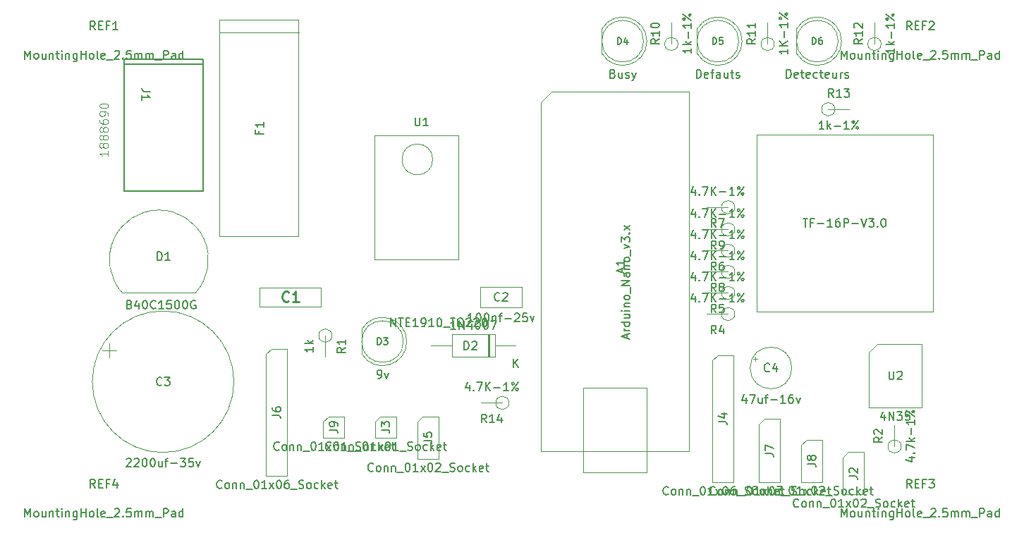
<source format=gbr>
%TF.GenerationSoftware,KiCad,Pcbnew,7.0.10*%
%TF.CreationDate,2024-08-09T23:07:07+02:00*%
%TF.ProjectId,Kicad_Projet_Trains_Sons,4b696361-645f-4507-926f-6a65745f5472,V2*%
%TF.SameCoordinates,Original*%
%TF.FileFunction,AssemblyDrawing,Top*%
%FSLAX46Y46*%
G04 Gerber Fmt 4.6, Leading zero omitted, Abs format (unit mm)*
G04 Created by KiCad (PCBNEW 7.0.10) date 2024-08-09 23:07:07*
%MOMM*%
%LPD*%
G01*
G04 APERTURE LIST*
%ADD10C,0.150000*%
%ADD11C,0.254000*%
%ADD12C,0.200000*%
%ADD13C,0.015000*%
%ADD14C,0.100000*%
%ADD15C,0.127000*%
%ADD16C,0.120000*%
G04 APERTURE END LIST*
D10*
X134367524Y-62800152D02*
X134367524Y-63466819D01*
X134129429Y-62419200D02*
X133891334Y-63133485D01*
X133891334Y-63133485D02*
X134510381Y-63133485D01*
X134891334Y-63371580D02*
X134938953Y-63419200D01*
X134938953Y-63419200D02*
X134891334Y-63466819D01*
X134891334Y-63466819D02*
X134843715Y-63419200D01*
X134843715Y-63419200D02*
X134891334Y-63371580D01*
X134891334Y-63371580D02*
X134891334Y-63466819D01*
X135272286Y-62466819D02*
X135938952Y-62466819D01*
X135938952Y-62466819D02*
X135510381Y-63466819D01*
X136319905Y-63466819D02*
X136319905Y-62466819D01*
X136891333Y-63466819D02*
X136462762Y-62895390D01*
X136891333Y-62466819D02*
X136319905Y-63038247D01*
X137319905Y-63085866D02*
X138081810Y-63085866D01*
X139081809Y-63466819D02*
X138510381Y-63466819D01*
X138796095Y-63466819D02*
X138796095Y-62466819D01*
X138796095Y-62466819D02*
X138700857Y-62609676D01*
X138700857Y-62609676D02*
X138605619Y-62704914D01*
X138605619Y-62704914D02*
X138510381Y-62752533D01*
X139462762Y-63466819D02*
X140224666Y-62466819D01*
X139605619Y-62466819D02*
X139700857Y-62514438D01*
X139700857Y-62514438D02*
X139748476Y-62609676D01*
X139748476Y-62609676D02*
X139700857Y-62704914D01*
X139700857Y-62704914D02*
X139605619Y-62752533D01*
X139605619Y-62752533D02*
X139510381Y-62704914D01*
X139510381Y-62704914D02*
X139462762Y-62609676D01*
X139462762Y-62609676D02*
X139510381Y-62514438D01*
X139510381Y-62514438D02*
X139605619Y-62466819D01*
X140177047Y-63419200D02*
X140224666Y-63323961D01*
X140224666Y-63323961D02*
X140177047Y-63228723D01*
X140177047Y-63228723D02*
X140081809Y-63181104D01*
X140081809Y-63181104D02*
X139986571Y-63228723D01*
X139986571Y-63228723D02*
X139938952Y-63323961D01*
X139938952Y-63323961D02*
X139986571Y-63419200D01*
X139986571Y-63419200D02*
X140081809Y-63466819D01*
X140081809Y-63466819D02*
X140177047Y-63419200D01*
X136891333Y-67306819D02*
X136558000Y-66830628D01*
X136319905Y-67306819D02*
X136319905Y-66306819D01*
X136319905Y-66306819D02*
X136700857Y-66306819D01*
X136700857Y-66306819D02*
X136796095Y-66354438D01*
X136796095Y-66354438D02*
X136843714Y-66402057D01*
X136843714Y-66402057D02*
X136891333Y-66497295D01*
X136891333Y-66497295D02*
X136891333Y-66640152D01*
X136891333Y-66640152D02*
X136843714Y-66735390D01*
X136843714Y-66735390D02*
X136796095Y-66783009D01*
X136796095Y-66783009D02*
X136700857Y-66830628D01*
X136700857Y-66830628D02*
X136319905Y-66830628D01*
X137367524Y-67306819D02*
X137558000Y-67306819D01*
X137558000Y-67306819D02*
X137653238Y-67259200D01*
X137653238Y-67259200D02*
X137700857Y-67211580D01*
X137700857Y-67211580D02*
X137796095Y-67068723D01*
X137796095Y-67068723D02*
X137843714Y-66878247D01*
X137843714Y-66878247D02*
X137843714Y-66497295D01*
X137843714Y-66497295D02*
X137796095Y-66402057D01*
X137796095Y-66402057D02*
X137748476Y-66354438D01*
X137748476Y-66354438D02*
X137653238Y-66306819D01*
X137653238Y-66306819D02*
X137462762Y-66306819D01*
X137462762Y-66306819D02*
X137367524Y-66354438D01*
X137367524Y-66354438D02*
X137319905Y-66402057D01*
X137319905Y-66402057D02*
X137272286Y-66497295D01*
X137272286Y-66497295D02*
X137272286Y-66735390D01*
X137272286Y-66735390D02*
X137319905Y-66830628D01*
X137319905Y-66830628D02*
X137367524Y-66878247D01*
X137367524Y-66878247D02*
X137462762Y-66925866D01*
X137462762Y-66925866D02*
X137653238Y-66925866D01*
X137653238Y-66925866D02*
X137748476Y-66878247D01*
X137748476Y-66878247D02*
X137796095Y-66830628D01*
X137796095Y-66830628D02*
X137843714Y-66735390D01*
D11*
X85588333Y-73513365D02*
X85527857Y-73573842D01*
X85527857Y-73573842D02*
X85346428Y-73634318D01*
X85346428Y-73634318D02*
X85225476Y-73634318D01*
X85225476Y-73634318D02*
X85044047Y-73573842D01*
X85044047Y-73573842D02*
X84923095Y-73452889D01*
X84923095Y-73452889D02*
X84862618Y-73331937D01*
X84862618Y-73331937D02*
X84802142Y-73090032D01*
X84802142Y-73090032D02*
X84802142Y-72908603D01*
X84802142Y-72908603D02*
X84862618Y-72666699D01*
X84862618Y-72666699D02*
X84923095Y-72545746D01*
X84923095Y-72545746D02*
X85044047Y-72424794D01*
X85044047Y-72424794D02*
X85225476Y-72364318D01*
X85225476Y-72364318D02*
X85346428Y-72364318D01*
X85346428Y-72364318D02*
X85527857Y-72424794D01*
X85527857Y-72424794D02*
X85588333Y-72485270D01*
X86797857Y-73634318D02*
X86072142Y-73634318D01*
X86434999Y-73634318D02*
X86434999Y-72364318D01*
X86434999Y-72364318D02*
X86314047Y-72545746D01*
X86314047Y-72545746D02*
X86193095Y-72666699D01*
X86193095Y-72666699D02*
X86072142Y-72727175D01*
D10*
X124511333Y-46217009D02*
X124654190Y-46264628D01*
X124654190Y-46264628D02*
X124701809Y-46312247D01*
X124701809Y-46312247D02*
X124749428Y-46407485D01*
X124749428Y-46407485D02*
X124749428Y-46550342D01*
X124749428Y-46550342D02*
X124701809Y-46645580D01*
X124701809Y-46645580D02*
X124654190Y-46693200D01*
X124654190Y-46693200D02*
X124558952Y-46740819D01*
X124558952Y-46740819D02*
X124178000Y-46740819D01*
X124178000Y-46740819D02*
X124178000Y-45740819D01*
X124178000Y-45740819D02*
X124511333Y-45740819D01*
X124511333Y-45740819D02*
X124606571Y-45788438D01*
X124606571Y-45788438D02*
X124654190Y-45836057D01*
X124654190Y-45836057D02*
X124701809Y-45931295D01*
X124701809Y-45931295D02*
X124701809Y-46026533D01*
X124701809Y-46026533D02*
X124654190Y-46121771D01*
X124654190Y-46121771D02*
X124606571Y-46169390D01*
X124606571Y-46169390D02*
X124511333Y-46217009D01*
X124511333Y-46217009D02*
X124178000Y-46217009D01*
X125606571Y-46074152D02*
X125606571Y-46740819D01*
X125178000Y-46074152D02*
X125178000Y-46597961D01*
X125178000Y-46597961D02*
X125225619Y-46693200D01*
X125225619Y-46693200D02*
X125320857Y-46740819D01*
X125320857Y-46740819D02*
X125463714Y-46740819D01*
X125463714Y-46740819D02*
X125558952Y-46693200D01*
X125558952Y-46693200D02*
X125606571Y-46645580D01*
X126035143Y-46693200D02*
X126130381Y-46740819D01*
X126130381Y-46740819D02*
X126320857Y-46740819D01*
X126320857Y-46740819D02*
X126416095Y-46693200D01*
X126416095Y-46693200D02*
X126463714Y-46597961D01*
X126463714Y-46597961D02*
X126463714Y-46550342D01*
X126463714Y-46550342D02*
X126416095Y-46455104D01*
X126416095Y-46455104D02*
X126320857Y-46407485D01*
X126320857Y-46407485D02*
X126178000Y-46407485D01*
X126178000Y-46407485D02*
X126082762Y-46359866D01*
X126082762Y-46359866D02*
X126035143Y-46264628D01*
X126035143Y-46264628D02*
X126035143Y-46217009D01*
X126035143Y-46217009D02*
X126082762Y-46121771D01*
X126082762Y-46121771D02*
X126178000Y-46074152D01*
X126178000Y-46074152D02*
X126320857Y-46074152D01*
X126320857Y-46074152D02*
X126416095Y-46121771D01*
X126797048Y-46074152D02*
X127035143Y-46740819D01*
X127273238Y-46074152D02*
X127035143Y-46740819D01*
X127035143Y-46740819D02*
X126939905Y-46978914D01*
X126939905Y-46978914D02*
X126892286Y-47026533D01*
X126892286Y-47026533D02*
X126797048Y-47074152D01*
D12*
X125067524Y-42685695D02*
X125067524Y-41885695D01*
X125067524Y-41885695D02*
X125258000Y-41885695D01*
X125258000Y-41885695D02*
X125372286Y-41923790D01*
X125372286Y-41923790D02*
X125448476Y-41999980D01*
X125448476Y-41999980D02*
X125486571Y-42076171D01*
X125486571Y-42076171D02*
X125524667Y-42228552D01*
X125524667Y-42228552D02*
X125524667Y-42342838D01*
X125524667Y-42342838D02*
X125486571Y-42495219D01*
X125486571Y-42495219D02*
X125448476Y-42571409D01*
X125448476Y-42571409D02*
X125372286Y-42647600D01*
X125372286Y-42647600D02*
X125258000Y-42685695D01*
X125258000Y-42685695D02*
X125067524Y-42685695D01*
X126210381Y-42152361D02*
X126210381Y-42685695D01*
X126019905Y-41847600D02*
X125829428Y-42419028D01*
X125829428Y-42419028D02*
X126324667Y-42419028D01*
D10*
X145451819Y-43276952D02*
X145451819Y-43848380D01*
X145451819Y-43562666D02*
X144451819Y-43562666D01*
X144451819Y-43562666D02*
X144594676Y-43657904D01*
X144594676Y-43657904D02*
X144689914Y-43753142D01*
X144689914Y-43753142D02*
X144737533Y-43848380D01*
X145451819Y-42848380D02*
X144451819Y-42848380D01*
X145451819Y-42276952D02*
X144880390Y-42705523D01*
X144451819Y-42276952D02*
X145023247Y-42848380D01*
X145070866Y-41848380D02*
X145070866Y-41086476D01*
X145451819Y-40086476D02*
X145451819Y-40657904D01*
X145451819Y-40372190D02*
X144451819Y-40372190D01*
X144451819Y-40372190D02*
X144594676Y-40467428D01*
X144594676Y-40467428D02*
X144689914Y-40562666D01*
X144689914Y-40562666D02*
X144737533Y-40657904D01*
X145451819Y-39705523D02*
X144451819Y-38943619D01*
X144451819Y-39562666D02*
X144499438Y-39467428D01*
X144499438Y-39467428D02*
X144594676Y-39419809D01*
X144594676Y-39419809D02*
X144689914Y-39467428D01*
X144689914Y-39467428D02*
X144737533Y-39562666D01*
X144737533Y-39562666D02*
X144689914Y-39657904D01*
X144689914Y-39657904D02*
X144594676Y-39705523D01*
X144594676Y-39705523D02*
X144499438Y-39657904D01*
X144499438Y-39657904D02*
X144451819Y-39562666D01*
X145404200Y-38991238D02*
X145308961Y-38943619D01*
X145308961Y-38943619D02*
X145213723Y-38991238D01*
X145213723Y-38991238D02*
X145166104Y-39086476D01*
X145166104Y-39086476D02*
X145213723Y-39181714D01*
X145213723Y-39181714D02*
X145308961Y-39229333D01*
X145308961Y-39229333D02*
X145404200Y-39181714D01*
X145404200Y-39181714D02*
X145451819Y-39086476D01*
X145451819Y-39086476D02*
X145404200Y-38991238D01*
X141611819Y-42038857D02*
X141135628Y-42372190D01*
X141611819Y-42610285D02*
X140611819Y-42610285D01*
X140611819Y-42610285D02*
X140611819Y-42229333D01*
X140611819Y-42229333D02*
X140659438Y-42134095D01*
X140659438Y-42134095D02*
X140707057Y-42086476D01*
X140707057Y-42086476D02*
X140802295Y-42038857D01*
X140802295Y-42038857D02*
X140945152Y-42038857D01*
X140945152Y-42038857D02*
X141040390Y-42086476D01*
X141040390Y-42086476D02*
X141088009Y-42134095D01*
X141088009Y-42134095D02*
X141135628Y-42229333D01*
X141135628Y-42229333D02*
X141135628Y-42610285D01*
X141611819Y-41086476D02*
X141611819Y-41657904D01*
X141611819Y-41372190D02*
X140611819Y-41372190D01*
X140611819Y-41372190D02*
X140754676Y-41467428D01*
X140754676Y-41467428D02*
X140849914Y-41562666D01*
X140849914Y-41562666D02*
X140897533Y-41657904D01*
X141611819Y-40134095D02*
X141611819Y-40705523D01*
X141611819Y-40419809D02*
X140611819Y-40419809D01*
X140611819Y-40419809D02*
X140754676Y-40515047D01*
X140754676Y-40515047D02*
X140849914Y-40610285D01*
X140849914Y-40610285D02*
X140897533Y-40705523D01*
X77553760Y-95942580D02*
X77506141Y-95990200D01*
X77506141Y-95990200D02*
X77363284Y-96037819D01*
X77363284Y-96037819D02*
X77268046Y-96037819D01*
X77268046Y-96037819D02*
X77125189Y-95990200D01*
X77125189Y-95990200D02*
X77029951Y-95894961D01*
X77029951Y-95894961D02*
X76982332Y-95799723D01*
X76982332Y-95799723D02*
X76934713Y-95609247D01*
X76934713Y-95609247D02*
X76934713Y-95466390D01*
X76934713Y-95466390D02*
X76982332Y-95275914D01*
X76982332Y-95275914D02*
X77029951Y-95180676D01*
X77029951Y-95180676D02*
X77125189Y-95085438D01*
X77125189Y-95085438D02*
X77268046Y-95037819D01*
X77268046Y-95037819D02*
X77363284Y-95037819D01*
X77363284Y-95037819D02*
X77506141Y-95085438D01*
X77506141Y-95085438D02*
X77553760Y-95133057D01*
X78125189Y-96037819D02*
X78029951Y-95990200D01*
X78029951Y-95990200D02*
X77982332Y-95942580D01*
X77982332Y-95942580D02*
X77934713Y-95847342D01*
X77934713Y-95847342D02*
X77934713Y-95561628D01*
X77934713Y-95561628D02*
X77982332Y-95466390D01*
X77982332Y-95466390D02*
X78029951Y-95418771D01*
X78029951Y-95418771D02*
X78125189Y-95371152D01*
X78125189Y-95371152D02*
X78268046Y-95371152D01*
X78268046Y-95371152D02*
X78363284Y-95418771D01*
X78363284Y-95418771D02*
X78410903Y-95466390D01*
X78410903Y-95466390D02*
X78458522Y-95561628D01*
X78458522Y-95561628D02*
X78458522Y-95847342D01*
X78458522Y-95847342D02*
X78410903Y-95942580D01*
X78410903Y-95942580D02*
X78363284Y-95990200D01*
X78363284Y-95990200D02*
X78268046Y-96037819D01*
X78268046Y-96037819D02*
X78125189Y-96037819D01*
X78887094Y-95371152D02*
X78887094Y-96037819D01*
X78887094Y-95466390D02*
X78934713Y-95418771D01*
X78934713Y-95418771D02*
X79029951Y-95371152D01*
X79029951Y-95371152D02*
X79172808Y-95371152D01*
X79172808Y-95371152D02*
X79268046Y-95418771D01*
X79268046Y-95418771D02*
X79315665Y-95514009D01*
X79315665Y-95514009D02*
X79315665Y-96037819D01*
X79791856Y-95371152D02*
X79791856Y-96037819D01*
X79791856Y-95466390D02*
X79839475Y-95418771D01*
X79839475Y-95418771D02*
X79934713Y-95371152D01*
X79934713Y-95371152D02*
X80077570Y-95371152D01*
X80077570Y-95371152D02*
X80172808Y-95418771D01*
X80172808Y-95418771D02*
X80220427Y-95514009D01*
X80220427Y-95514009D02*
X80220427Y-96037819D01*
X80458523Y-96133057D02*
X81220427Y-96133057D01*
X81648999Y-95037819D02*
X81744237Y-95037819D01*
X81744237Y-95037819D02*
X81839475Y-95085438D01*
X81839475Y-95085438D02*
X81887094Y-95133057D01*
X81887094Y-95133057D02*
X81934713Y-95228295D01*
X81934713Y-95228295D02*
X81982332Y-95418771D01*
X81982332Y-95418771D02*
X81982332Y-95656866D01*
X81982332Y-95656866D02*
X81934713Y-95847342D01*
X81934713Y-95847342D02*
X81887094Y-95942580D01*
X81887094Y-95942580D02*
X81839475Y-95990200D01*
X81839475Y-95990200D02*
X81744237Y-96037819D01*
X81744237Y-96037819D02*
X81648999Y-96037819D01*
X81648999Y-96037819D02*
X81553761Y-95990200D01*
X81553761Y-95990200D02*
X81506142Y-95942580D01*
X81506142Y-95942580D02*
X81458523Y-95847342D01*
X81458523Y-95847342D02*
X81410904Y-95656866D01*
X81410904Y-95656866D02*
X81410904Y-95418771D01*
X81410904Y-95418771D02*
X81458523Y-95228295D01*
X81458523Y-95228295D02*
X81506142Y-95133057D01*
X81506142Y-95133057D02*
X81553761Y-95085438D01*
X81553761Y-95085438D02*
X81648999Y-95037819D01*
X82934713Y-96037819D02*
X82363285Y-96037819D01*
X82648999Y-96037819D02*
X82648999Y-95037819D01*
X82648999Y-95037819D02*
X82553761Y-95180676D01*
X82553761Y-95180676D02*
X82458523Y-95275914D01*
X82458523Y-95275914D02*
X82363285Y-95323533D01*
X83268047Y-96037819D02*
X83791856Y-95371152D01*
X83268047Y-95371152D02*
X83791856Y-96037819D01*
X84363285Y-95037819D02*
X84458523Y-95037819D01*
X84458523Y-95037819D02*
X84553761Y-95085438D01*
X84553761Y-95085438D02*
X84601380Y-95133057D01*
X84601380Y-95133057D02*
X84648999Y-95228295D01*
X84648999Y-95228295D02*
X84696618Y-95418771D01*
X84696618Y-95418771D02*
X84696618Y-95656866D01*
X84696618Y-95656866D02*
X84648999Y-95847342D01*
X84648999Y-95847342D02*
X84601380Y-95942580D01*
X84601380Y-95942580D02*
X84553761Y-95990200D01*
X84553761Y-95990200D02*
X84458523Y-96037819D01*
X84458523Y-96037819D02*
X84363285Y-96037819D01*
X84363285Y-96037819D02*
X84268047Y-95990200D01*
X84268047Y-95990200D02*
X84220428Y-95942580D01*
X84220428Y-95942580D02*
X84172809Y-95847342D01*
X84172809Y-95847342D02*
X84125190Y-95656866D01*
X84125190Y-95656866D02*
X84125190Y-95418771D01*
X84125190Y-95418771D02*
X84172809Y-95228295D01*
X84172809Y-95228295D02*
X84220428Y-95133057D01*
X84220428Y-95133057D02*
X84268047Y-95085438D01*
X84268047Y-95085438D02*
X84363285Y-95037819D01*
X85553761Y-95037819D02*
X85363285Y-95037819D01*
X85363285Y-95037819D02*
X85268047Y-95085438D01*
X85268047Y-95085438D02*
X85220428Y-95133057D01*
X85220428Y-95133057D02*
X85125190Y-95275914D01*
X85125190Y-95275914D02*
X85077571Y-95466390D01*
X85077571Y-95466390D02*
X85077571Y-95847342D01*
X85077571Y-95847342D02*
X85125190Y-95942580D01*
X85125190Y-95942580D02*
X85172809Y-95990200D01*
X85172809Y-95990200D02*
X85268047Y-96037819D01*
X85268047Y-96037819D02*
X85458523Y-96037819D01*
X85458523Y-96037819D02*
X85553761Y-95990200D01*
X85553761Y-95990200D02*
X85601380Y-95942580D01*
X85601380Y-95942580D02*
X85648999Y-95847342D01*
X85648999Y-95847342D02*
X85648999Y-95609247D01*
X85648999Y-95609247D02*
X85601380Y-95514009D01*
X85601380Y-95514009D02*
X85553761Y-95466390D01*
X85553761Y-95466390D02*
X85458523Y-95418771D01*
X85458523Y-95418771D02*
X85268047Y-95418771D01*
X85268047Y-95418771D02*
X85172809Y-95466390D01*
X85172809Y-95466390D02*
X85125190Y-95514009D01*
X85125190Y-95514009D02*
X85077571Y-95609247D01*
X85839476Y-96133057D02*
X86601380Y-96133057D01*
X86791857Y-95990200D02*
X86934714Y-96037819D01*
X86934714Y-96037819D02*
X87172809Y-96037819D01*
X87172809Y-96037819D02*
X87268047Y-95990200D01*
X87268047Y-95990200D02*
X87315666Y-95942580D01*
X87315666Y-95942580D02*
X87363285Y-95847342D01*
X87363285Y-95847342D02*
X87363285Y-95752104D01*
X87363285Y-95752104D02*
X87315666Y-95656866D01*
X87315666Y-95656866D02*
X87268047Y-95609247D01*
X87268047Y-95609247D02*
X87172809Y-95561628D01*
X87172809Y-95561628D02*
X86982333Y-95514009D01*
X86982333Y-95514009D02*
X86887095Y-95466390D01*
X86887095Y-95466390D02*
X86839476Y-95418771D01*
X86839476Y-95418771D02*
X86791857Y-95323533D01*
X86791857Y-95323533D02*
X86791857Y-95228295D01*
X86791857Y-95228295D02*
X86839476Y-95133057D01*
X86839476Y-95133057D02*
X86887095Y-95085438D01*
X86887095Y-95085438D02*
X86982333Y-95037819D01*
X86982333Y-95037819D02*
X87220428Y-95037819D01*
X87220428Y-95037819D02*
X87363285Y-95085438D01*
X87934714Y-96037819D02*
X87839476Y-95990200D01*
X87839476Y-95990200D02*
X87791857Y-95942580D01*
X87791857Y-95942580D02*
X87744238Y-95847342D01*
X87744238Y-95847342D02*
X87744238Y-95561628D01*
X87744238Y-95561628D02*
X87791857Y-95466390D01*
X87791857Y-95466390D02*
X87839476Y-95418771D01*
X87839476Y-95418771D02*
X87934714Y-95371152D01*
X87934714Y-95371152D02*
X88077571Y-95371152D01*
X88077571Y-95371152D02*
X88172809Y-95418771D01*
X88172809Y-95418771D02*
X88220428Y-95466390D01*
X88220428Y-95466390D02*
X88268047Y-95561628D01*
X88268047Y-95561628D02*
X88268047Y-95847342D01*
X88268047Y-95847342D02*
X88220428Y-95942580D01*
X88220428Y-95942580D02*
X88172809Y-95990200D01*
X88172809Y-95990200D02*
X88077571Y-96037819D01*
X88077571Y-96037819D02*
X87934714Y-96037819D01*
X89125190Y-95990200D02*
X89029952Y-96037819D01*
X89029952Y-96037819D02*
X88839476Y-96037819D01*
X88839476Y-96037819D02*
X88744238Y-95990200D01*
X88744238Y-95990200D02*
X88696619Y-95942580D01*
X88696619Y-95942580D02*
X88649000Y-95847342D01*
X88649000Y-95847342D02*
X88649000Y-95561628D01*
X88649000Y-95561628D02*
X88696619Y-95466390D01*
X88696619Y-95466390D02*
X88744238Y-95418771D01*
X88744238Y-95418771D02*
X88839476Y-95371152D01*
X88839476Y-95371152D02*
X89029952Y-95371152D01*
X89029952Y-95371152D02*
X89125190Y-95418771D01*
X89553762Y-96037819D02*
X89553762Y-95037819D01*
X89649000Y-95656866D02*
X89934714Y-96037819D01*
X89934714Y-95371152D02*
X89553762Y-95752104D01*
X90744238Y-95990200D02*
X90649000Y-96037819D01*
X90649000Y-96037819D02*
X90458524Y-96037819D01*
X90458524Y-96037819D02*
X90363286Y-95990200D01*
X90363286Y-95990200D02*
X90315667Y-95894961D01*
X90315667Y-95894961D02*
X90315667Y-95514009D01*
X90315667Y-95514009D02*
X90363286Y-95418771D01*
X90363286Y-95418771D02*
X90458524Y-95371152D01*
X90458524Y-95371152D02*
X90649000Y-95371152D01*
X90649000Y-95371152D02*
X90744238Y-95418771D01*
X90744238Y-95418771D02*
X90791857Y-95514009D01*
X90791857Y-95514009D02*
X90791857Y-95609247D01*
X90791857Y-95609247D02*
X90315667Y-95704485D01*
X91077572Y-95371152D02*
X91458524Y-95371152D01*
X91220429Y-95037819D02*
X91220429Y-95894961D01*
X91220429Y-95894961D02*
X91268048Y-95990200D01*
X91268048Y-95990200D02*
X91363286Y-96037819D01*
X91363286Y-96037819D02*
X91458524Y-96037819D01*
X83603819Y-87236333D02*
X84318104Y-87236333D01*
X84318104Y-87236333D02*
X84460961Y-87283952D01*
X84460961Y-87283952D02*
X84556200Y-87379190D01*
X84556200Y-87379190D02*
X84603819Y-87522047D01*
X84603819Y-87522047D02*
X84603819Y-87617285D01*
X83603819Y-86331571D02*
X83603819Y-86522047D01*
X83603819Y-86522047D02*
X83651438Y-86617285D01*
X83651438Y-86617285D02*
X83699057Y-86664904D01*
X83699057Y-86664904D02*
X83841914Y-86760142D01*
X83841914Y-86760142D02*
X84032390Y-86807761D01*
X84032390Y-86807761D02*
X84413342Y-86807761D01*
X84413342Y-86807761D02*
X84508580Y-86760142D01*
X84508580Y-86760142D02*
X84556200Y-86712523D01*
X84556200Y-86712523D02*
X84603819Y-86617285D01*
X84603819Y-86617285D02*
X84603819Y-86426809D01*
X84603819Y-86426809D02*
X84556200Y-86331571D01*
X84556200Y-86331571D02*
X84508580Y-86283952D01*
X84508580Y-86283952D02*
X84413342Y-86236333D01*
X84413342Y-86236333D02*
X84175247Y-86236333D01*
X84175247Y-86236333D02*
X84080009Y-86283952D01*
X84080009Y-86283952D02*
X84032390Y-86331571D01*
X84032390Y-86331571D02*
X83984771Y-86426809D01*
X83984771Y-86426809D02*
X83984771Y-86617285D01*
X83984771Y-86617285D02*
X84032390Y-86712523D01*
X84032390Y-86712523D02*
X84080009Y-86760142D01*
X84080009Y-86760142D02*
X84175247Y-86807761D01*
X158278819Y-43181714D02*
X158278819Y-43753142D01*
X158278819Y-43467428D02*
X157278819Y-43467428D01*
X157278819Y-43467428D02*
X157421676Y-43562666D01*
X157421676Y-43562666D02*
X157516914Y-43657904D01*
X157516914Y-43657904D02*
X157564533Y-43753142D01*
X158278819Y-42753142D02*
X157278819Y-42753142D01*
X157897866Y-42657904D02*
X158278819Y-42372190D01*
X157612152Y-42372190D02*
X157993104Y-42753142D01*
X157897866Y-41943618D02*
X157897866Y-41181714D01*
X158278819Y-40181714D02*
X158278819Y-40753142D01*
X158278819Y-40467428D02*
X157278819Y-40467428D01*
X157278819Y-40467428D02*
X157421676Y-40562666D01*
X157421676Y-40562666D02*
X157516914Y-40657904D01*
X157516914Y-40657904D02*
X157564533Y-40753142D01*
X158278819Y-39800761D02*
X157278819Y-39038857D01*
X157278819Y-39657904D02*
X157326438Y-39562666D01*
X157326438Y-39562666D02*
X157421676Y-39515047D01*
X157421676Y-39515047D02*
X157516914Y-39562666D01*
X157516914Y-39562666D02*
X157564533Y-39657904D01*
X157564533Y-39657904D02*
X157516914Y-39753142D01*
X157516914Y-39753142D02*
X157421676Y-39800761D01*
X157421676Y-39800761D02*
X157326438Y-39753142D01*
X157326438Y-39753142D02*
X157278819Y-39657904D01*
X158231200Y-39086476D02*
X158135961Y-39038857D01*
X158135961Y-39038857D02*
X158040723Y-39086476D01*
X158040723Y-39086476D02*
X157993104Y-39181714D01*
X157993104Y-39181714D02*
X158040723Y-39276952D01*
X158040723Y-39276952D02*
X158135961Y-39324571D01*
X158135961Y-39324571D02*
X158231200Y-39276952D01*
X158231200Y-39276952D02*
X158278819Y-39181714D01*
X158278819Y-39181714D02*
X158231200Y-39086476D01*
X154438819Y-42038857D02*
X153962628Y-42372190D01*
X154438819Y-42610285D02*
X153438819Y-42610285D01*
X153438819Y-42610285D02*
X153438819Y-42229333D01*
X153438819Y-42229333D02*
X153486438Y-42134095D01*
X153486438Y-42134095D02*
X153534057Y-42086476D01*
X153534057Y-42086476D02*
X153629295Y-42038857D01*
X153629295Y-42038857D02*
X153772152Y-42038857D01*
X153772152Y-42038857D02*
X153867390Y-42086476D01*
X153867390Y-42086476D02*
X153915009Y-42134095D01*
X153915009Y-42134095D02*
X153962628Y-42229333D01*
X153962628Y-42229333D02*
X153962628Y-42610285D01*
X154438819Y-41086476D02*
X154438819Y-41657904D01*
X154438819Y-41372190D02*
X153438819Y-41372190D01*
X153438819Y-41372190D02*
X153581676Y-41467428D01*
X153581676Y-41467428D02*
X153676914Y-41562666D01*
X153676914Y-41562666D02*
X153724533Y-41657904D01*
X153534057Y-40705523D02*
X153486438Y-40657904D01*
X153486438Y-40657904D02*
X153438819Y-40562666D01*
X153438819Y-40562666D02*
X153438819Y-40324571D01*
X153438819Y-40324571D02*
X153486438Y-40229333D01*
X153486438Y-40229333D02*
X153534057Y-40181714D01*
X153534057Y-40181714D02*
X153629295Y-40134095D01*
X153629295Y-40134095D02*
X153724533Y-40134095D01*
X153724533Y-40134095D02*
X153867390Y-40181714D01*
X153867390Y-40181714D02*
X154438819Y-40753142D01*
X154438819Y-40753142D02*
X154438819Y-40134095D01*
X82031009Y-53098333D02*
X82031009Y-53431666D01*
X82554819Y-53431666D02*
X81554819Y-53431666D01*
X81554819Y-53431666D02*
X81554819Y-52955476D01*
X82554819Y-52050714D02*
X82554819Y-52622142D01*
X82554819Y-52336428D02*
X81554819Y-52336428D01*
X81554819Y-52336428D02*
X81697676Y-52431666D01*
X81697676Y-52431666D02*
X81792914Y-52526904D01*
X81792914Y-52526904D02*
X81840533Y-52622142D01*
X84411760Y-91365580D02*
X84364141Y-91413200D01*
X84364141Y-91413200D02*
X84221284Y-91460819D01*
X84221284Y-91460819D02*
X84126046Y-91460819D01*
X84126046Y-91460819D02*
X83983189Y-91413200D01*
X83983189Y-91413200D02*
X83887951Y-91317961D01*
X83887951Y-91317961D02*
X83840332Y-91222723D01*
X83840332Y-91222723D02*
X83792713Y-91032247D01*
X83792713Y-91032247D02*
X83792713Y-90889390D01*
X83792713Y-90889390D02*
X83840332Y-90698914D01*
X83840332Y-90698914D02*
X83887951Y-90603676D01*
X83887951Y-90603676D02*
X83983189Y-90508438D01*
X83983189Y-90508438D02*
X84126046Y-90460819D01*
X84126046Y-90460819D02*
X84221284Y-90460819D01*
X84221284Y-90460819D02*
X84364141Y-90508438D01*
X84364141Y-90508438D02*
X84411760Y-90556057D01*
X84983189Y-91460819D02*
X84887951Y-91413200D01*
X84887951Y-91413200D02*
X84840332Y-91365580D01*
X84840332Y-91365580D02*
X84792713Y-91270342D01*
X84792713Y-91270342D02*
X84792713Y-90984628D01*
X84792713Y-90984628D02*
X84840332Y-90889390D01*
X84840332Y-90889390D02*
X84887951Y-90841771D01*
X84887951Y-90841771D02*
X84983189Y-90794152D01*
X84983189Y-90794152D02*
X85126046Y-90794152D01*
X85126046Y-90794152D02*
X85221284Y-90841771D01*
X85221284Y-90841771D02*
X85268903Y-90889390D01*
X85268903Y-90889390D02*
X85316522Y-90984628D01*
X85316522Y-90984628D02*
X85316522Y-91270342D01*
X85316522Y-91270342D02*
X85268903Y-91365580D01*
X85268903Y-91365580D02*
X85221284Y-91413200D01*
X85221284Y-91413200D02*
X85126046Y-91460819D01*
X85126046Y-91460819D02*
X84983189Y-91460819D01*
X85745094Y-90794152D02*
X85745094Y-91460819D01*
X85745094Y-90889390D02*
X85792713Y-90841771D01*
X85792713Y-90841771D02*
X85887951Y-90794152D01*
X85887951Y-90794152D02*
X86030808Y-90794152D01*
X86030808Y-90794152D02*
X86126046Y-90841771D01*
X86126046Y-90841771D02*
X86173665Y-90937009D01*
X86173665Y-90937009D02*
X86173665Y-91460819D01*
X86649856Y-90794152D02*
X86649856Y-91460819D01*
X86649856Y-90889390D02*
X86697475Y-90841771D01*
X86697475Y-90841771D02*
X86792713Y-90794152D01*
X86792713Y-90794152D02*
X86935570Y-90794152D01*
X86935570Y-90794152D02*
X87030808Y-90841771D01*
X87030808Y-90841771D02*
X87078427Y-90937009D01*
X87078427Y-90937009D02*
X87078427Y-91460819D01*
X87316523Y-91556057D02*
X88078427Y-91556057D01*
X88506999Y-90460819D02*
X88602237Y-90460819D01*
X88602237Y-90460819D02*
X88697475Y-90508438D01*
X88697475Y-90508438D02*
X88745094Y-90556057D01*
X88745094Y-90556057D02*
X88792713Y-90651295D01*
X88792713Y-90651295D02*
X88840332Y-90841771D01*
X88840332Y-90841771D02*
X88840332Y-91079866D01*
X88840332Y-91079866D02*
X88792713Y-91270342D01*
X88792713Y-91270342D02*
X88745094Y-91365580D01*
X88745094Y-91365580D02*
X88697475Y-91413200D01*
X88697475Y-91413200D02*
X88602237Y-91460819D01*
X88602237Y-91460819D02*
X88506999Y-91460819D01*
X88506999Y-91460819D02*
X88411761Y-91413200D01*
X88411761Y-91413200D02*
X88364142Y-91365580D01*
X88364142Y-91365580D02*
X88316523Y-91270342D01*
X88316523Y-91270342D02*
X88268904Y-91079866D01*
X88268904Y-91079866D02*
X88268904Y-90841771D01*
X88268904Y-90841771D02*
X88316523Y-90651295D01*
X88316523Y-90651295D02*
X88364142Y-90556057D01*
X88364142Y-90556057D02*
X88411761Y-90508438D01*
X88411761Y-90508438D02*
X88506999Y-90460819D01*
X89792713Y-91460819D02*
X89221285Y-91460819D01*
X89506999Y-91460819D02*
X89506999Y-90460819D01*
X89506999Y-90460819D02*
X89411761Y-90603676D01*
X89411761Y-90603676D02*
X89316523Y-90698914D01*
X89316523Y-90698914D02*
X89221285Y-90746533D01*
X90126047Y-91460819D02*
X90649856Y-90794152D01*
X90126047Y-90794152D02*
X90649856Y-91460819D01*
X91221285Y-90460819D02*
X91316523Y-90460819D01*
X91316523Y-90460819D02*
X91411761Y-90508438D01*
X91411761Y-90508438D02*
X91459380Y-90556057D01*
X91459380Y-90556057D02*
X91506999Y-90651295D01*
X91506999Y-90651295D02*
X91554618Y-90841771D01*
X91554618Y-90841771D02*
X91554618Y-91079866D01*
X91554618Y-91079866D02*
X91506999Y-91270342D01*
X91506999Y-91270342D02*
X91459380Y-91365580D01*
X91459380Y-91365580D02*
X91411761Y-91413200D01*
X91411761Y-91413200D02*
X91316523Y-91460819D01*
X91316523Y-91460819D02*
X91221285Y-91460819D01*
X91221285Y-91460819D02*
X91126047Y-91413200D01*
X91126047Y-91413200D02*
X91078428Y-91365580D01*
X91078428Y-91365580D02*
X91030809Y-91270342D01*
X91030809Y-91270342D02*
X90983190Y-91079866D01*
X90983190Y-91079866D02*
X90983190Y-90841771D01*
X90983190Y-90841771D02*
X91030809Y-90651295D01*
X91030809Y-90651295D02*
X91078428Y-90556057D01*
X91078428Y-90556057D02*
X91126047Y-90508438D01*
X91126047Y-90508438D02*
X91221285Y-90460819D01*
X92506999Y-91460819D02*
X91935571Y-91460819D01*
X92221285Y-91460819D02*
X92221285Y-90460819D01*
X92221285Y-90460819D02*
X92126047Y-90603676D01*
X92126047Y-90603676D02*
X92030809Y-90698914D01*
X92030809Y-90698914D02*
X91935571Y-90746533D01*
X92697476Y-91556057D02*
X93459380Y-91556057D01*
X93649857Y-91413200D02*
X93792714Y-91460819D01*
X93792714Y-91460819D02*
X94030809Y-91460819D01*
X94030809Y-91460819D02*
X94126047Y-91413200D01*
X94126047Y-91413200D02*
X94173666Y-91365580D01*
X94173666Y-91365580D02*
X94221285Y-91270342D01*
X94221285Y-91270342D02*
X94221285Y-91175104D01*
X94221285Y-91175104D02*
X94173666Y-91079866D01*
X94173666Y-91079866D02*
X94126047Y-91032247D01*
X94126047Y-91032247D02*
X94030809Y-90984628D01*
X94030809Y-90984628D02*
X93840333Y-90937009D01*
X93840333Y-90937009D02*
X93745095Y-90889390D01*
X93745095Y-90889390D02*
X93697476Y-90841771D01*
X93697476Y-90841771D02*
X93649857Y-90746533D01*
X93649857Y-90746533D02*
X93649857Y-90651295D01*
X93649857Y-90651295D02*
X93697476Y-90556057D01*
X93697476Y-90556057D02*
X93745095Y-90508438D01*
X93745095Y-90508438D02*
X93840333Y-90460819D01*
X93840333Y-90460819D02*
X94078428Y-90460819D01*
X94078428Y-90460819D02*
X94221285Y-90508438D01*
X94792714Y-91460819D02*
X94697476Y-91413200D01*
X94697476Y-91413200D02*
X94649857Y-91365580D01*
X94649857Y-91365580D02*
X94602238Y-91270342D01*
X94602238Y-91270342D02*
X94602238Y-90984628D01*
X94602238Y-90984628D02*
X94649857Y-90889390D01*
X94649857Y-90889390D02*
X94697476Y-90841771D01*
X94697476Y-90841771D02*
X94792714Y-90794152D01*
X94792714Y-90794152D02*
X94935571Y-90794152D01*
X94935571Y-90794152D02*
X95030809Y-90841771D01*
X95030809Y-90841771D02*
X95078428Y-90889390D01*
X95078428Y-90889390D02*
X95126047Y-90984628D01*
X95126047Y-90984628D02*
X95126047Y-91270342D01*
X95126047Y-91270342D02*
X95078428Y-91365580D01*
X95078428Y-91365580D02*
X95030809Y-91413200D01*
X95030809Y-91413200D02*
X94935571Y-91460819D01*
X94935571Y-91460819D02*
X94792714Y-91460819D01*
X95983190Y-91413200D02*
X95887952Y-91460819D01*
X95887952Y-91460819D02*
X95697476Y-91460819D01*
X95697476Y-91460819D02*
X95602238Y-91413200D01*
X95602238Y-91413200D02*
X95554619Y-91365580D01*
X95554619Y-91365580D02*
X95507000Y-91270342D01*
X95507000Y-91270342D02*
X95507000Y-90984628D01*
X95507000Y-90984628D02*
X95554619Y-90889390D01*
X95554619Y-90889390D02*
X95602238Y-90841771D01*
X95602238Y-90841771D02*
X95697476Y-90794152D01*
X95697476Y-90794152D02*
X95887952Y-90794152D01*
X95887952Y-90794152D02*
X95983190Y-90841771D01*
X96411762Y-91460819D02*
X96411762Y-90460819D01*
X96507000Y-91079866D02*
X96792714Y-91460819D01*
X96792714Y-90794152D02*
X96411762Y-91175104D01*
X97602238Y-91413200D02*
X97507000Y-91460819D01*
X97507000Y-91460819D02*
X97316524Y-91460819D01*
X97316524Y-91460819D02*
X97221286Y-91413200D01*
X97221286Y-91413200D02*
X97173667Y-91317961D01*
X97173667Y-91317961D02*
X97173667Y-90937009D01*
X97173667Y-90937009D02*
X97221286Y-90841771D01*
X97221286Y-90841771D02*
X97316524Y-90794152D01*
X97316524Y-90794152D02*
X97507000Y-90794152D01*
X97507000Y-90794152D02*
X97602238Y-90841771D01*
X97602238Y-90841771D02*
X97649857Y-90937009D01*
X97649857Y-90937009D02*
X97649857Y-91032247D01*
X97649857Y-91032247D02*
X97173667Y-91127485D01*
X97935572Y-90794152D02*
X98316524Y-90794152D01*
X98078429Y-90460819D02*
X98078429Y-91317961D01*
X98078429Y-91317961D02*
X98126048Y-91413200D01*
X98126048Y-91413200D02*
X98221286Y-91460819D01*
X98221286Y-91460819D02*
X98316524Y-91460819D01*
X90461819Y-89009333D02*
X91176104Y-89009333D01*
X91176104Y-89009333D02*
X91318961Y-89056952D01*
X91318961Y-89056952D02*
X91414200Y-89152190D01*
X91414200Y-89152190D02*
X91461819Y-89295047D01*
X91461819Y-89295047D02*
X91461819Y-89390285D01*
X91461819Y-88485523D02*
X91461819Y-88295047D01*
X91461819Y-88295047D02*
X91414200Y-88199809D01*
X91414200Y-88199809D02*
X91366580Y-88152190D01*
X91366580Y-88152190D02*
X91223723Y-88056952D01*
X91223723Y-88056952D02*
X91033247Y-88009333D01*
X91033247Y-88009333D02*
X90652295Y-88009333D01*
X90652295Y-88009333D02*
X90557057Y-88056952D01*
X90557057Y-88056952D02*
X90509438Y-88104571D01*
X90509438Y-88104571D02*
X90461819Y-88199809D01*
X90461819Y-88199809D02*
X90461819Y-88390285D01*
X90461819Y-88390285D02*
X90509438Y-88485523D01*
X90509438Y-88485523D02*
X90557057Y-88533142D01*
X90557057Y-88533142D02*
X90652295Y-88580761D01*
X90652295Y-88580761D02*
X90890390Y-88580761D01*
X90890390Y-88580761D02*
X90985628Y-88533142D01*
X90985628Y-88533142D02*
X91033247Y-88485523D01*
X91033247Y-88485523D02*
X91080866Y-88390285D01*
X91080866Y-88390285D02*
X91080866Y-88199809D01*
X91080866Y-88199809D02*
X91033247Y-88104571D01*
X91033247Y-88104571D02*
X90985628Y-88056952D01*
X90985628Y-88056952D02*
X90890390Y-88009333D01*
X107268524Y-83628152D02*
X107268524Y-84294819D01*
X107030429Y-83247200D02*
X106792334Y-83961485D01*
X106792334Y-83961485D02*
X107411381Y-83961485D01*
X107792334Y-84199580D02*
X107839953Y-84247200D01*
X107839953Y-84247200D02*
X107792334Y-84294819D01*
X107792334Y-84294819D02*
X107744715Y-84247200D01*
X107744715Y-84247200D02*
X107792334Y-84199580D01*
X107792334Y-84199580D02*
X107792334Y-84294819D01*
X108173286Y-83294819D02*
X108839952Y-83294819D01*
X108839952Y-83294819D02*
X108411381Y-84294819D01*
X109220905Y-84294819D02*
X109220905Y-83294819D01*
X109792333Y-84294819D02*
X109363762Y-83723390D01*
X109792333Y-83294819D02*
X109220905Y-83866247D01*
X110220905Y-83913866D02*
X110982810Y-83913866D01*
X111982809Y-84294819D02*
X111411381Y-84294819D01*
X111697095Y-84294819D02*
X111697095Y-83294819D01*
X111697095Y-83294819D02*
X111601857Y-83437676D01*
X111601857Y-83437676D02*
X111506619Y-83532914D01*
X111506619Y-83532914D02*
X111411381Y-83580533D01*
X112363762Y-84294819D02*
X113125666Y-83294819D01*
X112506619Y-83294819D02*
X112601857Y-83342438D01*
X112601857Y-83342438D02*
X112649476Y-83437676D01*
X112649476Y-83437676D02*
X112601857Y-83532914D01*
X112601857Y-83532914D02*
X112506619Y-83580533D01*
X112506619Y-83580533D02*
X112411381Y-83532914D01*
X112411381Y-83532914D02*
X112363762Y-83437676D01*
X112363762Y-83437676D02*
X112411381Y-83342438D01*
X112411381Y-83342438D02*
X112506619Y-83294819D01*
X113078047Y-84247200D02*
X113125666Y-84151961D01*
X113125666Y-84151961D02*
X113078047Y-84056723D01*
X113078047Y-84056723D02*
X112982809Y-84009104D01*
X112982809Y-84009104D02*
X112887571Y-84056723D01*
X112887571Y-84056723D02*
X112839952Y-84151961D01*
X112839952Y-84151961D02*
X112887571Y-84247200D01*
X112887571Y-84247200D02*
X112982809Y-84294819D01*
X112982809Y-84294819D02*
X113078047Y-84247200D01*
X109316142Y-88134819D02*
X108982809Y-87658628D01*
X108744714Y-88134819D02*
X108744714Y-87134819D01*
X108744714Y-87134819D02*
X109125666Y-87134819D01*
X109125666Y-87134819D02*
X109220904Y-87182438D01*
X109220904Y-87182438D02*
X109268523Y-87230057D01*
X109268523Y-87230057D02*
X109316142Y-87325295D01*
X109316142Y-87325295D02*
X109316142Y-87468152D01*
X109316142Y-87468152D02*
X109268523Y-87563390D01*
X109268523Y-87563390D02*
X109220904Y-87611009D01*
X109220904Y-87611009D02*
X109125666Y-87658628D01*
X109125666Y-87658628D02*
X108744714Y-87658628D01*
X110268523Y-88134819D02*
X109697095Y-88134819D01*
X109982809Y-88134819D02*
X109982809Y-87134819D01*
X109982809Y-87134819D02*
X109887571Y-87277676D01*
X109887571Y-87277676D02*
X109792333Y-87372914D01*
X109792333Y-87372914D02*
X109697095Y-87420533D01*
X111125666Y-87468152D02*
X111125666Y-88134819D01*
X110887571Y-87087200D02*
X110649476Y-87801485D01*
X110649476Y-87801485D02*
X111268523Y-87801485D01*
X53923809Y-44454819D02*
X53923809Y-43454819D01*
X53923809Y-43454819D02*
X54257142Y-44169104D01*
X54257142Y-44169104D02*
X54590475Y-43454819D01*
X54590475Y-43454819D02*
X54590475Y-44454819D01*
X55209523Y-44454819D02*
X55114285Y-44407200D01*
X55114285Y-44407200D02*
X55066666Y-44359580D01*
X55066666Y-44359580D02*
X55019047Y-44264342D01*
X55019047Y-44264342D02*
X55019047Y-43978628D01*
X55019047Y-43978628D02*
X55066666Y-43883390D01*
X55066666Y-43883390D02*
X55114285Y-43835771D01*
X55114285Y-43835771D02*
X55209523Y-43788152D01*
X55209523Y-43788152D02*
X55352380Y-43788152D01*
X55352380Y-43788152D02*
X55447618Y-43835771D01*
X55447618Y-43835771D02*
X55495237Y-43883390D01*
X55495237Y-43883390D02*
X55542856Y-43978628D01*
X55542856Y-43978628D02*
X55542856Y-44264342D01*
X55542856Y-44264342D02*
X55495237Y-44359580D01*
X55495237Y-44359580D02*
X55447618Y-44407200D01*
X55447618Y-44407200D02*
X55352380Y-44454819D01*
X55352380Y-44454819D02*
X55209523Y-44454819D01*
X56399999Y-43788152D02*
X56399999Y-44454819D01*
X55971428Y-43788152D02*
X55971428Y-44311961D01*
X55971428Y-44311961D02*
X56019047Y-44407200D01*
X56019047Y-44407200D02*
X56114285Y-44454819D01*
X56114285Y-44454819D02*
X56257142Y-44454819D01*
X56257142Y-44454819D02*
X56352380Y-44407200D01*
X56352380Y-44407200D02*
X56399999Y-44359580D01*
X56876190Y-43788152D02*
X56876190Y-44454819D01*
X56876190Y-43883390D02*
X56923809Y-43835771D01*
X56923809Y-43835771D02*
X57019047Y-43788152D01*
X57019047Y-43788152D02*
X57161904Y-43788152D01*
X57161904Y-43788152D02*
X57257142Y-43835771D01*
X57257142Y-43835771D02*
X57304761Y-43931009D01*
X57304761Y-43931009D02*
X57304761Y-44454819D01*
X57638095Y-43788152D02*
X58019047Y-43788152D01*
X57780952Y-43454819D02*
X57780952Y-44311961D01*
X57780952Y-44311961D02*
X57828571Y-44407200D01*
X57828571Y-44407200D02*
X57923809Y-44454819D01*
X57923809Y-44454819D02*
X58019047Y-44454819D01*
X58352381Y-44454819D02*
X58352381Y-43788152D01*
X58352381Y-43454819D02*
X58304762Y-43502438D01*
X58304762Y-43502438D02*
X58352381Y-43550057D01*
X58352381Y-43550057D02*
X58400000Y-43502438D01*
X58400000Y-43502438D02*
X58352381Y-43454819D01*
X58352381Y-43454819D02*
X58352381Y-43550057D01*
X58828571Y-43788152D02*
X58828571Y-44454819D01*
X58828571Y-43883390D02*
X58876190Y-43835771D01*
X58876190Y-43835771D02*
X58971428Y-43788152D01*
X58971428Y-43788152D02*
X59114285Y-43788152D01*
X59114285Y-43788152D02*
X59209523Y-43835771D01*
X59209523Y-43835771D02*
X59257142Y-43931009D01*
X59257142Y-43931009D02*
X59257142Y-44454819D01*
X60161904Y-43788152D02*
X60161904Y-44597676D01*
X60161904Y-44597676D02*
X60114285Y-44692914D01*
X60114285Y-44692914D02*
X60066666Y-44740533D01*
X60066666Y-44740533D02*
X59971428Y-44788152D01*
X59971428Y-44788152D02*
X59828571Y-44788152D01*
X59828571Y-44788152D02*
X59733333Y-44740533D01*
X60161904Y-44407200D02*
X60066666Y-44454819D01*
X60066666Y-44454819D02*
X59876190Y-44454819D01*
X59876190Y-44454819D02*
X59780952Y-44407200D01*
X59780952Y-44407200D02*
X59733333Y-44359580D01*
X59733333Y-44359580D02*
X59685714Y-44264342D01*
X59685714Y-44264342D02*
X59685714Y-43978628D01*
X59685714Y-43978628D02*
X59733333Y-43883390D01*
X59733333Y-43883390D02*
X59780952Y-43835771D01*
X59780952Y-43835771D02*
X59876190Y-43788152D01*
X59876190Y-43788152D02*
X60066666Y-43788152D01*
X60066666Y-43788152D02*
X60161904Y-43835771D01*
X60638095Y-44454819D02*
X60638095Y-43454819D01*
X60638095Y-43931009D02*
X61209523Y-43931009D01*
X61209523Y-44454819D02*
X61209523Y-43454819D01*
X61828571Y-44454819D02*
X61733333Y-44407200D01*
X61733333Y-44407200D02*
X61685714Y-44359580D01*
X61685714Y-44359580D02*
X61638095Y-44264342D01*
X61638095Y-44264342D02*
X61638095Y-43978628D01*
X61638095Y-43978628D02*
X61685714Y-43883390D01*
X61685714Y-43883390D02*
X61733333Y-43835771D01*
X61733333Y-43835771D02*
X61828571Y-43788152D01*
X61828571Y-43788152D02*
X61971428Y-43788152D01*
X61971428Y-43788152D02*
X62066666Y-43835771D01*
X62066666Y-43835771D02*
X62114285Y-43883390D01*
X62114285Y-43883390D02*
X62161904Y-43978628D01*
X62161904Y-43978628D02*
X62161904Y-44264342D01*
X62161904Y-44264342D02*
X62114285Y-44359580D01*
X62114285Y-44359580D02*
X62066666Y-44407200D01*
X62066666Y-44407200D02*
X61971428Y-44454819D01*
X61971428Y-44454819D02*
X61828571Y-44454819D01*
X62733333Y-44454819D02*
X62638095Y-44407200D01*
X62638095Y-44407200D02*
X62590476Y-44311961D01*
X62590476Y-44311961D02*
X62590476Y-43454819D01*
X63495238Y-44407200D02*
X63400000Y-44454819D01*
X63400000Y-44454819D02*
X63209524Y-44454819D01*
X63209524Y-44454819D02*
X63114286Y-44407200D01*
X63114286Y-44407200D02*
X63066667Y-44311961D01*
X63066667Y-44311961D02*
X63066667Y-43931009D01*
X63066667Y-43931009D02*
X63114286Y-43835771D01*
X63114286Y-43835771D02*
X63209524Y-43788152D01*
X63209524Y-43788152D02*
X63400000Y-43788152D01*
X63400000Y-43788152D02*
X63495238Y-43835771D01*
X63495238Y-43835771D02*
X63542857Y-43931009D01*
X63542857Y-43931009D02*
X63542857Y-44026247D01*
X63542857Y-44026247D02*
X63066667Y-44121485D01*
X63733334Y-44550057D02*
X64495238Y-44550057D01*
X64685715Y-43550057D02*
X64733334Y-43502438D01*
X64733334Y-43502438D02*
X64828572Y-43454819D01*
X64828572Y-43454819D02*
X65066667Y-43454819D01*
X65066667Y-43454819D02*
X65161905Y-43502438D01*
X65161905Y-43502438D02*
X65209524Y-43550057D01*
X65209524Y-43550057D02*
X65257143Y-43645295D01*
X65257143Y-43645295D02*
X65257143Y-43740533D01*
X65257143Y-43740533D02*
X65209524Y-43883390D01*
X65209524Y-43883390D02*
X64638096Y-44454819D01*
X64638096Y-44454819D02*
X65257143Y-44454819D01*
X65685715Y-44359580D02*
X65733334Y-44407200D01*
X65733334Y-44407200D02*
X65685715Y-44454819D01*
X65685715Y-44454819D02*
X65638096Y-44407200D01*
X65638096Y-44407200D02*
X65685715Y-44359580D01*
X65685715Y-44359580D02*
X65685715Y-44454819D01*
X66638095Y-43454819D02*
X66161905Y-43454819D01*
X66161905Y-43454819D02*
X66114286Y-43931009D01*
X66114286Y-43931009D02*
X66161905Y-43883390D01*
X66161905Y-43883390D02*
X66257143Y-43835771D01*
X66257143Y-43835771D02*
X66495238Y-43835771D01*
X66495238Y-43835771D02*
X66590476Y-43883390D01*
X66590476Y-43883390D02*
X66638095Y-43931009D01*
X66638095Y-43931009D02*
X66685714Y-44026247D01*
X66685714Y-44026247D02*
X66685714Y-44264342D01*
X66685714Y-44264342D02*
X66638095Y-44359580D01*
X66638095Y-44359580D02*
X66590476Y-44407200D01*
X66590476Y-44407200D02*
X66495238Y-44454819D01*
X66495238Y-44454819D02*
X66257143Y-44454819D01*
X66257143Y-44454819D02*
X66161905Y-44407200D01*
X66161905Y-44407200D02*
X66114286Y-44359580D01*
X67114286Y-44454819D02*
X67114286Y-43788152D01*
X67114286Y-43883390D02*
X67161905Y-43835771D01*
X67161905Y-43835771D02*
X67257143Y-43788152D01*
X67257143Y-43788152D02*
X67400000Y-43788152D01*
X67400000Y-43788152D02*
X67495238Y-43835771D01*
X67495238Y-43835771D02*
X67542857Y-43931009D01*
X67542857Y-43931009D02*
X67542857Y-44454819D01*
X67542857Y-43931009D02*
X67590476Y-43835771D01*
X67590476Y-43835771D02*
X67685714Y-43788152D01*
X67685714Y-43788152D02*
X67828571Y-43788152D01*
X67828571Y-43788152D02*
X67923810Y-43835771D01*
X67923810Y-43835771D02*
X67971429Y-43931009D01*
X67971429Y-43931009D02*
X67971429Y-44454819D01*
X68447619Y-44454819D02*
X68447619Y-43788152D01*
X68447619Y-43883390D02*
X68495238Y-43835771D01*
X68495238Y-43835771D02*
X68590476Y-43788152D01*
X68590476Y-43788152D02*
X68733333Y-43788152D01*
X68733333Y-43788152D02*
X68828571Y-43835771D01*
X68828571Y-43835771D02*
X68876190Y-43931009D01*
X68876190Y-43931009D02*
X68876190Y-44454819D01*
X68876190Y-43931009D02*
X68923809Y-43835771D01*
X68923809Y-43835771D02*
X69019047Y-43788152D01*
X69019047Y-43788152D02*
X69161904Y-43788152D01*
X69161904Y-43788152D02*
X69257143Y-43835771D01*
X69257143Y-43835771D02*
X69304762Y-43931009D01*
X69304762Y-43931009D02*
X69304762Y-44454819D01*
X69542857Y-44550057D02*
X70304761Y-44550057D01*
X70542857Y-44454819D02*
X70542857Y-43454819D01*
X70542857Y-43454819D02*
X70923809Y-43454819D01*
X70923809Y-43454819D02*
X71019047Y-43502438D01*
X71019047Y-43502438D02*
X71066666Y-43550057D01*
X71066666Y-43550057D02*
X71114285Y-43645295D01*
X71114285Y-43645295D02*
X71114285Y-43788152D01*
X71114285Y-43788152D02*
X71066666Y-43883390D01*
X71066666Y-43883390D02*
X71019047Y-43931009D01*
X71019047Y-43931009D02*
X70923809Y-43978628D01*
X70923809Y-43978628D02*
X70542857Y-43978628D01*
X71971428Y-44454819D02*
X71971428Y-43931009D01*
X71971428Y-43931009D02*
X71923809Y-43835771D01*
X71923809Y-43835771D02*
X71828571Y-43788152D01*
X71828571Y-43788152D02*
X71638095Y-43788152D01*
X71638095Y-43788152D02*
X71542857Y-43835771D01*
X71971428Y-44407200D02*
X71876190Y-44454819D01*
X71876190Y-44454819D02*
X71638095Y-44454819D01*
X71638095Y-44454819D02*
X71542857Y-44407200D01*
X71542857Y-44407200D02*
X71495238Y-44311961D01*
X71495238Y-44311961D02*
X71495238Y-44216723D01*
X71495238Y-44216723D02*
X71542857Y-44121485D01*
X71542857Y-44121485D02*
X71638095Y-44073866D01*
X71638095Y-44073866D02*
X71876190Y-44073866D01*
X71876190Y-44073866D02*
X71971428Y-44026247D01*
X72876190Y-44454819D02*
X72876190Y-43454819D01*
X72876190Y-44407200D02*
X72780952Y-44454819D01*
X72780952Y-44454819D02*
X72590476Y-44454819D01*
X72590476Y-44454819D02*
X72495238Y-44407200D01*
X72495238Y-44407200D02*
X72447619Y-44359580D01*
X72447619Y-44359580D02*
X72400000Y-44264342D01*
X72400000Y-44264342D02*
X72400000Y-43978628D01*
X72400000Y-43978628D02*
X72447619Y-43883390D01*
X72447619Y-43883390D02*
X72495238Y-43835771D01*
X72495238Y-43835771D02*
X72590476Y-43788152D01*
X72590476Y-43788152D02*
X72780952Y-43788152D01*
X72780952Y-43788152D02*
X72876190Y-43835771D01*
X62352380Y-40954819D02*
X62019047Y-40478628D01*
X61780952Y-40954819D02*
X61780952Y-39954819D01*
X61780952Y-39954819D02*
X62161904Y-39954819D01*
X62161904Y-39954819D02*
X62257142Y-40002438D01*
X62257142Y-40002438D02*
X62304761Y-40050057D01*
X62304761Y-40050057D02*
X62352380Y-40145295D01*
X62352380Y-40145295D02*
X62352380Y-40288152D01*
X62352380Y-40288152D02*
X62304761Y-40383390D01*
X62304761Y-40383390D02*
X62257142Y-40431009D01*
X62257142Y-40431009D02*
X62161904Y-40478628D01*
X62161904Y-40478628D02*
X61780952Y-40478628D01*
X62780952Y-40431009D02*
X63114285Y-40431009D01*
X63257142Y-40954819D02*
X62780952Y-40954819D01*
X62780952Y-40954819D02*
X62780952Y-39954819D01*
X62780952Y-39954819D02*
X63257142Y-39954819D01*
X64019047Y-40431009D02*
X63685714Y-40431009D01*
X63685714Y-40954819D02*
X63685714Y-39954819D01*
X63685714Y-39954819D02*
X64161904Y-39954819D01*
X65066666Y-40954819D02*
X64495238Y-40954819D01*
X64780952Y-40954819D02*
X64780952Y-39954819D01*
X64780952Y-39954819D02*
X64685714Y-40097676D01*
X64685714Y-40097676D02*
X64590476Y-40192914D01*
X64590476Y-40192914D02*
X64495238Y-40240533D01*
X134367524Y-70420152D02*
X134367524Y-71086819D01*
X134129429Y-70039200D02*
X133891334Y-70753485D01*
X133891334Y-70753485D02*
X134510381Y-70753485D01*
X134891334Y-70991580D02*
X134938953Y-71039200D01*
X134938953Y-71039200D02*
X134891334Y-71086819D01*
X134891334Y-71086819D02*
X134843715Y-71039200D01*
X134843715Y-71039200D02*
X134891334Y-70991580D01*
X134891334Y-70991580D02*
X134891334Y-71086819D01*
X135272286Y-70086819D02*
X135938952Y-70086819D01*
X135938952Y-70086819D02*
X135510381Y-71086819D01*
X136319905Y-71086819D02*
X136319905Y-70086819D01*
X136891333Y-71086819D02*
X136462762Y-70515390D01*
X136891333Y-70086819D02*
X136319905Y-70658247D01*
X137319905Y-70705866D02*
X138081810Y-70705866D01*
X139081809Y-71086819D02*
X138510381Y-71086819D01*
X138796095Y-71086819D02*
X138796095Y-70086819D01*
X138796095Y-70086819D02*
X138700857Y-70229676D01*
X138700857Y-70229676D02*
X138605619Y-70324914D01*
X138605619Y-70324914D02*
X138510381Y-70372533D01*
X139462762Y-71086819D02*
X140224666Y-70086819D01*
X139605619Y-70086819D02*
X139700857Y-70134438D01*
X139700857Y-70134438D02*
X139748476Y-70229676D01*
X139748476Y-70229676D02*
X139700857Y-70324914D01*
X139700857Y-70324914D02*
X139605619Y-70372533D01*
X139605619Y-70372533D02*
X139510381Y-70324914D01*
X139510381Y-70324914D02*
X139462762Y-70229676D01*
X139462762Y-70229676D02*
X139510381Y-70134438D01*
X139510381Y-70134438D02*
X139605619Y-70086819D01*
X140177047Y-71039200D02*
X140224666Y-70943961D01*
X140224666Y-70943961D02*
X140177047Y-70848723D01*
X140177047Y-70848723D02*
X140081809Y-70801104D01*
X140081809Y-70801104D02*
X139986571Y-70848723D01*
X139986571Y-70848723D02*
X139938952Y-70943961D01*
X139938952Y-70943961D02*
X139986571Y-71039200D01*
X139986571Y-71039200D02*
X140081809Y-71086819D01*
X140081809Y-71086819D02*
X140177047Y-71039200D01*
X136891333Y-74926819D02*
X136558000Y-74450628D01*
X136319905Y-74926819D02*
X136319905Y-73926819D01*
X136319905Y-73926819D02*
X136700857Y-73926819D01*
X136700857Y-73926819D02*
X136796095Y-73974438D01*
X136796095Y-73974438D02*
X136843714Y-74022057D01*
X136843714Y-74022057D02*
X136891333Y-74117295D01*
X136891333Y-74117295D02*
X136891333Y-74260152D01*
X136891333Y-74260152D02*
X136843714Y-74355390D01*
X136843714Y-74355390D02*
X136796095Y-74403009D01*
X136796095Y-74403009D02*
X136700857Y-74450628D01*
X136700857Y-74450628D02*
X136319905Y-74450628D01*
X137796095Y-73926819D02*
X137319905Y-73926819D01*
X137319905Y-73926819D02*
X137272286Y-74403009D01*
X137272286Y-74403009D02*
X137319905Y-74355390D01*
X137319905Y-74355390D02*
X137415143Y-74307771D01*
X137415143Y-74307771D02*
X137653238Y-74307771D01*
X137653238Y-74307771D02*
X137748476Y-74355390D01*
X137748476Y-74355390D02*
X137796095Y-74403009D01*
X137796095Y-74403009D02*
X137843714Y-74498247D01*
X137843714Y-74498247D02*
X137843714Y-74736342D01*
X137843714Y-74736342D02*
X137796095Y-74831580D01*
X137796095Y-74831580D02*
X137748476Y-74879200D01*
X137748476Y-74879200D02*
X137653238Y-74926819D01*
X137653238Y-74926819D02*
X137415143Y-74926819D01*
X137415143Y-74926819D02*
X137319905Y-74879200D01*
X137319905Y-74879200D02*
X137272286Y-74831580D01*
X131147760Y-96704580D02*
X131100141Y-96752200D01*
X131100141Y-96752200D02*
X130957284Y-96799819D01*
X130957284Y-96799819D02*
X130862046Y-96799819D01*
X130862046Y-96799819D02*
X130719189Y-96752200D01*
X130719189Y-96752200D02*
X130623951Y-96656961D01*
X130623951Y-96656961D02*
X130576332Y-96561723D01*
X130576332Y-96561723D02*
X130528713Y-96371247D01*
X130528713Y-96371247D02*
X130528713Y-96228390D01*
X130528713Y-96228390D02*
X130576332Y-96037914D01*
X130576332Y-96037914D02*
X130623951Y-95942676D01*
X130623951Y-95942676D02*
X130719189Y-95847438D01*
X130719189Y-95847438D02*
X130862046Y-95799819D01*
X130862046Y-95799819D02*
X130957284Y-95799819D01*
X130957284Y-95799819D02*
X131100141Y-95847438D01*
X131100141Y-95847438D02*
X131147760Y-95895057D01*
X131719189Y-96799819D02*
X131623951Y-96752200D01*
X131623951Y-96752200D02*
X131576332Y-96704580D01*
X131576332Y-96704580D02*
X131528713Y-96609342D01*
X131528713Y-96609342D02*
X131528713Y-96323628D01*
X131528713Y-96323628D02*
X131576332Y-96228390D01*
X131576332Y-96228390D02*
X131623951Y-96180771D01*
X131623951Y-96180771D02*
X131719189Y-96133152D01*
X131719189Y-96133152D02*
X131862046Y-96133152D01*
X131862046Y-96133152D02*
X131957284Y-96180771D01*
X131957284Y-96180771D02*
X132004903Y-96228390D01*
X132004903Y-96228390D02*
X132052522Y-96323628D01*
X132052522Y-96323628D02*
X132052522Y-96609342D01*
X132052522Y-96609342D02*
X132004903Y-96704580D01*
X132004903Y-96704580D02*
X131957284Y-96752200D01*
X131957284Y-96752200D02*
X131862046Y-96799819D01*
X131862046Y-96799819D02*
X131719189Y-96799819D01*
X132481094Y-96133152D02*
X132481094Y-96799819D01*
X132481094Y-96228390D02*
X132528713Y-96180771D01*
X132528713Y-96180771D02*
X132623951Y-96133152D01*
X132623951Y-96133152D02*
X132766808Y-96133152D01*
X132766808Y-96133152D02*
X132862046Y-96180771D01*
X132862046Y-96180771D02*
X132909665Y-96276009D01*
X132909665Y-96276009D02*
X132909665Y-96799819D01*
X133385856Y-96133152D02*
X133385856Y-96799819D01*
X133385856Y-96228390D02*
X133433475Y-96180771D01*
X133433475Y-96180771D02*
X133528713Y-96133152D01*
X133528713Y-96133152D02*
X133671570Y-96133152D01*
X133671570Y-96133152D02*
X133766808Y-96180771D01*
X133766808Y-96180771D02*
X133814427Y-96276009D01*
X133814427Y-96276009D02*
X133814427Y-96799819D01*
X134052523Y-96895057D02*
X134814427Y-96895057D01*
X135242999Y-95799819D02*
X135338237Y-95799819D01*
X135338237Y-95799819D02*
X135433475Y-95847438D01*
X135433475Y-95847438D02*
X135481094Y-95895057D01*
X135481094Y-95895057D02*
X135528713Y-95990295D01*
X135528713Y-95990295D02*
X135576332Y-96180771D01*
X135576332Y-96180771D02*
X135576332Y-96418866D01*
X135576332Y-96418866D02*
X135528713Y-96609342D01*
X135528713Y-96609342D02*
X135481094Y-96704580D01*
X135481094Y-96704580D02*
X135433475Y-96752200D01*
X135433475Y-96752200D02*
X135338237Y-96799819D01*
X135338237Y-96799819D02*
X135242999Y-96799819D01*
X135242999Y-96799819D02*
X135147761Y-96752200D01*
X135147761Y-96752200D02*
X135100142Y-96704580D01*
X135100142Y-96704580D02*
X135052523Y-96609342D01*
X135052523Y-96609342D02*
X135004904Y-96418866D01*
X135004904Y-96418866D02*
X135004904Y-96180771D01*
X135004904Y-96180771D02*
X135052523Y-95990295D01*
X135052523Y-95990295D02*
X135100142Y-95895057D01*
X135100142Y-95895057D02*
X135147761Y-95847438D01*
X135147761Y-95847438D02*
X135242999Y-95799819D01*
X136528713Y-96799819D02*
X135957285Y-96799819D01*
X136242999Y-96799819D02*
X136242999Y-95799819D01*
X136242999Y-95799819D02*
X136147761Y-95942676D01*
X136147761Y-95942676D02*
X136052523Y-96037914D01*
X136052523Y-96037914D02*
X135957285Y-96085533D01*
X136862047Y-96799819D02*
X137385856Y-96133152D01*
X136862047Y-96133152D02*
X137385856Y-96799819D01*
X137957285Y-95799819D02*
X138052523Y-95799819D01*
X138052523Y-95799819D02*
X138147761Y-95847438D01*
X138147761Y-95847438D02*
X138195380Y-95895057D01*
X138195380Y-95895057D02*
X138242999Y-95990295D01*
X138242999Y-95990295D02*
X138290618Y-96180771D01*
X138290618Y-96180771D02*
X138290618Y-96418866D01*
X138290618Y-96418866D02*
X138242999Y-96609342D01*
X138242999Y-96609342D02*
X138195380Y-96704580D01*
X138195380Y-96704580D02*
X138147761Y-96752200D01*
X138147761Y-96752200D02*
X138052523Y-96799819D01*
X138052523Y-96799819D02*
X137957285Y-96799819D01*
X137957285Y-96799819D02*
X137862047Y-96752200D01*
X137862047Y-96752200D02*
X137814428Y-96704580D01*
X137814428Y-96704580D02*
X137766809Y-96609342D01*
X137766809Y-96609342D02*
X137719190Y-96418866D01*
X137719190Y-96418866D02*
X137719190Y-96180771D01*
X137719190Y-96180771D02*
X137766809Y-95990295D01*
X137766809Y-95990295D02*
X137814428Y-95895057D01*
X137814428Y-95895057D02*
X137862047Y-95847438D01*
X137862047Y-95847438D02*
X137957285Y-95799819D01*
X139147761Y-95799819D02*
X138957285Y-95799819D01*
X138957285Y-95799819D02*
X138862047Y-95847438D01*
X138862047Y-95847438D02*
X138814428Y-95895057D01*
X138814428Y-95895057D02*
X138719190Y-96037914D01*
X138719190Y-96037914D02*
X138671571Y-96228390D01*
X138671571Y-96228390D02*
X138671571Y-96609342D01*
X138671571Y-96609342D02*
X138719190Y-96704580D01*
X138719190Y-96704580D02*
X138766809Y-96752200D01*
X138766809Y-96752200D02*
X138862047Y-96799819D01*
X138862047Y-96799819D02*
X139052523Y-96799819D01*
X139052523Y-96799819D02*
X139147761Y-96752200D01*
X139147761Y-96752200D02*
X139195380Y-96704580D01*
X139195380Y-96704580D02*
X139242999Y-96609342D01*
X139242999Y-96609342D02*
X139242999Y-96371247D01*
X139242999Y-96371247D02*
X139195380Y-96276009D01*
X139195380Y-96276009D02*
X139147761Y-96228390D01*
X139147761Y-96228390D02*
X139052523Y-96180771D01*
X139052523Y-96180771D02*
X138862047Y-96180771D01*
X138862047Y-96180771D02*
X138766809Y-96228390D01*
X138766809Y-96228390D02*
X138719190Y-96276009D01*
X138719190Y-96276009D02*
X138671571Y-96371247D01*
X139433476Y-96895057D02*
X140195380Y-96895057D01*
X140385857Y-96752200D02*
X140528714Y-96799819D01*
X140528714Y-96799819D02*
X140766809Y-96799819D01*
X140766809Y-96799819D02*
X140862047Y-96752200D01*
X140862047Y-96752200D02*
X140909666Y-96704580D01*
X140909666Y-96704580D02*
X140957285Y-96609342D01*
X140957285Y-96609342D02*
X140957285Y-96514104D01*
X140957285Y-96514104D02*
X140909666Y-96418866D01*
X140909666Y-96418866D02*
X140862047Y-96371247D01*
X140862047Y-96371247D02*
X140766809Y-96323628D01*
X140766809Y-96323628D02*
X140576333Y-96276009D01*
X140576333Y-96276009D02*
X140481095Y-96228390D01*
X140481095Y-96228390D02*
X140433476Y-96180771D01*
X140433476Y-96180771D02*
X140385857Y-96085533D01*
X140385857Y-96085533D02*
X140385857Y-95990295D01*
X140385857Y-95990295D02*
X140433476Y-95895057D01*
X140433476Y-95895057D02*
X140481095Y-95847438D01*
X140481095Y-95847438D02*
X140576333Y-95799819D01*
X140576333Y-95799819D02*
X140814428Y-95799819D01*
X140814428Y-95799819D02*
X140957285Y-95847438D01*
X141528714Y-96799819D02*
X141433476Y-96752200D01*
X141433476Y-96752200D02*
X141385857Y-96704580D01*
X141385857Y-96704580D02*
X141338238Y-96609342D01*
X141338238Y-96609342D02*
X141338238Y-96323628D01*
X141338238Y-96323628D02*
X141385857Y-96228390D01*
X141385857Y-96228390D02*
X141433476Y-96180771D01*
X141433476Y-96180771D02*
X141528714Y-96133152D01*
X141528714Y-96133152D02*
X141671571Y-96133152D01*
X141671571Y-96133152D02*
X141766809Y-96180771D01*
X141766809Y-96180771D02*
X141814428Y-96228390D01*
X141814428Y-96228390D02*
X141862047Y-96323628D01*
X141862047Y-96323628D02*
X141862047Y-96609342D01*
X141862047Y-96609342D02*
X141814428Y-96704580D01*
X141814428Y-96704580D02*
X141766809Y-96752200D01*
X141766809Y-96752200D02*
X141671571Y-96799819D01*
X141671571Y-96799819D02*
X141528714Y-96799819D01*
X142719190Y-96752200D02*
X142623952Y-96799819D01*
X142623952Y-96799819D02*
X142433476Y-96799819D01*
X142433476Y-96799819D02*
X142338238Y-96752200D01*
X142338238Y-96752200D02*
X142290619Y-96704580D01*
X142290619Y-96704580D02*
X142243000Y-96609342D01*
X142243000Y-96609342D02*
X142243000Y-96323628D01*
X142243000Y-96323628D02*
X142290619Y-96228390D01*
X142290619Y-96228390D02*
X142338238Y-96180771D01*
X142338238Y-96180771D02*
X142433476Y-96133152D01*
X142433476Y-96133152D02*
X142623952Y-96133152D01*
X142623952Y-96133152D02*
X142719190Y-96180771D01*
X143147762Y-96799819D02*
X143147762Y-95799819D01*
X143243000Y-96418866D02*
X143528714Y-96799819D01*
X143528714Y-96133152D02*
X143147762Y-96514104D01*
X144338238Y-96752200D02*
X144243000Y-96799819D01*
X144243000Y-96799819D02*
X144052524Y-96799819D01*
X144052524Y-96799819D02*
X143957286Y-96752200D01*
X143957286Y-96752200D02*
X143909667Y-96656961D01*
X143909667Y-96656961D02*
X143909667Y-96276009D01*
X143909667Y-96276009D02*
X143957286Y-96180771D01*
X143957286Y-96180771D02*
X144052524Y-96133152D01*
X144052524Y-96133152D02*
X144243000Y-96133152D01*
X144243000Y-96133152D02*
X144338238Y-96180771D01*
X144338238Y-96180771D02*
X144385857Y-96276009D01*
X144385857Y-96276009D02*
X144385857Y-96371247D01*
X144385857Y-96371247D02*
X143909667Y-96466485D01*
X144671572Y-96133152D02*
X145052524Y-96133152D01*
X144814429Y-95799819D02*
X144814429Y-96656961D01*
X144814429Y-96656961D02*
X144862048Y-96752200D01*
X144862048Y-96752200D02*
X144957286Y-96799819D01*
X144957286Y-96799819D02*
X145052524Y-96799819D01*
X137197819Y-87998333D02*
X137912104Y-87998333D01*
X137912104Y-87998333D02*
X138054961Y-88045952D01*
X138054961Y-88045952D02*
X138150200Y-88141190D01*
X138150200Y-88141190D02*
X138197819Y-88284047D01*
X138197819Y-88284047D02*
X138197819Y-88379285D01*
X137531152Y-87093571D02*
X138197819Y-87093571D01*
X137150200Y-87331666D02*
X137864485Y-87569761D01*
X137864485Y-87569761D02*
X137864485Y-86950714D01*
X146804760Y-98189580D02*
X146757141Y-98237200D01*
X146757141Y-98237200D02*
X146614284Y-98284819D01*
X146614284Y-98284819D02*
X146519046Y-98284819D01*
X146519046Y-98284819D02*
X146376189Y-98237200D01*
X146376189Y-98237200D02*
X146280951Y-98141961D01*
X146280951Y-98141961D02*
X146233332Y-98046723D01*
X146233332Y-98046723D02*
X146185713Y-97856247D01*
X146185713Y-97856247D02*
X146185713Y-97713390D01*
X146185713Y-97713390D02*
X146233332Y-97522914D01*
X146233332Y-97522914D02*
X146280951Y-97427676D01*
X146280951Y-97427676D02*
X146376189Y-97332438D01*
X146376189Y-97332438D02*
X146519046Y-97284819D01*
X146519046Y-97284819D02*
X146614284Y-97284819D01*
X146614284Y-97284819D02*
X146757141Y-97332438D01*
X146757141Y-97332438D02*
X146804760Y-97380057D01*
X147376189Y-98284819D02*
X147280951Y-98237200D01*
X147280951Y-98237200D02*
X147233332Y-98189580D01*
X147233332Y-98189580D02*
X147185713Y-98094342D01*
X147185713Y-98094342D02*
X147185713Y-97808628D01*
X147185713Y-97808628D02*
X147233332Y-97713390D01*
X147233332Y-97713390D02*
X147280951Y-97665771D01*
X147280951Y-97665771D02*
X147376189Y-97618152D01*
X147376189Y-97618152D02*
X147519046Y-97618152D01*
X147519046Y-97618152D02*
X147614284Y-97665771D01*
X147614284Y-97665771D02*
X147661903Y-97713390D01*
X147661903Y-97713390D02*
X147709522Y-97808628D01*
X147709522Y-97808628D02*
X147709522Y-98094342D01*
X147709522Y-98094342D02*
X147661903Y-98189580D01*
X147661903Y-98189580D02*
X147614284Y-98237200D01*
X147614284Y-98237200D02*
X147519046Y-98284819D01*
X147519046Y-98284819D02*
X147376189Y-98284819D01*
X148138094Y-97618152D02*
X148138094Y-98284819D01*
X148138094Y-97713390D02*
X148185713Y-97665771D01*
X148185713Y-97665771D02*
X148280951Y-97618152D01*
X148280951Y-97618152D02*
X148423808Y-97618152D01*
X148423808Y-97618152D02*
X148519046Y-97665771D01*
X148519046Y-97665771D02*
X148566665Y-97761009D01*
X148566665Y-97761009D02*
X148566665Y-98284819D01*
X149042856Y-97618152D02*
X149042856Y-98284819D01*
X149042856Y-97713390D02*
X149090475Y-97665771D01*
X149090475Y-97665771D02*
X149185713Y-97618152D01*
X149185713Y-97618152D02*
X149328570Y-97618152D01*
X149328570Y-97618152D02*
X149423808Y-97665771D01*
X149423808Y-97665771D02*
X149471427Y-97761009D01*
X149471427Y-97761009D02*
X149471427Y-98284819D01*
X149709523Y-98380057D02*
X150471427Y-98380057D01*
X150899999Y-97284819D02*
X150995237Y-97284819D01*
X150995237Y-97284819D02*
X151090475Y-97332438D01*
X151090475Y-97332438D02*
X151138094Y-97380057D01*
X151138094Y-97380057D02*
X151185713Y-97475295D01*
X151185713Y-97475295D02*
X151233332Y-97665771D01*
X151233332Y-97665771D02*
X151233332Y-97903866D01*
X151233332Y-97903866D02*
X151185713Y-98094342D01*
X151185713Y-98094342D02*
X151138094Y-98189580D01*
X151138094Y-98189580D02*
X151090475Y-98237200D01*
X151090475Y-98237200D02*
X150995237Y-98284819D01*
X150995237Y-98284819D02*
X150899999Y-98284819D01*
X150899999Y-98284819D02*
X150804761Y-98237200D01*
X150804761Y-98237200D02*
X150757142Y-98189580D01*
X150757142Y-98189580D02*
X150709523Y-98094342D01*
X150709523Y-98094342D02*
X150661904Y-97903866D01*
X150661904Y-97903866D02*
X150661904Y-97665771D01*
X150661904Y-97665771D02*
X150709523Y-97475295D01*
X150709523Y-97475295D02*
X150757142Y-97380057D01*
X150757142Y-97380057D02*
X150804761Y-97332438D01*
X150804761Y-97332438D02*
X150899999Y-97284819D01*
X152185713Y-98284819D02*
X151614285Y-98284819D01*
X151899999Y-98284819D02*
X151899999Y-97284819D01*
X151899999Y-97284819D02*
X151804761Y-97427676D01*
X151804761Y-97427676D02*
X151709523Y-97522914D01*
X151709523Y-97522914D02*
X151614285Y-97570533D01*
X152519047Y-98284819D02*
X153042856Y-97618152D01*
X152519047Y-97618152D02*
X153042856Y-98284819D01*
X153614285Y-97284819D02*
X153709523Y-97284819D01*
X153709523Y-97284819D02*
X153804761Y-97332438D01*
X153804761Y-97332438D02*
X153852380Y-97380057D01*
X153852380Y-97380057D02*
X153899999Y-97475295D01*
X153899999Y-97475295D02*
X153947618Y-97665771D01*
X153947618Y-97665771D02*
X153947618Y-97903866D01*
X153947618Y-97903866D02*
X153899999Y-98094342D01*
X153899999Y-98094342D02*
X153852380Y-98189580D01*
X153852380Y-98189580D02*
X153804761Y-98237200D01*
X153804761Y-98237200D02*
X153709523Y-98284819D01*
X153709523Y-98284819D02*
X153614285Y-98284819D01*
X153614285Y-98284819D02*
X153519047Y-98237200D01*
X153519047Y-98237200D02*
X153471428Y-98189580D01*
X153471428Y-98189580D02*
X153423809Y-98094342D01*
X153423809Y-98094342D02*
X153376190Y-97903866D01*
X153376190Y-97903866D02*
X153376190Y-97665771D01*
X153376190Y-97665771D02*
X153423809Y-97475295D01*
X153423809Y-97475295D02*
X153471428Y-97380057D01*
X153471428Y-97380057D02*
X153519047Y-97332438D01*
X153519047Y-97332438D02*
X153614285Y-97284819D01*
X154328571Y-97380057D02*
X154376190Y-97332438D01*
X154376190Y-97332438D02*
X154471428Y-97284819D01*
X154471428Y-97284819D02*
X154709523Y-97284819D01*
X154709523Y-97284819D02*
X154804761Y-97332438D01*
X154804761Y-97332438D02*
X154852380Y-97380057D01*
X154852380Y-97380057D02*
X154899999Y-97475295D01*
X154899999Y-97475295D02*
X154899999Y-97570533D01*
X154899999Y-97570533D02*
X154852380Y-97713390D01*
X154852380Y-97713390D02*
X154280952Y-98284819D01*
X154280952Y-98284819D02*
X154899999Y-98284819D01*
X155090476Y-98380057D02*
X155852380Y-98380057D01*
X156042857Y-98237200D02*
X156185714Y-98284819D01*
X156185714Y-98284819D02*
X156423809Y-98284819D01*
X156423809Y-98284819D02*
X156519047Y-98237200D01*
X156519047Y-98237200D02*
X156566666Y-98189580D01*
X156566666Y-98189580D02*
X156614285Y-98094342D01*
X156614285Y-98094342D02*
X156614285Y-97999104D01*
X156614285Y-97999104D02*
X156566666Y-97903866D01*
X156566666Y-97903866D02*
X156519047Y-97856247D01*
X156519047Y-97856247D02*
X156423809Y-97808628D01*
X156423809Y-97808628D02*
X156233333Y-97761009D01*
X156233333Y-97761009D02*
X156138095Y-97713390D01*
X156138095Y-97713390D02*
X156090476Y-97665771D01*
X156090476Y-97665771D02*
X156042857Y-97570533D01*
X156042857Y-97570533D02*
X156042857Y-97475295D01*
X156042857Y-97475295D02*
X156090476Y-97380057D01*
X156090476Y-97380057D02*
X156138095Y-97332438D01*
X156138095Y-97332438D02*
X156233333Y-97284819D01*
X156233333Y-97284819D02*
X156471428Y-97284819D01*
X156471428Y-97284819D02*
X156614285Y-97332438D01*
X157185714Y-98284819D02*
X157090476Y-98237200D01*
X157090476Y-98237200D02*
X157042857Y-98189580D01*
X157042857Y-98189580D02*
X156995238Y-98094342D01*
X156995238Y-98094342D02*
X156995238Y-97808628D01*
X156995238Y-97808628D02*
X157042857Y-97713390D01*
X157042857Y-97713390D02*
X157090476Y-97665771D01*
X157090476Y-97665771D02*
X157185714Y-97618152D01*
X157185714Y-97618152D02*
X157328571Y-97618152D01*
X157328571Y-97618152D02*
X157423809Y-97665771D01*
X157423809Y-97665771D02*
X157471428Y-97713390D01*
X157471428Y-97713390D02*
X157519047Y-97808628D01*
X157519047Y-97808628D02*
X157519047Y-98094342D01*
X157519047Y-98094342D02*
X157471428Y-98189580D01*
X157471428Y-98189580D02*
X157423809Y-98237200D01*
X157423809Y-98237200D02*
X157328571Y-98284819D01*
X157328571Y-98284819D02*
X157185714Y-98284819D01*
X158376190Y-98237200D02*
X158280952Y-98284819D01*
X158280952Y-98284819D02*
X158090476Y-98284819D01*
X158090476Y-98284819D02*
X157995238Y-98237200D01*
X157995238Y-98237200D02*
X157947619Y-98189580D01*
X157947619Y-98189580D02*
X157900000Y-98094342D01*
X157900000Y-98094342D02*
X157900000Y-97808628D01*
X157900000Y-97808628D02*
X157947619Y-97713390D01*
X157947619Y-97713390D02*
X157995238Y-97665771D01*
X157995238Y-97665771D02*
X158090476Y-97618152D01*
X158090476Y-97618152D02*
X158280952Y-97618152D01*
X158280952Y-97618152D02*
X158376190Y-97665771D01*
X158804762Y-98284819D02*
X158804762Y-97284819D01*
X158900000Y-97903866D02*
X159185714Y-98284819D01*
X159185714Y-97618152D02*
X158804762Y-97999104D01*
X159995238Y-98237200D02*
X159900000Y-98284819D01*
X159900000Y-98284819D02*
X159709524Y-98284819D01*
X159709524Y-98284819D02*
X159614286Y-98237200D01*
X159614286Y-98237200D02*
X159566667Y-98141961D01*
X159566667Y-98141961D02*
X159566667Y-97761009D01*
X159566667Y-97761009D02*
X159614286Y-97665771D01*
X159614286Y-97665771D02*
X159709524Y-97618152D01*
X159709524Y-97618152D02*
X159900000Y-97618152D01*
X159900000Y-97618152D02*
X159995238Y-97665771D01*
X159995238Y-97665771D02*
X160042857Y-97761009D01*
X160042857Y-97761009D02*
X160042857Y-97856247D01*
X160042857Y-97856247D02*
X159566667Y-97951485D01*
X160328572Y-97618152D02*
X160709524Y-97618152D01*
X160471429Y-97284819D02*
X160471429Y-98141961D01*
X160471429Y-98141961D02*
X160519048Y-98237200D01*
X160519048Y-98237200D02*
X160614286Y-98284819D01*
X160614286Y-98284819D02*
X160709524Y-98284819D01*
X152854819Y-94563333D02*
X153569104Y-94563333D01*
X153569104Y-94563333D02*
X153711961Y-94610952D01*
X153711961Y-94610952D02*
X153807200Y-94706190D01*
X153807200Y-94706190D02*
X153854819Y-94849047D01*
X153854819Y-94849047D02*
X153854819Y-94944285D01*
X152950057Y-94134761D02*
X152902438Y-94087142D01*
X152902438Y-94087142D02*
X152854819Y-93991904D01*
X152854819Y-93991904D02*
X152854819Y-93753809D01*
X152854819Y-93753809D02*
X152902438Y-93658571D01*
X152902438Y-93658571D02*
X152950057Y-93610952D01*
X152950057Y-93610952D02*
X153045295Y-93563333D01*
X153045295Y-93563333D02*
X153140533Y-93563333D01*
X153140533Y-93563333D02*
X153283390Y-93610952D01*
X153283390Y-93610952D02*
X153854819Y-94182380D01*
X153854819Y-94182380D02*
X153854819Y-93563333D01*
X90634760Y-91365580D02*
X90587141Y-91413200D01*
X90587141Y-91413200D02*
X90444284Y-91460819D01*
X90444284Y-91460819D02*
X90349046Y-91460819D01*
X90349046Y-91460819D02*
X90206189Y-91413200D01*
X90206189Y-91413200D02*
X90110951Y-91317961D01*
X90110951Y-91317961D02*
X90063332Y-91222723D01*
X90063332Y-91222723D02*
X90015713Y-91032247D01*
X90015713Y-91032247D02*
X90015713Y-90889390D01*
X90015713Y-90889390D02*
X90063332Y-90698914D01*
X90063332Y-90698914D02*
X90110951Y-90603676D01*
X90110951Y-90603676D02*
X90206189Y-90508438D01*
X90206189Y-90508438D02*
X90349046Y-90460819D01*
X90349046Y-90460819D02*
X90444284Y-90460819D01*
X90444284Y-90460819D02*
X90587141Y-90508438D01*
X90587141Y-90508438D02*
X90634760Y-90556057D01*
X91206189Y-91460819D02*
X91110951Y-91413200D01*
X91110951Y-91413200D02*
X91063332Y-91365580D01*
X91063332Y-91365580D02*
X91015713Y-91270342D01*
X91015713Y-91270342D02*
X91015713Y-90984628D01*
X91015713Y-90984628D02*
X91063332Y-90889390D01*
X91063332Y-90889390D02*
X91110951Y-90841771D01*
X91110951Y-90841771D02*
X91206189Y-90794152D01*
X91206189Y-90794152D02*
X91349046Y-90794152D01*
X91349046Y-90794152D02*
X91444284Y-90841771D01*
X91444284Y-90841771D02*
X91491903Y-90889390D01*
X91491903Y-90889390D02*
X91539522Y-90984628D01*
X91539522Y-90984628D02*
X91539522Y-91270342D01*
X91539522Y-91270342D02*
X91491903Y-91365580D01*
X91491903Y-91365580D02*
X91444284Y-91413200D01*
X91444284Y-91413200D02*
X91349046Y-91460819D01*
X91349046Y-91460819D02*
X91206189Y-91460819D01*
X91968094Y-90794152D02*
X91968094Y-91460819D01*
X91968094Y-90889390D02*
X92015713Y-90841771D01*
X92015713Y-90841771D02*
X92110951Y-90794152D01*
X92110951Y-90794152D02*
X92253808Y-90794152D01*
X92253808Y-90794152D02*
X92349046Y-90841771D01*
X92349046Y-90841771D02*
X92396665Y-90937009D01*
X92396665Y-90937009D02*
X92396665Y-91460819D01*
X92872856Y-90794152D02*
X92872856Y-91460819D01*
X92872856Y-90889390D02*
X92920475Y-90841771D01*
X92920475Y-90841771D02*
X93015713Y-90794152D01*
X93015713Y-90794152D02*
X93158570Y-90794152D01*
X93158570Y-90794152D02*
X93253808Y-90841771D01*
X93253808Y-90841771D02*
X93301427Y-90937009D01*
X93301427Y-90937009D02*
X93301427Y-91460819D01*
X93539523Y-91556057D02*
X94301427Y-91556057D01*
X94729999Y-90460819D02*
X94825237Y-90460819D01*
X94825237Y-90460819D02*
X94920475Y-90508438D01*
X94920475Y-90508438D02*
X94968094Y-90556057D01*
X94968094Y-90556057D02*
X95015713Y-90651295D01*
X95015713Y-90651295D02*
X95063332Y-90841771D01*
X95063332Y-90841771D02*
X95063332Y-91079866D01*
X95063332Y-91079866D02*
X95015713Y-91270342D01*
X95015713Y-91270342D02*
X94968094Y-91365580D01*
X94968094Y-91365580D02*
X94920475Y-91413200D01*
X94920475Y-91413200D02*
X94825237Y-91460819D01*
X94825237Y-91460819D02*
X94729999Y-91460819D01*
X94729999Y-91460819D02*
X94634761Y-91413200D01*
X94634761Y-91413200D02*
X94587142Y-91365580D01*
X94587142Y-91365580D02*
X94539523Y-91270342D01*
X94539523Y-91270342D02*
X94491904Y-91079866D01*
X94491904Y-91079866D02*
X94491904Y-90841771D01*
X94491904Y-90841771D02*
X94539523Y-90651295D01*
X94539523Y-90651295D02*
X94587142Y-90556057D01*
X94587142Y-90556057D02*
X94634761Y-90508438D01*
X94634761Y-90508438D02*
X94729999Y-90460819D01*
X96015713Y-91460819D02*
X95444285Y-91460819D01*
X95729999Y-91460819D02*
X95729999Y-90460819D01*
X95729999Y-90460819D02*
X95634761Y-90603676D01*
X95634761Y-90603676D02*
X95539523Y-90698914D01*
X95539523Y-90698914D02*
X95444285Y-90746533D01*
X96349047Y-91460819D02*
X96872856Y-90794152D01*
X96349047Y-90794152D02*
X96872856Y-91460819D01*
X97444285Y-90460819D02*
X97539523Y-90460819D01*
X97539523Y-90460819D02*
X97634761Y-90508438D01*
X97634761Y-90508438D02*
X97682380Y-90556057D01*
X97682380Y-90556057D02*
X97729999Y-90651295D01*
X97729999Y-90651295D02*
X97777618Y-90841771D01*
X97777618Y-90841771D02*
X97777618Y-91079866D01*
X97777618Y-91079866D02*
X97729999Y-91270342D01*
X97729999Y-91270342D02*
X97682380Y-91365580D01*
X97682380Y-91365580D02*
X97634761Y-91413200D01*
X97634761Y-91413200D02*
X97539523Y-91460819D01*
X97539523Y-91460819D02*
X97444285Y-91460819D01*
X97444285Y-91460819D02*
X97349047Y-91413200D01*
X97349047Y-91413200D02*
X97301428Y-91365580D01*
X97301428Y-91365580D02*
X97253809Y-91270342D01*
X97253809Y-91270342D02*
X97206190Y-91079866D01*
X97206190Y-91079866D02*
X97206190Y-90841771D01*
X97206190Y-90841771D02*
X97253809Y-90651295D01*
X97253809Y-90651295D02*
X97301428Y-90556057D01*
X97301428Y-90556057D02*
X97349047Y-90508438D01*
X97349047Y-90508438D02*
X97444285Y-90460819D01*
X98729999Y-91460819D02*
X98158571Y-91460819D01*
X98444285Y-91460819D02*
X98444285Y-90460819D01*
X98444285Y-90460819D02*
X98349047Y-90603676D01*
X98349047Y-90603676D02*
X98253809Y-90698914D01*
X98253809Y-90698914D02*
X98158571Y-90746533D01*
X98920476Y-91556057D02*
X99682380Y-91556057D01*
X99872857Y-91413200D02*
X100015714Y-91460819D01*
X100015714Y-91460819D02*
X100253809Y-91460819D01*
X100253809Y-91460819D02*
X100349047Y-91413200D01*
X100349047Y-91413200D02*
X100396666Y-91365580D01*
X100396666Y-91365580D02*
X100444285Y-91270342D01*
X100444285Y-91270342D02*
X100444285Y-91175104D01*
X100444285Y-91175104D02*
X100396666Y-91079866D01*
X100396666Y-91079866D02*
X100349047Y-91032247D01*
X100349047Y-91032247D02*
X100253809Y-90984628D01*
X100253809Y-90984628D02*
X100063333Y-90937009D01*
X100063333Y-90937009D02*
X99968095Y-90889390D01*
X99968095Y-90889390D02*
X99920476Y-90841771D01*
X99920476Y-90841771D02*
X99872857Y-90746533D01*
X99872857Y-90746533D02*
X99872857Y-90651295D01*
X99872857Y-90651295D02*
X99920476Y-90556057D01*
X99920476Y-90556057D02*
X99968095Y-90508438D01*
X99968095Y-90508438D02*
X100063333Y-90460819D01*
X100063333Y-90460819D02*
X100301428Y-90460819D01*
X100301428Y-90460819D02*
X100444285Y-90508438D01*
X101015714Y-91460819D02*
X100920476Y-91413200D01*
X100920476Y-91413200D02*
X100872857Y-91365580D01*
X100872857Y-91365580D02*
X100825238Y-91270342D01*
X100825238Y-91270342D02*
X100825238Y-90984628D01*
X100825238Y-90984628D02*
X100872857Y-90889390D01*
X100872857Y-90889390D02*
X100920476Y-90841771D01*
X100920476Y-90841771D02*
X101015714Y-90794152D01*
X101015714Y-90794152D02*
X101158571Y-90794152D01*
X101158571Y-90794152D02*
X101253809Y-90841771D01*
X101253809Y-90841771D02*
X101301428Y-90889390D01*
X101301428Y-90889390D02*
X101349047Y-90984628D01*
X101349047Y-90984628D02*
X101349047Y-91270342D01*
X101349047Y-91270342D02*
X101301428Y-91365580D01*
X101301428Y-91365580D02*
X101253809Y-91413200D01*
X101253809Y-91413200D02*
X101158571Y-91460819D01*
X101158571Y-91460819D02*
X101015714Y-91460819D01*
X102206190Y-91413200D02*
X102110952Y-91460819D01*
X102110952Y-91460819D02*
X101920476Y-91460819D01*
X101920476Y-91460819D02*
X101825238Y-91413200D01*
X101825238Y-91413200D02*
X101777619Y-91365580D01*
X101777619Y-91365580D02*
X101730000Y-91270342D01*
X101730000Y-91270342D02*
X101730000Y-90984628D01*
X101730000Y-90984628D02*
X101777619Y-90889390D01*
X101777619Y-90889390D02*
X101825238Y-90841771D01*
X101825238Y-90841771D02*
X101920476Y-90794152D01*
X101920476Y-90794152D02*
X102110952Y-90794152D01*
X102110952Y-90794152D02*
X102206190Y-90841771D01*
X102634762Y-91460819D02*
X102634762Y-90460819D01*
X102730000Y-91079866D02*
X103015714Y-91460819D01*
X103015714Y-90794152D02*
X102634762Y-91175104D01*
X103825238Y-91413200D02*
X103730000Y-91460819D01*
X103730000Y-91460819D02*
X103539524Y-91460819D01*
X103539524Y-91460819D02*
X103444286Y-91413200D01*
X103444286Y-91413200D02*
X103396667Y-91317961D01*
X103396667Y-91317961D02*
X103396667Y-90937009D01*
X103396667Y-90937009D02*
X103444286Y-90841771D01*
X103444286Y-90841771D02*
X103539524Y-90794152D01*
X103539524Y-90794152D02*
X103730000Y-90794152D01*
X103730000Y-90794152D02*
X103825238Y-90841771D01*
X103825238Y-90841771D02*
X103872857Y-90937009D01*
X103872857Y-90937009D02*
X103872857Y-91032247D01*
X103872857Y-91032247D02*
X103396667Y-91127485D01*
X104158572Y-90794152D02*
X104539524Y-90794152D01*
X104301429Y-90460819D02*
X104301429Y-91317961D01*
X104301429Y-91317961D02*
X104349048Y-91413200D01*
X104349048Y-91413200D02*
X104444286Y-91460819D01*
X104444286Y-91460819D02*
X104539524Y-91460819D01*
X96684819Y-89009333D02*
X97399104Y-89009333D01*
X97399104Y-89009333D02*
X97541961Y-89056952D01*
X97541961Y-89056952D02*
X97637200Y-89152190D01*
X97637200Y-89152190D02*
X97684819Y-89295047D01*
X97684819Y-89295047D02*
X97684819Y-89390285D01*
X96684819Y-88628380D02*
X96684819Y-88009333D01*
X96684819Y-88009333D02*
X97065771Y-88342666D01*
X97065771Y-88342666D02*
X97065771Y-88199809D01*
X97065771Y-88199809D02*
X97113390Y-88104571D01*
X97113390Y-88104571D02*
X97161009Y-88056952D01*
X97161009Y-88056952D02*
X97256247Y-88009333D01*
X97256247Y-88009333D02*
X97494342Y-88009333D01*
X97494342Y-88009333D02*
X97589580Y-88056952D01*
X97589580Y-88056952D02*
X97637200Y-88104571D01*
X97637200Y-88104571D02*
X97684819Y-88199809D01*
X97684819Y-88199809D02*
X97684819Y-88485523D01*
X97684819Y-88485523D02*
X97637200Y-88580761D01*
X97637200Y-88580761D02*
X97589580Y-88628380D01*
X88525819Y-79071047D02*
X88525819Y-79642475D01*
X88525819Y-79356761D02*
X87525819Y-79356761D01*
X87525819Y-79356761D02*
X87668676Y-79451999D01*
X87668676Y-79451999D02*
X87763914Y-79547237D01*
X87763914Y-79547237D02*
X87811533Y-79642475D01*
X88525819Y-78642475D02*
X87525819Y-78642475D01*
X88144866Y-78547237D02*
X88525819Y-78261523D01*
X87859152Y-78261523D02*
X88240104Y-78642475D01*
X92365819Y-79118666D02*
X91889628Y-79451999D01*
X92365819Y-79690094D02*
X91365819Y-79690094D01*
X91365819Y-79690094D02*
X91365819Y-79309142D01*
X91365819Y-79309142D02*
X91413438Y-79213904D01*
X91413438Y-79213904D02*
X91461057Y-79166285D01*
X91461057Y-79166285D02*
X91556295Y-79118666D01*
X91556295Y-79118666D02*
X91699152Y-79118666D01*
X91699152Y-79118666D02*
X91794390Y-79166285D01*
X91794390Y-79166285D02*
X91842009Y-79213904D01*
X91842009Y-79213904D02*
X91889628Y-79309142D01*
X91889628Y-79309142D02*
X91889628Y-79690094D01*
X92365819Y-78166285D02*
X92365819Y-78737713D01*
X92365819Y-78451999D02*
X91365819Y-78451999D01*
X91365819Y-78451999D02*
X91508676Y-78547237D01*
X91508676Y-78547237D02*
X91603914Y-78642475D01*
X91603914Y-78642475D02*
X91651533Y-78737713D01*
X140501809Y-85107152D02*
X140501809Y-85773819D01*
X140263714Y-84726200D02*
X140025619Y-85440485D01*
X140025619Y-85440485D02*
X140644666Y-85440485D01*
X140930381Y-84773819D02*
X141597047Y-84773819D01*
X141597047Y-84773819D02*
X141168476Y-85773819D01*
X142406571Y-85107152D02*
X142406571Y-85773819D01*
X141978000Y-85107152D02*
X141978000Y-85630961D01*
X141978000Y-85630961D02*
X142025619Y-85726200D01*
X142025619Y-85726200D02*
X142120857Y-85773819D01*
X142120857Y-85773819D02*
X142263714Y-85773819D01*
X142263714Y-85773819D02*
X142358952Y-85726200D01*
X142358952Y-85726200D02*
X142406571Y-85678580D01*
X142739905Y-85107152D02*
X143120857Y-85107152D01*
X142882762Y-85773819D02*
X142882762Y-84916676D01*
X142882762Y-84916676D02*
X142930381Y-84821438D01*
X142930381Y-84821438D02*
X143025619Y-84773819D01*
X143025619Y-84773819D02*
X143120857Y-84773819D01*
X143454191Y-85392866D02*
X144216096Y-85392866D01*
X145216095Y-85773819D02*
X144644667Y-85773819D01*
X144930381Y-85773819D02*
X144930381Y-84773819D01*
X144930381Y-84773819D02*
X144835143Y-84916676D01*
X144835143Y-84916676D02*
X144739905Y-85011914D01*
X144739905Y-85011914D02*
X144644667Y-85059533D01*
X146073238Y-84773819D02*
X145882762Y-84773819D01*
X145882762Y-84773819D02*
X145787524Y-84821438D01*
X145787524Y-84821438D02*
X145739905Y-84869057D01*
X145739905Y-84869057D02*
X145644667Y-85011914D01*
X145644667Y-85011914D02*
X145597048Y-85202390D01*
X145597048Y-85202390D02*
X145597048Y-85583342D01*
X145597048Y-85583342D02*
X145644667Y-85678580D01*
X145644667Y-85678580D02*
X145692286Y-85726200D01*
X145692286Y-85726200D02*
X145787524Y-85773819D01*
X145787524Y-85773819D02*
X145978000Y-85773819D01*
X145978000Y-85773819D02*
X146073238Y-85726200D01*
X146073238Y-85726200D02*
X146120857Y-85678580D01*
X146120857Y-85678580D02*
X146168476Y-85583342D01*
X146168476Y-85583342D02*
X146168476Y-85345247D01*
X146168476Y-85345247D02*
X146120857Y-85250009D01*
X146120857Y-85250009D02*
X146073238Y-85202390D01*
X146073238Y-85202390D02*
X145978000Y-85154771D01*
X145978000Y-85154771D02*
X145787524Y-85154771D01*
X145787524Y-85154771D02*
X145692286Y-85202390D01*
X145692286Y-85202390D02*
X145644667Y-85250009D01*
X145644667Y-85250009D02*
X145597048Y-85345247D01*
X146501810Y-85107152D02*
X146739905Y-85773819D01*
X146739905Y-85773819D02*
X146978000Y-85107152D01*
X143311333Y-81928580D02*
X143263714Y-81976200D01*
X143263714Y-81976200D02*
X143120857Y-82023819D01*
X143120857Y-82023819D02*
X143025619Y-82023819D01*
X143025619Y-82023819D02*
X142882762Y-81976200D01*
X142882762Y-81976200D02*
X142787524Y-81880961D01*
X142787524Y-81880961D02*
X142739905Y-81785723D01*
X142739905Y-81785723D02*
X142692286Y-81595247D01*
X142692286Y-81595247D02*
X142692286Y-81452390D01*
X142692286Y-81452390D02*
X142739905Y-81261914D01*
X142739905Y-81261914D02*
X142787524Y-81166676D01*
X142787524Y-81166676D02*
X142882762Y-81071438D01*
X142882762Y-81071438D02*
X143025619Y-81023819D01*
X143025619Y-81023819D02*
X143120857Y-81023819D01*
X143120857Y-81023819D02*
X143263714Y-81071438D01*
X143263714Y-81071438D02*
X143311333Y-81119057D01*
X144168476Y-81357152D02*
X144168476Y-82023819D01*
X143930381Y-80976200D02*
X143692286Y-81690485D01*
X143692286Y-81690485D02*
X144311333Y-81690485D01*
X134367524Y-67880152D02*
X134367524Y-68546819D01*
X134129429Y-67499200D02*
X133891334Y-68213485D01*
X133891334Y-68213485D02*
X134510381Y-68213485D01*
X134891334Y-68451580D02*
X134938953Y-68499200D01*
X134938953Y-68499200D02*
X134891334Y-68546819D01*
X134891334Y-68546819D02*
X134843715Y-68499200D01*
X134843715Y-68499200D02*
X134891334Y-68451580D01*
X134891334Y-68451580D02*
X134891334Y-68546819D01*
X135272286Y-67546819D02*
X135938952Y-67546819D01*
X135938952Y-67546819D02*
X135510381Y-68546819D01*
X136319905Y-68546819D02*
X136319905Y-67546819D01*
X136891333Y-68546819D02*
X136462762Y-67975390D01*
X136891333Y-67546819D02*
X136319905Y-68118247D01*
X137319905Y-68165866D02*
X138081810Y-68165866D01*
X139081809Y-68546819D02*
X138510381Y-68546819D01*
X138796095Y-68546819D02*
X138796095Y-67546819D01*
X138796095Y-67546819D02*
X138700857Y-67689676D01*
X138700857Y-67689676D02*
X138605619Y-67784914D01*
X138605619Y-67784914D02*
X138510381Y-67832533D01*
X139462762Y-68546819D02*
X140224666Y-67546819D01*
X139605619Y-67546819D02*
X139700857Y-67594438D01*
X139700857Y-67594438D02*
X139748476Y-67689676D01*
X139748476Y-67689676D02*
X139700857Y-67784914D01*
X139700857Y-67784914D02*
X139605619Y-67832533D01*
X139605619Y-67832533D02*
X139510381Y-67784914D01*
X139510381Y-67784914D02*
X139462762Y-67689676D01*
X139462762Y-67689676D02*
X139510381Y-67594438D01*
X139510381Y-67594438D02*
X139605619Y-67546819D01*
X140177047Y-68499200D02*
X140224666Y-68403961D01*
X140224666Y-68403961D02*
X140177047Y-68308723D01*
X140177047Y-68308723D02*
X140081809Y-68261104D01*
X140081809Y-68261104D02*
X139986571Y-68308723D01*
X139986571Y-68308723D02*
X139938952Y-68403961D01*
X139938952Y-68403961D02*
X139986571Y-68499200D01*
X139986571Y-68499200D02*
X140081809Y-68546819D01*
X140081809Y-68546819D02*
X140177047Y-68499200D01*
X136891333Y-72386819D02*
X136558000Y-71910628D01*
X136319905Y-72386819D02*
X136319905Y-71386819D01*
X136319905Y-71386819D02*
X136700857Y-71386819D01*
X136700857Y-71386819D02*
X136796095Y-71434438D01*
X136796095Y-71434438D02*
X136843714Y-71482057D01*
X136843714Y-71482057D02*
X136891333Y-71577295D01*
X136891333Y-71577295D02*
X136891333Y-71720152D01*
X136891333Y-71720152D02*
X136843714Y-71815390D01*
X136843714Y-71815390D02*
X136796095Y-71863009D01*
X136796095Y-71863009D02*
X136700857Y-71910628D01*
X136700857Y-71910628D02*
X136319905Y-71910628D01*
X137462762Y-71815390D02*
X137367524Y-71767771D01*
X137367524Y-71767771D02*
X137319905Y-71720152D01*
X137319905Y-71720152D02*
X137272286Y-71624914D01*
X137272286Y-71624914D02*
X137272286Y-71577295D01*
X137272286Y-71577295D02*
X137319905Y-71482057D01*
X137319905Y-71482057D02*
X137367524Y-71434438D01*
X137367524Y-71434438D02*
X137462762Y-71386819D01*
X137462762Y-71386819D02*
X137653238Y-71386819D01*
X137653238Y-71386819D02*
X137748476Y-71434438D01*
X137748476Y-71434438D02*
X137796095Y-71482057D01*
X137796095Y-71482057D02*
X137843714Y-71577295D01*
X137843714Y-71577295D02*
X137843714Y-71624914D01*
X137843714Y-71624914D02*
X137796095Y-71720152D01*
X137796095Y-71720152D02*
X137748476Y-71767771D01*
X137748476Y-71767771D02*
X137653238Y-71815390D01*
X137653238Y-71815390D02*
X137462762Y-71815390D01*
X137462762Y-71815390D02*
X137367524Y-71863009D01*
X137367524Y-71863009D02*
X137319905Y-71910628D01*
X137319905Y-71910628D02*
X137272286Y-72005866D01*
X137272286Y-72005866D02*
X137272286Y-72196342D01*
X137272286Y-72196342D02*
X137319905Y-72291580D01*
X137319905Y-72291580D02*
X137367524Y-72339200D01*
X137367524Y-72339200D02*
X137462762Y-72386819D01*
X137462762Y-72386819D02*
X137653238Y-72386819D01*
X137653238Y-72386819D02*
X137748476Y-72339200D01*
X137748476Y-72339200D02*
X137796095Y-72291580D01*
X137796095Y-72291580D02*
X137843714Y-72196342D01*
X137843714Y-72196342D02*
X137843714Y-72005866D01*
X137843714Y-72005866D02*
X137796095Y-71910628D01*
X137796095Y-71910628D02*
X137748476Y-71863009D01*
X137748476Y-71863009D02*
X137653238Y-71815390D01*
D13*
X63881839Y-55511428D02*
X63881839Y-56082856D01*
X63881839Y-55797142D02*
X62881839Y-55797142D01*
X62881839Y-55797142D02*
X63024696Y-55892380D01*
X63024696Y-55892380D02*
X63119934Y-55987618D01*
X63119934Y-55987618D02*
X63167553Y-56082856D01*
X63310410Y-54939999D02*
X63262791Y-55035237D01*
X63262791Y-55035237D02*
X63215172Y-55082856D01*
X63215172Y-55082856D02*
X63119934Y-55130475D01*
X63119934Y-55130475D02*
X63072315Y-55130475D01*
X63072315Y-55130475D02*
X62977077Y-55082856D01*
X62977077Y-55082856D02*
X62929458Y-55035237D01*
X62929458Y-55035237D02*
X62881839Y-54939999D01*
X62881839Y-54939999D02*
X62881839Y-54749523D01*
X62881839Y-54749523D02*
X62929458Y-54654285D01*
X62929458Y-54654285D02*
X62977077Y-54606666D01*
X62977077Y-54606666D02*
X63072315Y-54559047D01*
X63072315Y-54559047D02*
X63119934Y-54559047D01*
X63119934Y-54559047D02*
X63215172Y-54606666D01*
X63215172Y-54606666D02*
X63262791Y-54654285D01*
X63262791Y-54654285D02*
X63310410Y-54749523D01*
X63310410Y-54749523D02*
X63310410Y-54939999D01*
X63310410Y-54939999D02*
X63358029Y-55035237D01*
X63358029Y-55035237D02*
X63405648Y-55082856D01*
X63405648Y-55082856D02*
X63500886Y-55130475D01*
X63500886Y-55130475D02*
X63691362Y-55130475D01*
X63691362Y-55130475D02*
X63786600Y-55082856D01*
X63786600Y-55082856D02*
X63834220Y-55035237D01*
X63834220Y-55035237D02*
X63881839Y-54939999D01*
X63881839Y-54939999D02*
X63881839Y-54749523D01*
X63881839Y-54749523D02*
X63834220Y-54654285D01*
X63834220Y-54654285D02*
X63786600Y-54606666D01*
X63786600Y-54606666D02*
X63691362Y-54559047D01*
X63691362Y-54559047D02*
X63500886Y-54559047D01*
X63500886Y-54559047D02*
X63405648Y-54606666D01*
X63405648Y-54606666D02*
X63358029Y-54654285D01*
X63358029Y-54654285D02*
X63310410Y-54749523D01*
X63310410Y-53987618D02*
X63262791Y-54082856D01*
X63262791Y-54082856D02*
X63215172Y-54130475D01*
X63215172Y-54130475D02*
X63119934Y-54178094D01*
X63119934Y-54178094D02*
X63072315Y-54178094D01*
X63072315Y-54178094D02*
X62977077Y-54130475D01*
X62977077Y-54130475D02*
X62929458Y-54082856D01*
X62929458Y-54082856D02*
X62881839Y-53987618D01*
X62881839Y-53987618D02*
X62881839Y-53797142D01*
X62881839Y-53797142D02*
X62929458Y-53701904D01*
X62929458Y-53701904D02*
X62977077Y-53654285D01*
X62977077Y-53654285D02*
X63072315Y-53606666D01*
X63072315Y-53606666D02*
X63119934Y-53606666D01*
X63119934Y-53606666D02*
X63215172Y-53654285D01*
X63215172Y-53654285D02*
X63262791Y-53701904D01*
X63262791Y-53701904D02*
X63310410Y-53797142D01*
X63310410Y-53797142D02*
X63310410Y-53987618D01*
X63310410Y-53987618D02*
X63358029Y-54082856D01*
X63358029Y-54082856D02*
X63405648Y-54130475D01*
X63405648Y-54130475D02*
X63500886Y-54178094D01*
X63500886Y-54178094D02*
X63691362Y-54178094D01*
X63691362Y-54178094D02*
X63786600Y-54130475D01*
X63786600Y-54130475D02*
X63834220Y-54082856D01*
X63834220Y-54082856D02*
X63881839Y-53987618D01*
X63881839Y-53987618D02*
X63881839Y-53797142D01*
X63881839Y-53797142D02*
X63834220Y-53701904D01*
X63834220Y-53701904D02*
X63786600Y-53654285D01*
X63786600Y-53654285D02*
X63691362Y-53606666D01*
X63691362Y-53606666D02*
X63500886Y-53606666D01*
X63500886Y-53606666D02*
X63405648Y-53654285D01*
X63405648Y-53654285D02*
X63358029Y-53701904D01*
X63358029Y-53701904D02*
X63310410Y-53797142D01*
X63310410Y-53035237D02*
X63262791Y-53130475D01*
X63262791Y-53130475D02*
X63215172Y-53178094D01*
X63215172Y-53178094D02*
X63119934Y-53225713D01*
X63119934Y-53225713D02*
X63072315Y-53225713D01*
X63072315Y-53225713D02*
X62977077Y-53178094D01*
X62977077Y-53178094D02*
X62929458Y-53130475D01*
X62929458Y-53130475D02*
X62881839Y-53035237D01*
X62881839Y-53035237D02*
X62881839Y-52844761D01*
X62881839Y-52844761D02*
X62929458Y-52749523D01*
X62929458Y-52749523D02*
X62977077Y-52701904D01*
X62977077Y-52701904D02*
X63072315Y-52654285D01*
X63072315Y-52654285D02*
X63119934Y-52654285D01*
X63119934Y-52654285D02*
X63215172Y-52701904D01*
X63215172Y-52701904D02*
X63262791Y-52749523D01*
X63262791Y-52749523D02*
X63310410Y-52844761D01*
X63310410Y-52844761D02*
X63310410Y-53035237D01*
X63310410Y-53035237D02*
X63358029Y-53130475D01*
X63358029Y-53130475D02*
X63405648Y-53178094D01*
X63405648Y-53178094D02*
X63500886Y-53225713D01*
X63500886Y-53225713D02*
X63691362Y-53225713D01*
X63691362Y-53225713D02*
X63786600Y-53178094D01*
X63786600Y-53178094D02*
X63834220Y-53130475D01*
X63834220Y-53130475D02*
X63881839Y-53035237D01*
X63881839Y-53035237D02*
X63881839Y-52844761D01*
X63881839Y-52844761D02*
X63834220Y-52749523D01*
X63834220Y-52749523D02*
X63786600Y-52701904D01*
X63786600Y-52701904D02*
X63691362Y-52654285D01*
X63691362Y-52654285D02*
X63500886Y-52654285D01*
X63500886Y-52654285D02*
X63405648Y-52701904D01*
X63405648Y-52701904D02*
X63358029Y-52749523D01*
X63358029Y-52749523D02*
X63310410Y-52844761D01*
X62881839Y-51797142D02*
X62881839Y-51987618D01*
X62881839Y-51987618D02*
X62929458Y-52082856D01*
X62929458Y-52082856D02*
X62977077Y-52130475D01*
X62977077Y-52130475D02*
X63119934Y-52225713D01*
X63119934Y-52225713D02*
X63310410Y-52273332D01*
X63310410Y-52273332D02*
X63691362Y-52273332D01*
X63691362Y-52273332D02*
X63786600Y-52225713D01*
X63786600Y-52225713D02*
X63834220Y-52178094D01*
X63834220Y-52178094D02*
X63881839Y-52082856D01*
X63881839Y-52082856D02*
X63881839Y-51892380D01*
X63881839Y-51892380D02*
X63834220Y-51797142D01*
X63834220Y-51797142D02*
X63786600Y-51749523D01*
X63786600Y-51749523D02*
X63691362Y-51701904D01*
X63691362Y-51701904D02*
X63453267Y-51701904D01*
X63453267Y-51701904D02*
X63358029Y-51749523D01*
X63358029Y-51749523D02*
X63310410Y-51797142D01*
X63310410Y-51797142D02*
X63262791Y-51892380D01*
X63262791Y-51892380D02*
X63262791Y-52082856D01*
X63262791Y-52082856D02*
X63310410Y-52178094D01*
X63310410Y-52178094D02*
X63358029Y-52225713D01*
X63358029Y-52225713D02*
X63453267Y-52273332D01*
X63881839Y-51225713D02*
X63881839Y-51035237D01*
X63881839Y-51035237D02*
X63834220Y-50939999D01*
X63834220Y-50939999D02*
X63786600Y-50892380D01*
X63786600Y-50892380D02*
X63643743Y-50797142D01*
X63643743Y-50797142D02*
X63453267Y-50749523D01*
X63453267Y-50749523D02*
X63072315Y-50749523D01*
X63072315Y-50749523D02*
X62977077Y-50797142D01*
X62977077Y-50797142D02*
X62929458Y-50844761D01*
X62929458Y-50844761D02*
X62881839Y-50939999D01*
X62881839Y-50939999D02*
X62881839Y-51130475D01*
X62881839Y-51130475D02*
X62929458Y-51225713D01*
X62929458Y-51225713D02*
X62977077Y-51273332D01*
X62977077Y-51273332D02*
X63072315Y-51320951D01*
X63072315Y-51320951D02*
X63310410Y-51320951D01*
X63310410Y-51320951D02*
X63405648Y-51273332D01*
X63405648Y-51273332D02*
X63453267Y-51225713D01*
X63453267Y-51225713D02*
X63500886Y-51130475D01*
X63500886Y-51130475D02*
X63500886Y-50939999D01*
X63500886Y-50939999D02*
X63453267Y-50844761D01*
X63453267Y-50844761D02*
X63405648Y-50797142D01*
X63405648Y-50797142D02*
X63310410Y-50749523D01*
X62881839Y-50130475D02*
X62881839Y-50035237D01*
X62881839Y-50035237D02*
X62929458Y-49939999D01*
X62929458Y-49939999D02*
X62977077Y-49892380D01*
X62977077Y-49892380D02*
X63072315Y-49844761D01*
X63072315Y-49844761D02*
X63262791Y-49797142D01*
X63262791Y-49797142D02*
X63500886Y-49797142D01*
X63500886Y-49797142D02*
X63691362Y-49844761D01*
X63691362Y-49844761D02*
X63786600Y-49892380D01*
X63786600Y-49892380D02*
X63834220Y-49939999D01*
X63834220Y-49939999D02*
X63881839Y-50035237D01*
X63881839Y-50035237D02*
X63881839Y-50130475D01*
X63881839Y-50130475D02*
X63834220Y-50225713D01*
X63834220Y-50225713D02*
X63786600Y-50273332D01*
X63786600Y-50273332D02*
X63691362Y-50320951D01*
X63691362Y-50320951D02*
X63500886Y-50368570D01*
X63500886Y-50368570D02*
X63262791Y-50368570D01*
X63262791Y-50368570D02*
X63072315Y-50320951D01*
X63072315Y-50320951D02*
X62977077Y-50273332D01*
X62977077Y-50273332D02*
X62929458Y-50225713D01*
X62929458Y-50225713D02*
X62881839Y-50130475D01*
D10*
X68940180Y-48362493D02*
X68225895Y-48362493D01*
X68225895Y-48362493D02*
X68083038Y-48314874D01*
X68083038Y-48314874D02*
X67987800Y-48219636D01*
X67987800Y-48219636D02*
X67940180Y-48076779D01*
X67940180Y-48076779D02*
X67940180Y-47981541D01*
X67940180Y-49362493D02*
X67940180Y-48791065D01*
X67940180Y-49076779D02*
X68940180Y-49076779D01*
X68940180Y-49076779D02*
X68797323Y-48981541D01*
X68797323Y-48981541D02*
X68702085Y-48886303D01*
X68702085Y-48886303D02*
X68654466Y-48791065D01*
X151923809Y-44454819D02*
X151923809Y-43454819D01*
X151923809Y-43454819D02*
X152257142Y-44169104D01*
X152257142Y-44169104D02*
X152590475Y-43454819D01*
X152590475Y-43454819D02*
X152590475Y-44454819D01*
X153209523Y-44454819D02*
X153114285Y-44407200D01*
X153114285Y-44407200D02*
X153066666Y-44359580D01*
X153066666Y-44359580D02*
X153019047Y-44264342D01*
X153019047Y-44264342D02*
X153019047Y-43978628D01*
X153019047Y-43978628D02*
X153066666Y-43883390D01*
X153066666Y-43883390D02*
X153114285Y-43835771D01*
X153114285Y-43835771D02*
X153209523Y-43788152D01*
X153209523Y-43788152D02*
X153352380Y-43788152D01*
X153352380Y-43788152D02*
X153447618Y-43835771D01*
X153447618Y-43835771D02*
X153495237Y-43883390D01*
X153495237Y-43883390D02*
X153542856Y-43978628D01*
X153542856Y-43978628D02*
X153542856Y-44264342D01*
X153542856Y-44264342D02*
X153495237Y-44359580D01*
X153495237Y-44359580D02*
X153447618Y-44407200D01*
X153447618Y-44407200D02*
X153352380Y-44454819D01*
X153352380Y-44454819D02*
X153209523Y-44454819D01*
X154399999Y-43788152D02*
X154399999Y-44454819D01*
X153971428Y-43788152D02*
X153971428Y-44311961D01*
X153971428Y-44311961D02*
X154019047Y-44407200D01*
X154019047Y-44407200D02*
X154114285Y-44454819D01*
X154114285Y-44454819D02*
X154257142Y-44454819D01*
X154257142Y-44454819D02*
X154352380Y-44407200D01*
X154352380Y-44407200D02*
X154399999Y-44359580D01*
X154876190Y-43788152D02*
X154876190Y-44454819D01*
X154876190Y-43883390D02*
X154923809Y-43835771D01*
X154923809Y-43835771D02*
X155019047Y-43788152D01*
X155019047Y-43788152D02*
X155161904Y-43788152D01*
X155161904Y-43788152D02*
X155257142Y-43835771D01*
X155257142Y-43835771D02*
X155304761Y-43931009D01*
X155304761Y-43931009D02*
X155304761Y-44454819D01*
X155638095Y-43788152D02*
X156019047Y-43788152D01*
X155780952Y-43454819D02*
X155780952Y-44311961D01*
X155780952Y-44311961D02*
X155828571Y-44407200D01*
X155828571Y-44407200D02*
X155923809Y-44454819D01*
X155923809Y-44454819D02*
X156019047Y-44454819D01*
X156352381Y-44454819D02*
X156352381Y-43788152D01*
X156352381Y-43454819D02*
X156304762Y-43502438D01*
X156304762Y-43502438D02*
X156352381Y-43550057D01*
X156352381Y-43550057D02*
X156400000Y-43502438D01*
X156400000Y-43502438D02*
X156352381Y-43454819D01*
X156352381Y-43454819D02*
X156352381Y-43550057D01*
X156828571Y-43788152D02*
X156828571Y-44454819D01*
X156828571Y-43883390D02*
X156876190Y-43835771D01*
X156876190Y-43835771D02*
X156971428Y-43788152D01*
X156971428Y-43788152D02*
X157114285Y-43788152D01*
X157114285Y-43788152D02*
X157209523Y-43835771D01*
X157209523Y-43835771D02*
X157257142Y-43931009D01*
X157257142Y-43931009D02*
X157257142Y-44454819D01*
X158161904Y-43788152D02*
X158161904Y-44597676D01*
X158161904Y-44597676D02*
X158114285Y-44692914D01*
X158114285Y-44692914D02*
X158066666Y-44740533D01*
X158066666Y-44740533D02*
X157971428Y-44788152D01*
X157971428Y-44788152D02*
X157828571Y-44788152D01*
X157828571Y-44788152D02*
X157733333Y-44740533D01*
X158161904Y-44407200D02*
X158066666Y-44454819D01*
X158066666Y-44454819D02*
X157876190Y-44454819D01*
X157876190Y-44454819D02*
X157780952Y-44407200D01*
X157780952Y-44407200D02*
X157733333Y-44359580D01*
X157733333Y-44359580D02*
X157685714Y-44264342D01*
X157685714Y-44264342D02*
X157685714Y-43978628D01*
X157685714Y-43978628D02*
X157733333Y-43883390D01*
X157733333Y-43883390D02*
X157780952Y-43835771D01*
X157780952Y-43835771D02*
X157876190Y-43788152D01*
X157876190Y-43788152D02*
X158066666Y-43788152D01*
X158066666Y-43788152D02*
X158161904Y-43835771D01*
X158638095Y-44454819D02*
X158638095Y-43454819D01*
X158638095Y-43931009D02*
X159209523Y-43931009D01*
X159209523Y-44454819D02*
X159209523Y-43454819D01*
X159828571Y-44454819D02*
X159733333Y-44407200D01*
X159733333Y-44407200D02*
X159685714Y-44359580D01*
X159685714Y-44359580D02*
X159638095Y-44264342D01*
X159638095Y-44264342D02*
X159638095Y-43978628D01*
X159638095Y-43978628D02*
X159685714Y-43883390D01*
X159685714Y-43883390D02*
X159733333Y-43835771D01*
X159733333Y-43835771D02*
X159828571Y-43788152D01*
X159828571Y-43788152D02*
X159971428Y-43788152D01*
X159971428Y-43788152D02*
X160066666Y-43835771D01*
X160066666Y-43835771D02*
X160114285Y-43883390D01*
X160114285Y-43883390D02*
X160161904Y-43978628D01*
X160161904Y-43978628D02*
X160161904Y-44264342D01*
X160161904Y-44264342D02*
X160114285Y-44359580D01*
X160114285Y-44359580D02*
X160066666Y-44407200D01*
X160066666Y-44407200D02*
X159971428Y-44454819D01*
X159971428Y-44454819D02*
X159828571Y-44454819D01*
X160733333Y-44454819D02*
X160638095Y-44407200D01*
X160638095Y-44407200D02*
X160590476Y-44311961D01*
X160590476Y-44311961D02*
X160590476Y-43454819D01*
X161495238Y-44407200D02*
X161400000Y-44454819D01*
X161400000Y-44454819D02*
X161209524Y-44454819D01*
X161209524Y-44454819D02*
X161114286Y-44407200D01*
X161114286Y-44407200D02*
X161066667Y-44311961D01*
X161066667Y-44311961D02*
X161066667Y-43931009D01*
X161066667Y-43931009D02*
X161114286Y-43835771D01*
X161114286Y-43835771D02*
X161209524Y-43788152D01*
X161209524Y-43788152D02*
X161400000Y-43788152D01*
X161400000Y-43788152D02*
X161495238Y-43835771D01*
X161495238Y-43835771D02*
X161542857Y-43931009D01*
X161542857Y-43931009D02*
X161542857Y-44026247D01*
X161542857Y-44026247D02*
X161066667Y-44121485D01*
X161733334Y-44550057D02*
X162495238Y-44550057D01*
X162685715Y-43550057D02*
X162733334Y-43502438D01*
X162733334Y-43502438D02*
X162828572Y-43454819D01*
X162828572Y-43454819D02*
X163066667Y-43454819D01*
X163066667Y-43454819D02*
X163161905Y-43502438D01*
X163161905Y-43502438D02*
X163209524Y-43550057D01*
X163209524Y-43550057D02*
X163257143Y-43645295D01*
X163257143Y-43645295D02*
X163257143Y-43740533D01*
X163257143Y-43740533D02*
X163209524Y-43883390D01*
X163209524Y-43883390D02*
X162638096Y-44454819D01*
X162638096Y-44454819D02*
X163257143Y-44454819D01*
X163685715Y-44359580D02*
X163733334Y-44407200D01*
X163733334Y-44407200D02*
X163685715Y-44454819D01*
X163685715Y-44454819D02*
X163638096Y-44407200D01*
X163638096Y-44407200D02*
X163685715Y-44359580D01*
X163685715Y-44359580D02*
X163685715Y-44454819D01*
X164638095Y-43454819D02*
X164161905Y-43454819D01*
X164161905Y-43454819D02*
X164114286Y-43931009D01*
X164114286Y-43931009D02*
X164161905Y-43883390D01*
X164161905Y-43883390D02*
X164257143Y-43835771D01*
X164257143Y-43835771D02*
X164495238Y-43835771D01*
X164495238Y-43835771D02*
X164590476Y-43883390D01*
X164590476Y-43883390D02*
X164638095Y-43931009D01*
X164638095Y-43931009D02*
X164685714Y-44026247D01*
X164685714Y-44026247D02*
X164685714Y-44264342D01*
X164685714Y-44264342D02*
X164638095Y-44359580D01*
X164638095Y-44359580D02*
X164590476Y-44407200D01*
X164590476Y-44407200D02*
X164495238Y-44454819D01*
X164495238Y-44454819D02*
X164257143Y-44454819D01*
X164257143Y-44454819D02*
X164161905Y-44407200D01*
X164161905Y-44407200D02*
X164114286Y-44359580D01*
X165114286Y-44454819D02*
X165114286Y-43788152D01*
X165114286Y-43883390D02*
X165161905Y-43835771D01*
X165161905Y-43835771D02*
X165257143Y-43788152D01*
X165257143Y-43788152D02*
X165400000Y-43788152D01*
X165400000Y-43788152D02*
X165495238Y-43835771D01*
X165495238Y-43835771D02*
X165542857Y-43931009D01*
X165542857Y-43931009D02*
X165542857Y-44454819D01*
X165542857Y-43931009D02*
X165590476Y-43835771D01*
X165590476Y-43835771D02*
X165685714Y-43788152D01*
X165685714Y-43788152D02*
X165828571Y-43788152D01*
X165828571Y-43788152D02*
X165923810Y-43835771D01*
X165923810Y-43835771D02*
X165971429Y-43931009D01*
X165971429Y-43931009D02*
X165971429Y-44454819D01*
X166447619Y-44454819D02*
X166447619Y-43788152D01*
X166447619Y-43883390D02*
X166495238Y-43835771D01*
X166495238Y-43835771D02*
X166590476Y-43788152D01*
X166590476Y-43788152D02*
X166733333Y-43788152D01*
X166733333Y-43788152D02*
X166828571Y-43835771D01*
X166828571Y-43835771D02*
X166876190Y-43931009D01*
X166876190Y-43931009D02*
X166876190Y-44454819D01*
X166876190Y-43931009D02*
X166923809Y-43835771D01*
X166923809Y-43835771D02*
X167019047Y-43788152D01*
X167019047Y-43788152D02*
X167161904Y-43788152D01*
X167161904Y-43788152D02*
X167257143Y-43835771D01*
X167257143Y-43835771D02*
X167304762Y-43931009D01*
X167304762Y-43931009D02*
X167304762Y-44454819D01*
X167542857Y-44550057D02*
X168304761Y-44550057D01*
X168542857Y-44454819D02*
X168542857Y-43454819D01*
X168542857Y-43454819D02*
X168923809Y-43454819D01*
X168923809Y-43454819D02*
X169019047Y-43502438D01*
X169019047Y-43502438D02*
X169066666Y-43550057D01*
X169066666Y-43550057D02*
X169114285Y-43645295D01*
X169114285Y-43645295D02*
X169114285Y-43788152D01*
X169114285Y-43788152D02*
X169066666Y-43883390D01*
X169066666Y-43883390D02*
X169019047Y-43931009D01*
X169019047Y-43931009D02*
X168923809Y-43978628D01*
X168923809Y-43978628D02*
X168542857Y-43978628D01*
X169971428Y-44454819D02*
X169971428Y-43931009D01*
X169971428Y-43931009D02*
X169923809Y-43835771D01*
X169923809Y-43835771D02*
X169828571Y-43788152D01*
X169828571Y-43788152D02*
X169638095Y-43788152D01*
X169638095Y-43788152D02*
X169542857Y-43835771D01*
X169971428Y-44407200D02*
X169876190Y-44454819D01*
X169876190Y-44454819D02*
X169638095Y-44454819D01*
X169638095Y-44454819D02*
X169542857Y-44407200D01*
X169542857Y-44407200D02*
X169495238Y-44311961D01*
X169495238Y-44311961D02*
X169495238Y-44216723D01*
X169495238Y-44216723D02*
X169542857Y-44121485D01*
X169542857Y-44121485D02*
X169638095Y-44073866D01*
X169638095Y-44073866D02*
X169876190Y-44073866D01*
X169876190Y-44073866D02*
X169971428Y-44026247D01*
X170876190Y-44454819D02*
X170876190Y-43454819D01*
X170876190Y-44407200D02*
X170780952Y-44454819D01*
X170780952Y-44454819D02*
X170590476Y-44454819D01*
X170590476Y-44454819D02*
X170495238Y-44407200D01*
X170495238Y-44407200D02*
X170447619Y-44359580D01*
X170447619Y-44359580D02*
X170400000Y-44264342D01*
X170400000Y-44264342D02*
X170400000Y-43978628D01*
X170400000Y-43978628D02*
X170447619Y-43883390D01*
X170447619Y-43883390D02*
X170495238Y-43835771D01*
X170495238Y-43835771D02*
X170590476Y-43788152D01*
X170590476Y-43788152D02*
X170780952Y-43788152D01*
X170780952Y-43788152D02*
X170876190Y-43835771D01*
X160352380Y-40954819D02*
X160019047Y-40478628D01*
X159780952Y-40954819D02*
X159780952Y-39954819D01*
X159780952Y-39954819D02*
X160161904Y-39954819D01*
X160161904Y-39954819D02*
X160257142Y-40002438D01*
X160257142Y-40002438D02*
X160304761Y-40050057D01*
X160304761Y-40050057D02*
X160352380Y-40145295D01*
X160352380Y-40145295D02*
X160352380Y-40288152D01*
X160352380Y-40288152D02*
X160304761Y-40383390D01*
X160304761Y-40383390D02*
X160257142Y-40431009D01*
X160257142Y-40431009D02*
X160161904Y-40478628D01*
X160161904Y-40478628D02*
X159780952Y-40478628D01*
X160780952Y-40431009D02*
X161114285Y-40431009D01*
X161257142Y-40954819D02*
X160780952Y-40954819D01*
X160780952Y-40954819D02*
X160780952Y-39954819D01*
X160780952Y-39954819D02*
X161257142Y-39954819D01*
X162019047Y-40431009D02*
X161685714Y-40431009D01*
X161685714Y-40954819D02*
X161685714Y-39954819D01*
X161685714Y-39954819D02*
X162161904Y-39954819D01*
X162495238Y-40050057D02*
X162542857Y-40002438D01*
X162542857Y-40002438D02*
X162638095Y-39954819D01*
X162638095Y-39954819D02*
X162876190Y-39954819D01*
X162876190Y-39954819D02*
X162971428Y-40002438D01*
X162971428Y-40002438D02*
X163019047Y-40050057D01*
X163019047Y-40050057D02*
X163066666Y-40145295D01*
X163066666Y-40145295D02*
X163066666Y-40240533D01*
X163066666Y-40240533D02*
X163019047Y-40383390D01*
X163019047Y-40383390D02*
X162447619Y-40954819D01*
X162447619Y-40954819D02*
X163066666Y-40954819D01*
X107715856Y-76014819D02*
X107144428Y-76014819D01*
X107430142Y-76014819D02*
X107430142Y-75014819D01*
X107430142Y-75014819D02*
X107334904Y-75157676D01*
X107334904Y-75157676D02*
X107239666Y-75252914D01*
X107239666Y-75252914D02*
X107144428Y-75300533D01*
X108334904Y-75014819D02*
X108430142Y-75014819D01*
X108430142Y-75014819D02*
X108525380Y-75062438D01*
X108525380Y-75062438D02*
X108572999Y-75110057D01*
X108572999Y-75110057D02*
X108620618Y-75205295D01*
X108620618Y-75205295D02*
X108668237Y-75395771D01*
X108668237Y-75395771D02*
X108668237Y-75633866D01*
X108668237Y-75633866D02*
X108620618Y-75824342D01*
X108620618Y-75824342D02*
X108572999Y-75919580D01*
X108572999Y-75919580D02*
X108525380Y-75967200D01*
X108525380Y-75967200D02*
X108430142Y-76014819D01*
X108430142Y-76014819D02*
X108334904Y-76014819D01*
X108334904Y-76014819D02*
X108239666Y-75967200D01*
X108239666Y-75967200D02*
X108192047Y-75919580D01*
X108192047Y-75919580D02*
X108144428Y-75824342D01*
X108144428Y-75824342D02*
X108096809Y-75633866D01*
X108096809Y-75633866D02*
X108096809Y-75395771D01*
X108096809Y-75395771D02*
X108144428Y-75205295D01*
X108144428Y-75205295D02*
X108192047Y-75110057D01*
X108192047Y-75110057D02*
X108239666Y-75062438D01*
X108239666Y-75062438D02*
X108334904Y-75014819D01*
X109287285Y-75014819D02*
X109382523Y-75014819D01*
X109382523Y-75014819D02*
X109477761Y-75062438D01*
X109477761Y-75062438D02*
X109525380Y-75110057D01*
X109525380Y-75110057D02*
X109572999Y-75205295D01*
X109572999Y-75205295D02*
X109620618Y-75395771D01*
X109620618Y-75395771D02*
X109620618Y-75633866D01*
X109620618Y-75633866D02*
X109572999Y-75824342D01*
X109572999Y-75824342D02*
X109525380Y-75919580D01*
X109525380Y-75919580D02*
X109477761Y-75967200D01*
X109477761Y-75967200D02*
X109382523Y-76014819D01*
X109382523Y-76014819D02*
X109287285Y-76014819D01*
X109287285Y-76014819D02*
X109192047Y-75967200D01*
X109192047Y-75967200D02*
X109144428Y-75919580D01*
X109144428Y-75919580D02*
X109096809Y-75824342D01*
X109096809Y-75824342D02*
X109049190Y-75633866D01*
X109049190Y-75633866D02*
X109049190Y-75395771D01*
X109049190Y-75395771D02*
X109096809Y-75205295D01*
X109096809Y-75205295D02*
X109144428Y-75110057D01*
X109144428Y-75110057D02*
X109192047Y-75062438D01*
X109192047Y-75062438D02*
X109287285Y-75014819D01*
X110049190Y-75348152D02*
X110049190Y-76014819D01*
X110049190Y-75443390D02*
X110096809Y-75395771D01*
X110096809Y-75395771D02*
X110192047Y-75348152D01*
X110192047Y-75348152D02*
X110334904Y-75348152D01*
X110334904Y-75348152D02*
X110430142Y-75395771D01*
X110430142Y-75395771D02*
X110477761Y-75491009D01*
X110477761Y-75491009D02*
X110477761Y-76014819D01*
X110811095Y-75348152D02*
X111192047Y-75348152D01*
X110953952Y-76014819D02*
X110953952Y-75157676D01*
X110953952Y-75157676D02*
X111001571Y-75062438D01*
X111001571Y-75062438D02*
X111096809Y-75014819D01*
X111096809Y-75014819D02*
X111192047Y-75014819D01*
X111525381Y-75633866D02*
X112287286Y-75633866D01*
X112715857Y-75110057D02*
X112763476Y-75062438D01*
X112763476Y-75062438D02*
X112858714Y-75014819D01*
X112858714Y-75014819D02*
X113096809Y-75014819D01*
X113096809Y-75014819D02*
X113192047Y-75062438D01*
X113192047Y-75062438D02*
X113239666Y-75110057D01*
X113239666Y-75110057D02*
X113287285Y-75205295D01*
X113287285Y-75205295D02*
X113287285Y-75300533D01*
X113287285Y-75300533D02*
X113239666Y-75443390D01*
X113239666Y-75443390D02*
X112668238Y-76014819D01*
X112668238Y-76014819D02*
X113287285Y-76014819D01*
X114192047Y-75014819D02*
X113715857Y-75014819D01*
X113715857Y-75014819D02*
X113668238Y-75491009D01*
X113668238Y-75491009D02*
X113715857Y-75443390D01*
X113715857Y-75443390D02*
X113811095Y-75395771D01*
X113811095Y-75395771D02*
X114049190Y-75395771D01*
X114049190Y-75395771D02*
X114144428Y-75443390D01*
X114144428Y-75443390D02*
X114192047Y-75491009D01*
X114192047Y-75491009D02*
X114239666Y-75586247D01*
X114239666Y-75586247D02*
X114239666Y-75824342D01*
X114239666Y-75824342D02*
X114192047Y-75919580D01*
X114192047Y-75919580D02*
X114144428Y-75967200D01*
X114144428Y-75967200D02*
X114049190Y-76014819D01*
X114049190Y-76014819D02*
X113811095Y-76014819D01*
X113811095Y-76014819D02*
X113715857Y-75967200D01*
X113715857Y-75967200D02*
X113668238Y-75919580D01*
X114573000Y-75348152D02*
X114811095Y-76014819D01*
X114811095Y-76014819D02*
X115049190Y-75348152D01*
X110906333Y-73419580D02*
X110858714Y-73467200D01*
X110858714Y-73467200D02*
X110715857Y-73514819D01*
X110715857Y-73514819D02*
X110620619Y-73514819D01*
X110620619Y-73514819D02*
X110477762Y-73467200D01*
X110477762Y-73467200D02*
X110382524Y-73371961D01*
X110382524Y-73371961D02*
X110334905Y-73276723D01*
X110334905Y-73276723D02*
X110287286Y-73086247D01*
X110287286Y-73086247D02*
X110287286Y-72943390D01*
X110287286Y-72943390D02*
X110334905Y-72752914D01*
X110334905Y-72752914D02*
X110382524Y-72657676D01*
X110382524Y-72657676D02*
X110477762Y-72562438D01*
X110477762Y-72562438D02*
X110620619Y-72514819D01*
X110620619Y-72514819D02*
X110715857Y-72514819D01*
X110715857Y-72514819D02*
X110858714Y-72562438D01*
X110858714Y-72562438D02*
X110906333Y-72610057D01*
X111287286Y-72610057D02*
X111334905Y-72562438D01*
X111334905Y-72562438D02*
X111430143Y-72514819D01*
X111430143Y-72514819D02*
X111668238Y-72514819D01*
X111668238Y-72514819D02*
X111763476Y-72562438D01*
X111763476Y-72562438D02*
X111811095Y-72610057D01*
X111811095Y-72610057D02*
X111858714Y-72705295D01*
X111858714Y-72705295D02*
X111858714Y-72800533D01*
X111858714Y-72800533D02*
X111811095Y-72943390D01*
X111811095Y-72943390D02*
X111239667Y-73514819D01*
X111239667Y-73514819D02*
X111858714Y-73514819D01*
X149839285Y-52874819D02*
X149267857Y-52874819D01*
X149553571Y-52874819D02*
X149553571Y-51874819D01*
X149553571Y-51874819D02*
X149458333Y-52017676D01*
X149458333Y-52017676D02*
X149363095Y-52112914D01*
X149363095Y-52112914D02*
X149267857Y-52160533D01*
X150267857Y-52874819D02*
X150267857Y-51874819D01*
X150363095Y-52493866D02*
X150648809Y-52874819D01*
X150648809Y-52208152D02*
X150267857Y-52589104D01*
X151077381Y-52493866D02*
X151839286Y-52493866D01*
X152839285Y-52874819D02*
X152267857Y-52874819D01*
X152553571Y-52874819D02*
X152553571Y-51874819D01*
X152553571Y-51874819D02*
X152458333Y-52017676D01*
X152458333Y-52017676D02*
X152363095Y-52112914D01*
X152363095Y-52112914D02*
X152267857Y-52160533D01*
X153220238Y-52874819D02*
X153982142Y-51874819D01*
X153363095Y-51874819D02*
X153458333Y-51922438D01*
X153458333Y-51922438D02*
X153505952Y-52017676D01*
X153505952Y-52017676D02*
X153458333Y-52112914D01*
X153458333Y-52112914D02*
X153363095Y-52160533D01*
X153363095Y-52160533D02*
X153267857Y-52112914D01*
X153267857Y-52112914D02*
X153220238Y-52017676D01*
X153220238Y-52017676D02*
X153267857Y-51922438D01*
X153267857Y-51922438D02*
X153363095Y-51874819D01*
X153934523Y-52827200D02*
X153982142Y-52731961D01*
X153982142Y-52731961D02*
X153934523Y-52636723D01*
X153934523Y-52636723D02*
X153839285Y-52589104D01*
X153839285Y-52589104D02*
X153744047Y-52636723D01*
X153744047Y-52636723D02*
X153696428Y-52731961D01*
X153696428Y-52731961D02*
X153744047Y-52827200D01*
X153744047Y-52827200D02*
X153839285Y-52874819D01*
X153839285Y-52874819D02*
X153934523Y-52827200D01*
X150982142Y-49034819D02*
X150648809Y-48558628D01*
X150410714Y-49034819D02*
X150410714Y-48034819D01*
X150410714Y-48034819D02*
X150791666Y-48034819D01*
X150791666Y-48034819D02*
X150886904Y-48082438D01*
X150886904Y-48082438D02*
X150934523Y-48130057D01*
X150934523Y-48130057D02*
X150982142Y-48225295D01*
X150982142Y-48225295D02*
X150982142Y-48368152D01*
X150982142Y-48368152D02*
X150934523Y-48463390D01*
X150934523Y-48463390D02*
X150886904Y-48511009D01*
X150886904Y-48511009D02*
X150791666Y-48558628D01*
X150791666Y-48558628D02*
X150410714Y-48558628D01*
X151934523Y-49034819D02*
X151363095Y-49034819D01*
X151648809Y-49034819D02*
X151648809Y-48034819D01*
X151648809Y-48034819D02*
X151553571Y-48177676D01*
X151553571Y-48177676D02*
X151458333Y-48272914D01*
X151458333Y-48272914D02*
X151363095Y-48320533D01*
X152267857Y-48034819D02*
X152886904Y-48034819D01*
X152886904Y-48034819D02*
X152553571Y-48415771D01*
X152553571Y-48415771D02*
X152696428Y-48415771D01*
X152696428Y-48415771D02*
X152791666Y-48463390D01*
X152791666Y-48463390D02*
X152839285Y-48511009D01*
X152839285Y-48511009D02*
X152886904Y-48606247D01*
X152886904Y-48606247D02*
X152886904Y-48844342D01*
X152886904Y-48844342D02*
X152839285Y-48939580D01*
X152839285Y-48939580D02*
X152791666Y-48987200D01*
X152791666Y-48987200D02*
X152696428Y-49034819D01*
X152696428Y-49034819D02*
X152410714Y-49034819D01*
X152410714Y-49034819D02*
X152315476Y-48987200D01*
X152315476Y-48987200D02*
X152267857Y-48939580D01*
X66464285Y-73946009D02*
X66607142Y-73993628D01*
X66607142Y-73993628D02*
X66654761Y-74041247D01*
X66654761Y-74041247D02*
X66702380Y-74136485D01*
X66702380Y-74136485D02*
X66702380Y-74279342D01*
X66702380Y-74279342D02*
X66654761Y-74374580D01*
X66654761Y-74374580D02*
X66607142Y-74422200D01*
X66607142Y-74422200D02*
X66511904Y-74469819D01*
X66511904Y-74469819D02*
X66130952Y-74469819D01*
X66130952Y-74469819D02*
X66130952Y-73469819D01*
X66130952Y-73469819D02*
X66464285Y-73469819D01*
X66464285Y-73469819D02*
X66559523Y-73517438D01*
X66559523Y-73517438D02*
X66607142Y-73565057D01*
X66607142Y-73565057D02*
X66654761Y-73660295D01*
X66654761Y-73660295D02*
X66654761Y-73755533D01*
X66654761Y-73755533D02*
X66607142Y-73850771D01*
X66607142Y-73850771D02*
X66559523Y-73898390D01*
X66559523Y-73898390D02*
X66464285Y-73946009D01*
X66464285Y-73946009D02*
X66130952Y-73946009D01*
X67559523Y-73803152D02*
X67559523Y-74469819D01*
X67321428Y-73422200D02*
X67083333Y-74136485D01*
X67083333Y-74136485D02*
X67702380Y-74136485D01*
X68273809Y-73469819D02*
X68369047Y-73469819D01*
X68369047Y-73469819D02*
X68464285Y-73517438D01*
X68464285Y-73517438D02*
X68511904Y-73565057D01*
X68511904Y-73565057D02*
X68559523Y-73660295D01*
X68559523Y-73660295D02*
X68607142Y-73850771D01*
X68607142Y-73850771D02*
X68607142Y-74088866D01*
X68607142Y-74088866D02*
X68559523Y-74279342D01*
X68559523Y-74279342D02*
X68511904Y-74374580D01*
X68511904Y-74374580D02*
X68464285Y-74422200D01*
X68464285Y-74422200D02*
X68369047Y-74469819D01*
X68369047Y-74469819D02*
X68273809Y-74469819D01*
X68273809Y-74469819D02*
X68178571Y-74422200D01*
X68178571Y-74422200D02*
X68130952Y-74374580D01*
X68130952Y-74374580D02*
X68083333Y-74279342D01*
X68083333Y-74279342D02*
X68035714Y-74088866D01*
X68035714Y-74088866D02*
X68035714Y-73850771D01*
X68035714Y-73850771D02*
X68083333Y-73660295D01*
X68083333Y-73660295D02*
X68130952Y-73565057D01*
X68130952Y-73565057D02*
X68178571Y-73517438D01*
X68178571Y-73517438D02*
X68273809Y-73469819D01*
X69607142Y-74374580D02*
X69559523Y-74422200D01*
X69559523Y-74422200D02*
X69416666Y-74469819D01*
X69416666Y-74469819D02*
X69321428Y-74469819D01*
X69321428Y-74469819D02*
X69178571Y-74422200D01*
X69178571Y-74422200D02*
X69083333Y-74326961D01*
X69083333Y-74326961D02*
X69035714Y-74231723D01*
X69035714Y-74231723D02*
X68988095Y-74041247D01*
X68988095Y-74041247D02*
X68988095Y-73898390D01*
X68988095Y-73898390D02*
X69035714Y-73707914D01*
X69035714Y-73707914D02*
X69083333Y-73612676D01*
X69083333Y-73612676D02*
X69178571Y-73517438D01*
X69178571Y-73517438D02*
X69321428Y-73469819D01*
X69321428Y-73469819D02*
X69416666Y-73469819D01*
X69416666Y-73469819D02*
X69559523Y-73517438D01*
X69559523Y-73517438D02*
X69607142Y-73565057D01*
X70559523Y-74469819D02*
X69988095Y-74469819D01*
X70273809Y-74469819D02*
X70273809Y-73469819D01*
X70273809Y-73469819D02*
X70178571Y-73612676D01*
X70178571Y-73612676D02*
X70083333Y-73707914D01*
X70083333Y-73707914D02*
X69988095Y-73755533D01*
X71464285Y-73469819D02*
X70988095Y-73469819D01*
X70988095Y-73469819D02*
X70940476Y-73946009D01*
X70940476Y-73946009D02*
X70988095Y-73898390D01*
X70988095Y-73898390D02*
X71083333Y-73850771D01*
X71083333Y-73850771D02*
X71321428Y-73850771D01*
X71321428Y-73850771D02*
X71416666Y-73898390D01*
X71416666Y-73898390D02*
X71464285Y-73946009D01*
X71464285Y-73946009D02*
X71511904Y-74041247D01*
X71511904Y-74041247D02*
X71511904Y-74279342D01*
X71511904Y-74279342D02*
X71464285Y-74374580D01*
X71464285Y-74374580D02*
X71416666Y-74422200D01*
X71416666Y-74422200D02*
X71321428Y-74469819D01*
X71321428Y-74469819D02*
X71083333Y-74469819D01*
X71083333Y-74469819D02*
X70988095Y-74422200D01*
X70988095Y-74422200D02*
X70940476Y-74374580D01*
X72130952Y-73469819D02*
X72226190Y-73469819D01*
X72226190Y-73469819D02*
X72321428Y-73517438D01*
X72321428Y-73517438D02*
X72369047Y-73565057D01*
X72369047Y-73565057D02*
X72416666Y-73660295D01*
X72416666Y-73660295D02*
X72464285Y-73850771D01*
X72464285Y-73850771D02*
X72464285Y-74088866D01*
X72464285Y-74088866D02*
X72416666Y-74279342D01*
X72416666Y-74279342D02*
X72369047Y-74374580D01*
X72369047Y-74374580D02*
X72321428Y-74422200D01*
X72321428Y-74422200D02*
X72226190Y-74469819D01*
X72226190Y-74469819D02*
X72130952Y-74469819D01*
X72130952Y-74469819D02*
X72035714Y-74422200D01*
X72035714Y-74422200D02*
X71988095Y-74374580D01*
X71988095Y-74374580D02*
X71940476Y-74279342D01*
X71940476Y-74279342D02*
X71892857Y-74088866D01*
X71892857Y-74088866D02*
X71892857Y-73850771D01*
X71892857Y-73850771D02*
X71940476Y-73660295D01*
X71940476Y-73660295D02*
X71988095Y-73565057D01*
X71988095Y-73565057D02*
X72035714Y-73517438D01*
X72035714Y-73517438D02*
X72130952Y-73469819D01*
X73083333Y-73469819D02*
X73178571Y-73469819D01*
X73178571Y-73469819D02*
X73273809Y-73517438D01*
X73273809Y-73517438D02*
X73321428Y-73565057D01*
X73321428Y-73565057D02*
X73369047Y-73660295D01*
X73369047Y-73660295D02*
X73416666Y-73850771D01*
X73416666Y-73850771D02*
X73416666Y-74088866D01*
X73416666Y-74088866D02*
X73369047Y-74279342D01*
X73369047Y-74279342D02*
X73321428Y-74374580D01*
X73321428Y-74374580D02*
X73273809Y-74422200D01*
X73273809Y-74422200D02*
X73178571Y-74469819D01*
X73178571Y-74469819D02*
X73083333Y-74469819D01*
X73083333Y-74469819D02*
X72988095Y-74422200D01*
X72988095Y-74422200D02*
X72940476Y-74374580D01*
X72940476Y-74374580D02*
X72892857Y-74279342D01*
X72892857Y-74279342D02*
X72845238Y-74088866D01*
X72845238Y-74088866D02*
X72845238Y-73850771D01*
X72845238Y-73850771D02*
X72892857Y-73660295D01*
X72892857Y-73660295D02*
X72940476Y-73565057D01*
X72940476Y-73565057D02*
X72988095Y-73517438D01*
X72988095Y-73517438D02*
X73083333Y-73469819D01*
X74369047Y-73517438D02*
X74273809Y-73469819D01*
X74273809Y-73469819D02*
X74130952Y-73469819D01*
X74130952Y-73469819D02*
X73988095Y-73517438D01*
X73988095Y-73517438D02*
X73892857Y-73612676D01*
X73892857Y-73612676D02*
X73845238Y-73707914D01*
X73845238Y-73707914D02*
X73797619Y-73898390D01*
X73797619Y-73898390D02*
X73797619Y-74041247D01*
X73797619Y-74041247D02*
X73845238Y-74231723D01*
X73845238Y-74231723D02*
X73892857Y-74326961D01*
X73892857Y-74326961D02*
X73988095Y-74422200D01*
X73988095Y-74422200D02*
X74130952Y-74469819D01*
X74130952Y-74469819D02*
X74226190Y-74469819D01*
X74226190Y-74469819D02*
X74369047Y-74422200D01*
X74369047Y-74422200D02*
X74416666Y-74374580D01*
X74416666Y-74374580D02*
X74416666Y-74041247D01*
X74416666Y-74041247D02*
X74226190Y-74041247D01*
X69811905Y-68644819D02*
X69811905Y-67644819D01*
X69811905Y-67644819D02*
X70050000Y-67644819D01*
X70050000Y-67644819D02*
X70192857Y-67692438D01*
X70192857Y-67692438D02*
X70288095Y-67787676D01*
X70288095Y-67787676D02*
X70335714Y-67882914D01*
X70335714Y-67882914D02*
X70383333Y-68073390D01*
X70383333Y-68073390D02*
X70383333Y-68216247D01*
X70383333Y-68216247D02*
X70335714Y-68406723D01*
X70335714Y-68406723D02*
X70288095Y-68501961D01*
X70288095Y-68501961D02*
X70192857Y-68597200D01*
X70192857Y-68597200D02*
X70050000Y-68644819D01*
X70050000Y-68644819D02*
X69811905Y-68644819D01*
X71335714Y-68644819D02*
X70764286Y-68644819D01*
X71050000Y-68644819D02*
X71050000Y-67644819D01*
X71050000Y-67644819D02*
X70954762Y-67787676D01*
X70954762Y-67787676D02*
X70859524Y-67882914D01*
X70859524Y-67882914D02*
X70764286Y-67930533D01*
X126228104Y-78020095D02*
X126228104Y-77543905D01*
X126513819Y-78115333D02*
X125513819Y-77782000D01*
X125513819Y-77782000D02*
X126513819Y-77448667D01*
X126513819Y-77115333D02*
X125847152Y-77115333D01*
X126037628Y-77115333D02*
X125942390Y-77067714D01*
X125942390Y-77067714D02*
X125894771Y-77020095D01*
X125894771Y-77020095D02*
X125847152Y-76924857D01*
X125847152Y-76924857D02*
X125847152Y-76829619D01*
X126513819Y-76067714D02*
X125513819Y-76067714D01*
X126466200Y-76067714D02*
X126513819Y-76162952D01*
X126513819Y-76162952D02*
X126513819Y-76353428D01*
X126513819Y-76353428D02*
X126466200Y-76448666D01*
X126466200Y-76448666D02*
X126418580Y-76496285D01*
X126418580Y-76496285D02*
X126323342Y-76543904D01*
X126323342Y-76543904D02*
X126037628Y-76543904D01*
X126037628Y-76543904D02*
X125942390Y-76496285D01*
X125942390Y-76496285D02*
X125894771Y-76448666D01*
X125894771Y-76448666D02*
X125847152Y-76353428D01*
X125847152Y-76353428D02*
X125847152Y-76162952D01*
X125847152Y-76162952D02*
X125894771Y-76067714D01*
X125847152Y-75162952D02*
X126513819Y-75162952D01*
X125847152Y-75591523D02*
X126370961Y-75591523D01*
X126370961Y-75591523D02*
X126466200Y-75543904D01*
X126466200Y-75543904D02*
X126513819Y-75448666D01*
X126513819Y-75448666D02*
X126513819Y-75305809D01*
X126513819Y-75305809D02*
X126466200Y-75210571D01*
X126466200Y-75210571D02*
X126418580Y-75162952D01*
X126513819Y-74686761D02*
X125847152Y-74686761D01*
X125513819Y-74686761D02*
X125561438Y-74734380D01*
X125561438Y-74734380D02*
X125609057Y-74686761D01*
X125609057Y-74686761D02*
X125561438Y-74639142D01*
X125561438Y-74639142D02*
X125513819Y-74686761D01*
X125513819Y-74686761D02*
X125609057Y-74686761D01*
X125847152Y-74210571D02*
X126513819Y-74210571D01*
X125942390Y-74210571D02*
X125894771Y-74162952D01*
X125894771Y-74162952D02*
X125847152Y-74067714D01*
X125847152Y-74067714D02*
X125847152Y-73924857D01*
X125847152Y-73924857D02*
X125894771Y-73829619D01*
X125894771Y-73829619D02*
X125990009Y-73782000D01*
X125990009Y-73782000D02*
X126513819Y-73782000D01*
X126513819Y-73162952D02*
X126466200Y-73258190D01*
X126466200Y-73258190D02*
X126418580Y-73305809D01*
X126418580Y-73305809D02*
X126323342Y-73353428D01*
X126323342Y-73353428D02*
X126037628Y-73353428D01*
X126037628Y-73353428D02*
X125942390Y-73305809D01*
X125942390Y-73305809D02*
X125894771Y-73258190D01*
X125894771Y-73258190D02*
X125847152Y-73162952D01*
X125847152Y-73162952D02*
X125847152Y-73020095D01*
X125847152Y-73020095D02*
X125894771Y-72924857D01*
X125894771Y-72924857D02*
X125942390Y-72877238D01*
X125942390Y-72877238D02*
X126037628Y-72829619D01*
X126037628Y-72829619D02*
X126323342Y-72829619D01*
X126323342Y-72829619D02*
X126418580Y-72877238D01*
X126418580Y-72877238D02*
X126466200Y-72924857D01*
X126466200Y-72924857D02*
X126513819Y-73020095D01*
X126513819Y-73020095D02*
X126513819Y-73162952D01*
X126609057Y-72639143D02*
X126609057Y-71877238D01*
X126513819Y-71639142D02*
X125513819Y-71639142D01*
X125513819Y-71639142D02*
X126513819Y-71067714D01*
X126513819Y-71067714D02*
X125513819Y-71067714D01*
X126513819Y-70162952D02*
X125990009Y-70162952D01*
X125990009Y-70162952D02*
X125894771Y-70210571D01*
X125894771Y-70210571D02*
X125847152Y-70305809D01*
X125847152Y-70305809D02*
X125847152Y-70496285D01*
X125847152Y-70496285D02*
X125894771Y-70591523D01*
X126466200Y-70162952D02*
X126513819Y-70258190D01*
X126513819Y-70258190D02*
X126513819Y-70496285D01*
X126513819Y-70496285D02*
X126466200Y-70591523D01*
X126466200Y-70591523D02*
X126370961Y-70639142D01*
X126370961Y-70639142D02*
X126275723Y-70639142D01*
X126275723Y-70639142D02*
X126180485Y-70591523D01*
X126180485Y-70591523D02*
X126132866Y-70496285D01*
X126132866Y-70496285D02*
X126132866Y-70258190D01*
X126132866Y-70258190D02*
X126085247Y-70162952D01*
X125847152Y-69686761D02*
X126513819Y-69686761D01*
X125942390Y-69686761D02*
X125894771Y-69639142D01*
X125894771Y-69639142D02*
X125847152Y-69543904D01*
X125847152Y-69543904D02*
X125847152Y-69401047D01*
X125847152Y-69401047D02*
X125894771Y-69305809D01*
X125894771Y-69305809D02*
X125990009Y-69258190D01*
X125990009Y-69258190D02*
X126513819Y-69258190D01*
X126513819Y-68639142D02*
X126466200Y-68734380D01*
X126466200Y-68734380D02*
X126418580Y-68781999D01*
X126418580Y-68781999D02*
X126323342Y-68829618D01*
X126323342Y-68829618D02*
X126037628Y-68829618D01*
X126037628Y-68829618D02*
X125942390Y-68781999D01*
X125942390Y-68781999D02*
X125894771Y-68734380D01*
X125894771Y-68734380D02*
X125847152Y-68639142D01*
X125847152Y-68639142D02*
X125847152Y-68496285D01*
X125847152Y-68496285D02*
X125894771Y-68401047D01*
X125894771Y-68401047D02*
X125942390Y-68353428D01*
X125942390Y-68353428D02*
X126037628Y-68305809D01*
X126037628Y-68305809D02*
X126323342Y-68305809D01*
X126323342Y-68305809D02*
X126418580Y-68353428D01*
X126418580Y-68353428D02*
X126466200Y-68401047D01*
X126466200Y-68401047D02*
X126513819Y-68496285D01*
X126513819Y-68496285D02*
X126513819Y-68639142D01*
X126609057Y-68115333D02*
X126609057Y-67353428D01*
X125847152Y-67210570D02*
X126513819Y-66972475D01*
X126513819Y-66972475D02*
X125847152Y-66734380D01*
X125513819Y-66448665D02*
X125513819Y-65829618D01*
X125513819Y-65829618D02*
X125894771Y-66162951D01*
X125894771Y-66162951D02*
X125894771Y-66020094D01*
X125894771Y-66020094D02*
X125942390Y-65924856D01*
X125942390Y-65924856D02*
X125990009Y-65877237D01*
X125990009Y-65877237D02*
X126085247Y-65829618D01*
X126085247Y-65829618D02*
X126323342Y-65829618D01*
X126323342Y-65829618D02*
X126418580Y-65877237D01*
X126418580Y-65877237D02*
X126466200Y-65924856D01*
X126466200Y-65924856D02*
X126513819Y-66020094D01*
X126513819Y-66020094D02*
X126513819Y-66305808D01*
X126513819Y-66305808D02*
X126466200Y-66401046D01*
X126466200Y-66401046D02*
X126418580Y-66448665D01*
X126418580Y-65401046D02*
X126466200Y-65353427D01*
X126466200Y-65353427D02*
X126513819Y-65401046D01*
X126513819Y-65401046D02*
X126466200Y-65448665D01*
X126466200Y-65448665D02*
X126418580Y-65401046D01*
X126418580Y-65401046D02*
X126513819Y-65401046D01*
X126513819Y-65020094D02*
X125847152Y-64496285D01*
X125847152Y-65020094D02*
X126513819Y-64496285D01*
X125593104Y-70091285D02*
X125593104Y-69615095D01*
X125878819Y-70186523D02*
X124878819Y-69853190D01*
X124878819Y-69853190D02*
X125878819Y-69519857D01*
X125878819Y-68662714D02*
X125878819Y-69234142D01*
X125878819Y-68948428D02*
X124878819Y-68948428D01*
X124878819Y-68948428D02*
X125021676Y-69043666D01*
X125021676Y-69043666D02*
X125116914Y-69138904D01*
X125116914Y-69138904D02*
X125164533Y-69234142D01*
X96277571Y-82808819D02*
X96468047Y-82808819D01*
X96468047Y-82808819D02*
X96563285Y-82761200D01*
X96563285Y-82761200D02*
X96610904Y-82713580D01*
X96610904Y-82713580D02*
X96706142Y-82570723D01*
X96706142Y-82570723D02*
X96753761Y-82380247D01*
X96753761Y-82380247D02*
X96753761Y-81999295D01*
X96753761Y-81999295D02*
X96706142Y-81904057D01*
X96706142Y-81904057D02*
X96658523Y-81856438D01*
X96658523Y-81856438D02*
X96563285Y-81808819D01*
X96563285Y-81808819D02*
X96372809Y-81808819D01*
X96372809Y-81808819D02*
X96277571Y-81856438D01*
X96277571Y-81856438D02*
X96229952Y-81904057D01*
X96229952Y-81904057D02*
X96182333Y-81999295D01*
X96182333Y-81999295D02*
X96182333Y-82237390D01*
X96182333Y-82237390D02*
X96229952Y-82332628D01*
X96229952Y-82332628D02*
X96277571Y-82380247D01*
X96277571Y-82380247D02*
X96372809Y-82427866D01*
X96372809Y-82427866D02*
X96563285Y-82427866D01*
X96563285Y-82427866D02*
X96658523Y-82380247D01*
X96658523Y-82380247D02*
X96706142Y-82332628D01*
X96706142Y-82332628D02*
X96753761Y-82237390D01*
X97087095Y-82142152D02*
X97325190Y-82808819D01*
X97325190Y-82808819D02*
X97563285Y-82142152D01*
D12*
X96238524Y-78753695D02*
X96238524Y-77953695D01*
X96238524Y-77953695D02*
X96429000Y-77953695D01*
X96429000Y-77953695D02*
X96543286Y-77991790D01*
X96543286Y-77991790D02*
X96619476Y-78067980D01*
X96619476Y-78067980D02*
X96657571Y-78144171D01*
X96657571Y-78144171D02*
X96695667Y-78296552D01*
X96695667Y-78296552D02*
X96695667Y-78410838D01*
X96695667Y-78410838D02*
X96657571Y-78563219D01*
X96657571Y-78563219D02*
X96619476Y-78639409D01*
X96619476Y-78639409D02*
X96543286Y-78715600D01*
X96543286Y-78715600D02*
X96429000Y-78753695D01*
X96429000Y-78753695D02*
X96238524Y-78753695D01*
X96962333Y-77953695D02*
X97457571Y-77953695D01*
X97457571Y-77953695D02*
X97190905Y-78258457D01*
X97190905Y-78258457D02*
X97305190Y-78258457D01*
X97305190Y-78258457D02*
X97381381Y-78296552D01*
X97381381Y-78296552D02*
X97419476Y-78334647D01*
X97419476Y-78334647D02*
X97457571Y-78410838D01*
X97457571Y-78410838D02*
X97457571Y-78601314D01*
X97457571Y-78601314D02*
X97419476Y-78677504D01*
X97419476Y-78677504D02*
X97381381Y-78715600D01*
X97381381Y-78715600D02*
X97305190Y-78753695D01*
X97305190Y-78753695D02*
X97076619Y-78753695D01*
X97076619Y-78753695D02*
X97000428Y-78715600D01*
X97000428Y-78715600D02*
X96962333Y-78677504D01*
D10*
X53923809Y-99454819D02*
X53923809Y-98454819D01*
X53923809Y-98454819D02*
X54257142Y-99169104D01*
X54257142Y-99169104D02*
X54590475Y-98454819D01*
X54590475Y-98454819D02*
X54590475Y-99454819D01*
X55209523Y-99454819D02*
X55114285Y-99407200D01*
X55114285Y-99407200D02*
X55066666Y-99359580D01*
X55066666Y-99359580D02*
X55019047Y-99264342D01*
X55019047Y-99264342D02*
X55019047Y-98978628D01*
X55019047Y-98978628D02*
X55066666Y-98883390D01*
X55066666Y-98883390D02*
X55114285Y-98835771D01*
X55114285Y-98835771D02*
X55209523Y-98788152D01*
X55209523Y-98788152D02*
X55352380Y-98788152D01*
X55352380Y-98788152D02*
X55447618Y-98835771D01*
X55447618Y-98835771D02*
X55495237Y-98883390D01*
X55495237Y-98883390D02*
X55542856Y-98978628D01*
X55542856Y-98978628D02*
X55542856Y-99264342D01*
X55542856Y-99264342D02*
X55495237Y-99359580D01*
X55495237Y-99359580D02*
X55447618Y-99407200D01*
X55447618Y-99407200D02*
X55352380Y-99454819D01*
X55352380Y-99454819D02*
X55209523Y-99454819D01*
X56399999Y-98788152D02*
X56399999Y-99454819D01*
X55971428Y-98788152D02*
X55971428Y-99311961D01*
X55971428Y-99311961D02*
X56019047Y-99407200D01*
X56019047Y-99407200D02*
X56114285Y-99454819D01*
X56114285Y-99454819D02*
X56257142Y-99454819D01*
X56257142Y-99454819D02*
X56352380Y-99407200D01*
X56352380Y-99407200D02*
X56399999Y-99359580D01*
X56876190Y-98788152D02*
X56876190Y-99454819D01*
X56876190Y-98883390D02*
X56923809Y-98835771D01*
X56923809Y-98835771D02*
X57019047Y-98788152D01*
X57019047Y-98788152D02*
X57161904Y-98788152D01*
X57161904Y-98788152D02*
X57257142Y-98835771D01*
X57257142Y-98835771D02*
X57304761Y-98931009D01*
X57304761Y-98931009D02*
X57304761Y-99454819D01*
X57638095Y-98788152D02*
X58019047Y-98788152D01*
X57780952Y-98454819D02*
X57780952Y-99311961D01*
X57780952Y-99311961D02*
X57828571Y-99407200D01*
X57828571Y-99407200D02*
X57923809Y-99454819D01*
X57923809Y-99454819D02*
X58019047Y-99454819D01*
X58352381Y-99454819D02*
X58352381Y-98788152D01*
X58352381Y-98454819D02*
X58304762Y-98502438D01*
X58304762Y-98502438D02*
X58352381Y-98550057D01*
X58352381Y-98550057D02*
X58400000Y-98502438D01*
X58400000Y-98502438D02*
X58352381Y-98454819D01*
X58352381Y-98454819D02*
X58352381Y-98550057D01*
X58828571Y-98788152D02*
X58828571Y-99454819D01*
X58828571Y-98883390D02*
X58876190Y-98835771D01*
X58876190Y-98835771D02*
X58971428Y-98788152D01*
X58971428Y-98788152D02*
X59114285Y-98788152D01*
X59114285Y-98788152D02*
X59209523Y-98835771D01*
X59209523Y-98835771D02*
X59257142Y-98931009D01*
X59257142Y-98931009D02*
X59257142Y-99454819D01*
X60161904Y-98788152D02*
X60161904Y-99597676D01*
X60161904Y-99597676D02*
X60114285Y-99692914D01*
X60114285Y-99692914D02*
X60066666Y-99740533D01*
X60066666Y-99740533D02*
X59971428Y-99788152D01*
X59971428Y-99788152D02*
X59828571Y-99788152D01*
X59828571Y-99788152D02*
X59733333Y-99740533D01*
X60161904Y-99407200D02*
X60066666Y-99454819D01*
X60066666Y-99454819D02*
X59876190Y-99454819D01*
X59876190Y-99454819D02*
X59780952Y-99407200D01*
X59780952Y-99407200D02*
X59733333Y-99359580D01*
X59733333Y-99359580D02*
X59685714Y-99264342D01*
X59685714Y-99264342D02*
X59685714Y-98978628D01*
X59685714Y-98978628D02*
X59733333Y-98883390D01*
X59733333Y-98883390D02*
X59780952Y-98835771D01*
X59780952Y-98835771D02*
X59876190Y-98788152D01*
X59876190Y-98788152D02*
X60066666Y-98788152D01*
X60066666Y-98788152D02*
X60161904Y-98835771D01*
X60638095Y-99454819D02*
X60638095Y-98454819D01*
X60638095Y-98931009D02*
X61209523Y-98931009D01*
X61209523Y-99454819D02*
X61209523Y-98454819D01*
X61828571Y-99454819D02*
X61733333Y-99407200D01*
X61733333Y-99407200D02*
X61685714Y-99359580D01*
X61685714Y-99359580D02*
X61638095Y-99264342D01*
X61638095Y-99264342D02*
X61638095Y-98978628D01*
X61638095Y-98978628D02*
X61685714Y-98883390D01*
X61685714Y-98883390D02*
X61733333Y-98835771D01*
X61733333Y-98835771D02*
X61828571Y-98788152D01*
X61828571Y-98788152D02*
X61971428Y-98788152D01*
X61971428Y-98788152D02*
X62066666Y-98835771D01*
X62066666Y-98835771D02*
X62114285Y-98883390D01*
X62114285Y-98883390D02*
X62161904Y-98978628D01*
X62161904Y-98978628D02*
X62161904Y-99264342D01*
X62161904Y-99264342D02*
X62114285Y-99359580D01*
X62114285Y-99359580D02*
X62066666Y-99407200D01*
X62066666Y-99407200D02*
X61971428Y-99454819D01*
X61971428Y-99454819D02*
X61828571Y-99454819D01*
X62733333Y-99454819D02*
X62638095Y-99407200D01*
X62638095Y-99407200D02*
X62590476Y-99311961D01*
X62590476Y-99311961D02*
X62590476Y-98454819D01*
X63495238Y-99407200D02*
X63400000Y-99454819D01*
X63400000Y-99454819D02*
X63209524Y-99454819D01*
X63209524Y-99454819D02*
X63114286Y-99407200D01*
X63114286Y-99407200D02*
X63066667Y-99311961D01*
X63066667Y-99311961D02*
X63066667Y-98931009D01*
X63066667Y-98931009D02*
X63114286Y-98835771D01*
X63114286Y-98835771D02*
X63209524Y-98788152D01*
X63209524Y-98788152D02*
X63400000Y-98788152D01*
X63400000Y-98788152D02*
X63495238Y-98835771D01*
X63495238Y-98835771D02*
X63542857Y-98931009D01*
X63542857Y-98931009D02*
X63542857Y-99026247D01*
X63542857Y-99026247D02*
X63066667Y-99121485D01*
X63733334Y-99550057D02*
X64495238Y-99550057D01*
X64685715Y-98550057D02*
X64733334Y-98502438D01*
X64733334Y-98502438D02*
X64828572Y-98454819D01*
X64828572Y-98454819D02*
X65066667Y-98454819D01*
X65066667Y-98454819D02*
X65161905Y-98502438D01*
X65161905Y-98502438D02*
X65209524Y-98550057D01*
X65209524Y-98550057D02*
X65257143Y-98645295D01*
X65257143Y-98645295D02*
X65257143Y-98740533D01*
X65257143Y-98740533D02*
X65209524Y-98883390D01*
X65209524Y-98883390D02*
X64638096Y-99454819D01*
X64638096Y-99454819D02*
X65257143Y-99454819D01*
X65685715Y-99359580D02*
X65733334Y-99407200D01*
X65733334Y-99407200D02*
X65685715Y-99454819D01*
X65685715Y-99454819D02*
X65638096Y-99407200D01*
X65638096Y-99407200D02*
X65685715Y-99359580D01*
X65685715Y-99359580D02*
X65685715Y-99454819D01*
X66638095Y-98454819D02*
X66161905Y-98454819D01*
X66161905Y-98454819D02*
X66114286Y-98931009D01*
X66114286Y-98931009D02*
X66161905Y-98883390D01*
X66161905Y-98883390D02*
X66257143Y-98835771D01*
X66257143Y-98835771D02*
X66495238Y-98835771D01*
X66495238Y-98835771D02*
X66590476Y-98883390D01*
X66590476Y-98883390D02*
X66638095Y-98931009D01*
X66638095Y-98931009D02*
X66685714Y-99026247D01*
X66685714Y-99026247D02*
X66685714Y-99264342D01*
X66685714Y-99264342D02*
X66638095Y-99359580D01*
X66638095Y-99359580D02*
X66590476Y-99407200D01*
X66590476Y-99407200D02*
X66495238Y-99454819D01*
X66495238Y-99454819D02*
X66257143Y-99454819D01*
X66257143Y-99454819D02*
X66161905Y-99407200D01*
X66161905Y-99407200D02*
X66114286Y-99359580D01*
X67114286Y-99454819D02*
X67114286Y-98788152D01*
X67114286Y-98883390D02*
X67161905Y-98835771D01*
X67161905Y-98835771D02*
X67257143Y-98788152D01*
X67257143Y-98788152D02*
X67400000Y-98788152D01*
X67400000Y-98788152D02*
X67495238Y-98835771D01*
X67495238Y-98835771D02*
X67542857Y-98931009D01*
X67542857Y-98931009D02*
X67542857Y-99454819D01*
X67542857Y-98931009D02*
X67590476Y-98835771D01*
X67590476Y-98835771D02*
X67685714Y-98788152D01*
X67685714Y-98788152D02*
X67828571Y-98788152D01*
X67828571Y-98788152D02*
X67923810Y-98835771D01*
X67923810Y-98835771D02*
X67971429Y-98931009D01*
X67971429Y-98931009D02*
X67971429Y-99454819D01*
X68447619Y-99454819D02*
X68447619Y-98788152D01*
X68447619Y-98883390D02*
X68495238Y-98835771D01*
X68495238Y-98835771D02*
X68590476Y-98788152D01*
X68590476Y-98788152D02*
X68733333Y-98788152D01*
X68733333Y-98788152D02*
X68828571Y-98835771D01*
X68828571Y-98835771D02*
X68876190Y-98931009D01*
X68876190Y-98931009D02*
X68876190Y-99454819D01*
X68876190Y-98931009D02*
X68923809Y-98835771D01*
X68923809Y-98835771D02*
X69019047Y-98788152D01*
X69019047Y-98788152D02*
X69161904Y-98788152D01*
X69161904Y-98788152D02*
X69257143Y-98835771D01*
X69257143Y-98835771D02*
X69304762Y-98931009D01*
X69304762Y-98931009D02*
X69304762Y-99454819D01*
X69542857Y-99550057D02*
X70304761Y-99550057D01*
X70542857Y-99454819D02*
X70542857Y-98454819D01*
X70542857Y-98454819D02*
X70923809Y-98454819D01*
X70923809Y-98454819D02*
X71019047Y-98502438D01*
X71019047Y-98502438D02*
X71066666Y-98550057D01*
X71066666Y-98550057D02*
X71114285Y-98645295D01*
X71114285Y-98645295D02*
X71114285Y-98788152D01*
X71114285Y-98788152D02*
X71066666Y-98883390D01*
X71066666Y-98883390D02*
X71019047Y-98931009D01*
X71019047Y-98931009D02*
X70923809Y-98978628D01*
X70923809Y-98978628D02*
X70542857Y-98978628D01*
X71971428Y-99454819D02*
X71971428Y-98931009D01*
X71971428Y-98931009D02*
X71923809Y-98835771D01*
X71923809Y-98835771D02*
X71828571Y-98788152D01*
X71828571Y-98788152D02*
X71638095Y-98788152D01*
X71638095Y-98788152D02*
X71542857Y-98835771D01*
X71971428Y-99407200D02*
X71876190Y-99454819D01*
X71876190Y-99454819D02*
X71638095Y-99454819D01*
X71638095Y-99454819D02*
X71542857Y-99407200D01*
X71542857Y-99407200D02*
X71495238Y-99311961D01*
X71495238Y-99311961D02*
X71495238Y-99216723D01*
X71495238Y-99216723D02*
X71542857Y-99121485D01*
X71542857Y-99121485D02*
X71638095Y-99073866D01*
X71638095Y-99073866D02*
X71876190Y-99073866D01*
X71876190Y-99073866D02*
X71971428Y-99026247D01*
X72876190Y-99454819D02*
X72876190Y-98454819D01*
X72876190Y-99407200D02*
X72780952Y-99454819D01*
X72780952Y-99454819D02*
X72590476Y-99454819D01*
X72590476Y-99454819D02*
X72495238Y-99407200D01*
X72495238Y-99407200D02*
X72447619Y-99359580D01*
X72447619Y-99359580D02*
X72400000Y-99264342D01*
X72400000Y-99264342D02*
X72400000Y-98978628D01*
X72400000Y-98978628D02*
X72447619Y-98883390D01*
X72447619Y-98883390D02*
X72495238Y-98835771D01*
X72495238Y-98835771D02*
X72590476Y-98788152D01*
X72590476Y-98788152D02*
X72780952Y-98788152D01*
X72780952Y-98788152D02*
X72876190Y-98835771D01*
X62352380Y-95954819D02*
X62019047Y-95478628D01*
X61780952Y-95954819D02*
X61780952Y-94954819D01*
X61780952Y-94954819D02*
X62161904Y-94954819D01*
X62161904Y-94954819D02*
X62257142Y-95002438D01*
X62257142Y-95002438D02*
X62304761Y-95050057D01*
X62304761Y-95050057D02*
X62352380Y-95145295D01*
X62352380Y-95145295D02*
X62352380Y-95288152D01*
X62352380Y-95288152D02*
X62304761Y-95383390D01*
X62304761Y-95383390D02*
X62257142Y-95431009D01*
X62257142Y-95431009D02*
X62161904Y-95478628D01*
X62161904Y-95478628D02*
X61780952Y-95478628D01*
X62780952Y-95431009D02*
X63114285Y-95431009D01*
X63257142Y-95954819D02*
X62780952Y-95954819D01*
X62780952Y-95954819D02*
X62780952Y-94954819D01*
X62780952Y-94954819D02*
X63257142Y-94954819D01*
X64019047Y-95431009D02*
X63685714Y-95431009D01*
X63685714Y-95954819D02*
X63685714Y-94954819D01*
X63685714Y-94954819D02*
X64161904Y-94954819D01*
X64971428Y-95288152D02*
X64971428Y-95954819D01*
X64733333Y-94907200D02*
X64495238Y-95621485D01*
X64495238Y-95621485D02*
X65114285Y-95621485D01*
X136735760Y-96734580D02*
X136688141Y-96782200D01*
X136688141Y-96782200D02*
X136545284Y-96829819D01*
X136545284Y-96829819D02*
X136450046Y-96829819D01*
X136450046Y-96829819D02*
X136307189Y-96782200D01*
X136307189Y-96782200D02*
X136211951Y-96686961D01*
X136211951Y-96686961D02*
X136164332Y-96591723D01*
X136164332Y-96591723D02*
X136116713Y-96401247D01*
X136116713Y-96401247D02*
X136116713Y-96258390D01*
X136116713Y-96258390D02*
X136164332Y-96067914D01*
X136164332Y-96067914D02*
X136211951Y-95972676D01*
X136211951Y-95972676D02*
X136307189Y-95877438D01*
X136307189Y-95877438D02*
X136450046Y-95829819D01*
X136450046Y-95829819D02*
X136545284Y-95829819D01*
X136545284Y-95829819D02*
X136688141Y-95877438D01*
X136688141Y-95877438D02*
X136735760Y-95925057D01*
X137307189Y-96829819D02*
X137211951Y-96782200D01*
X137211951Y-96782200D02*
X137164332Y-96734580D01*
X137164332Y-96734580D02*
X137116713Y-96639342D01*
X137116713Y-96639342D02*
X137116713Y-96353628D01*
X137116713Y-96353628D02*
X137164332Y-96258390D01*
X137164332Y-96258390D02*
X137211951Y-96210771D01*
X137211951Y-96210771D02*
X137307189Y-96163152D01*
X137307189Y-96163152D02*
X137450046Y-96163152D01*
X137450046Y-96163152D02*
X137545284Y-96210771D01*
X137545284Y-96210771D02*
X137592903Y-96258390D01*
X137592903Y-96258390D02*
X137640522Y-96353628D01*
X137640522Y-96353628D02*
X137640522Y-96639342D01*
X137640522Y-96639342D02*
X137592903Y-96734580D01*
X137592903Y-96734580D02*
X137545284Y-96782200D01*
X137545284Y-96782200D02*
X137450046Y-96829819D01*
X137450046Y-96829819D02*
X137307189Y-96829819D01*
X138069094Y-96163152D02*
X138069094Y-96829819D01*
X138069094Y-96258390D02*
X138116713Y-96210771D01*
X138116713Y-96210771D02*
X138211951Y-96163152D01*
X138211951Y-96163152D02*
X138354808Y-96163152D01*
X138354808Y-96163152D02*
X138450046Y-96210771D01*
X138450046Y-96210771D02*
X138497665Y-96306009D01*
X138497665Y-96306009D02*
X138497665Y-96829819D01*
X138973856Y-96163152D02*
X138973856Y-96829819D01*
X138973856Y-96258390D02*
X139021475Y-96210771D01*
X139021475Y-96210771D02*
X139116713Y-96163152D01*
X139116713Y-96163152D02*
X139259570Y-96163152D01*
X139259570Y-96163152D02*
X139354808Y-96210771D01*
X139354808Y-96210771D02*
X139402427Y-96306009D01*
X139402427Y-96306009D02*
X139402427Y-96829819D01*
X139640523Y-96925057D02*
X140402427Y-96925057D01*
X140830999Y-95829819D02*
X140926237Y-95829819D01*
X140926237Y-95829819D02*
X141021475Y-95877438D01*
X141021475Y-95877438D02*
X141069094Y-95925057D01*
X141069094Y-95925057D02*
X141116713Y-96020295D01*
X141116713Y-96020295D02*
X141164332Y-96210771D01*
X141164332Y-96210771D02*
X141164332Y-96448866D01*
X141164332Y-96448866D02*
X141116713Y-96639342D01*
X141116713Y-96639342D02*
X141069094Y-96734580D01*
X141069094Y-96734580D02*
X141021475Y-96782200D01*
X141021475Y-96782200D02*
X140926237Y-96829819D01*
X140926237Y-96829819D02*
X140830999Y-96829819D01*
X140830999Y-96829819D02*
X140735761Y-96782200D01*
X140735761Y-96782200D02*
X140688142Y-96734580D01*
X140688142Y-96734580D02*
X140640523Y-96639342D01*
X140640523Y-96639342D02*
X140592904Y-96448866D01*
X140592904Y-96448866D02*
X140592904Y-96210771D01*
X140592904Y-96210771D02*
X140640523Y-96020295D01*
X140640523Y-96020295D02*
X140688142Y-95925057D01*
X140688142Y-95925057D02*
X140735761Y-95877438D01*
X140735761Y-95877438D02*
X140830999Y-95829819D01*
X142116713Y-96829819D02*
X141545285Y-96829819D01*
X141830999Y-96829819D02*
X141830999Y-95829819D01*
X141830999Y-95829819D02*
X141735761Y-95972676D01*
X141735761Y-95972676D02*
X141640523Y-96067914D01*
X141640523Y-96067914D02*
X141545285Y-96115533D01*
X142450047Y-96829819D02*
X142973856Y-96163152D01*
X142450047Y-96163152D02*
X142973856Y-96829819D01*
X143545285Y-95829819D02*
X143640523Y-95829819D01*
X143640523Y-95829819D02*
X143735761Y-95877438D01*
X143735761Y-95877438D02*
X143783380Y-95925057D01*
X143783380Y-95925057D02*
X143830999Y-96020295D01*
X143830999Y-96020295D02*
X143878618Y-96210771D01*
X143878618Y-96210771D02*
X143878618Y-96448866D01*
X143878618Y-96448866D02*
X143830999Y-96639342D01*
X143830999Y-96639342D02*
X143783380Y-96734580D01*
X143783380Y-96734580D02*
X143735761Y-96782200D01*
X143735761Y-96782200D02*
X143640523Y-96829819D01*
X143640523Y-96829819D02*
X143545285Y-96829819D01*
X143545285Y-96829819D02*
X143450047Y-96782200D01*
X143450047Y-96782200D02*
X143402428Y-96734580D01*
X143402428Y-96734580D02*
X143354809Y-96639342D01*
X143354809Y-96639342D02*
X143307190Y-96448866D01*
X143307190Y-96448866D02*
X143307190Y-96210771D01*
X143307190Y-96210771D02*
X143354809Y-96020295D01*
X143354809Y-96020295D02*
X143402428Y-95925057D01*
X143402428Y-95925057D02*
X143450047Y-95877438D01*
X143450047Y-95877438D02*
X143545285Y-95829819D01*
X144211952Y-95829819D02*
X144830999Y-95829819D01*
X144830999Y-95829819D02*
X144497666Y-96210771D01*
X144497666Y-96210771D02*
X144640523Y-96210771D01*
X144640523Y-96210771D02*
X144735761Y-96258390D01*
X144735761Y-96258390D02*
X144783380Y-96306009D01*
X144783380Y-96306009D02*
X144830999Y-96401247D01*
X144830999Y-96401247D02*
X144830999Y-96639342D01*
X144830999Y-96639342D02*
X144783380Y-96734580D01*
X144783380Y-96734580D02*
X144735761Y-96782200D01*
X144735761Y-96782200D02*
X144640523Y-96829819D01*
X144640523Y-96829819D02*
X144354809Y-96829819D01*
X144354809Y-96829819D02*
X144259571Y-96782200D01*
X144259571Y-96782200D02*
X144211952Y-96734580D01*
X145021476Y-96925057D02*
X145783380Y-96925057D01*
X145973857Y-96782200D02*
X146116714Y-96829819D01*
X146116714Y-96829819D02*
X146354809Y-96829819D01*
X146354809Y-96829819D02*
X146450047Y-96782200D01*
X146450047Y-96782200D02*
X146497666Y-96734580D01*
X146497666Y-96734580D02*
X146545285Y-96639342D01*
X146545285Y-96639342D02*
X146545285Y-96544104D01*
X146545285Y-96544104D02*
X146497666Y-96448866D01*
X146497666Y-96448866D02*
X146450047Y-96401247D01*
X146450047Y-96401247D02*
X146354809Y-96353628D01*
X146354809Y-96353628D02*
X146164333Y-96306009D01*
X146164333Y-96306009D02*
X146069095Y-96258390D01*
X146069095Y-96258390D02*
X146021476Y-96210771D01*
X146021476Y-96210771D02*
X145973857Y-96115533D01*
X145973857Y-96115533D02*
X145973857Y-96020295D01*
X145973857Y-96020295D02*
X146021476Y-95925057D01*
X146021476Y-95925057D02*
X146069095Y-95877438D01*
X146069095Y-95877438D02*
X146164333Y-95829819D01*
X146164333Y-95829819D02*
X146402428Y-95829819D01*
X146402428Y-95829819D02*
X146545285Y-95877438D01*
X147116714Y-96829819D02*
X147021476Y-96782200D01*
X147021476Y-96782200D02*
X146973857Y-96734580D01*
X146973857Y-96734580D02*
X146926238Y-96639342D01*
X146926238Y-96639342D02*
X146926238Y-96353628D01*
X146926238Y-96353628D02*
X146973857Y-96258390D01*
X146973857Y-96258390D02*
X147021476Y-96210771D01*
X147021476Y-96210771D02*
X147116714Y-96163152D01*
X147116714Y-96163152D02*
X147259571Y-96163152D01*
X147259571Y-96163152D02*
X147354809Y-96210771D01*
X147354809Y-96210771D02*
X147402428Y-96258390D01*
X147402428Y-96258390D02*
X147450047Y-96353628D01*
X147450047Y-96353628D02*
X147450047Y-96639342D01*
X147450047Y-96639342D02*
X147402428Y-96734580D01*
X147402428Y-96734580D02*
X147354809Y-96782200D01*
X147354809Y-96782200D02*
X147259571Y-96829819D01*
X147259571Y-96829819D02*
X147116714Y-96829819D01*
X148307190Y-96782200D02*
X148211952Y-96829819D01*
X148211952Y-96829819D02*
X148021476Y-96829819D01*
X148021476Y-96829819D02*
X147926238Y-96782200D01*
X147926238Y-96782200D02*
X147878619Y-96734580D01*
X147878619Y-96734580D02*
X147831000Y-96639342D01*
X147831000Y-96639342D02*
X147831000Y-96353628D01*
X147831000Y-96353628D02*
X147878619Y-96258390D01*
X147878619Y-96258390D02*
X147926238Y-96210771D01*
X147926238Y-96210771D02*
X148021476Y-96163152D01*
X148021476Y-96163152D02*
X148211952Y-96163152D01*
X148211952Y-96163152D02*
X148307190Y-96210771D01*
X148735762Y-96829819D02*
X148735762Y-95829819D01*
X148831000Y-96448866D02*
X149116714Y-96829819D01*
X149116714Y-96163152D02*
X148735762Y-96544104D01*
X149926238Y-96782200D02*
X149831000Y-96829819D01*
X149831000Y-96829819D02*
X149640524Y-96829819D01*
X149640524Y-96829819D02*
X149545286Y-96782200D01*
X149545286Y-96782200D02*
X149497667Y-96686961D01*
X149497667Y-96686961D02*
X149497667Y-96306009D01*
X149497667Y-96306009D02*
X149545286Y-96210771D01*
X149545286Y-96210771D02*
X149640524Y-96163152D01*
X149640524Y-96163152D02*
X149831000Y-96163152D01*
X149831000Y-96163152D02*
X149926238Y-96210771D01*
X149926238Y-96210771D02*
X149973857Y-96306009D01*
X149973857Y-96306009D02*
X149973857Y-96401247D01*
X149973857Y-96401247D02*
X149497667Y-96496485D01*
X150259572Y-96163152D02*
X150640524Y-96163152D01*
X150402429Y-95829819D02*
X150402429Y-96686961D01*
X150402429Y-96686961D02*
X150450048Y-96782200D01*
X150450048Y-96782200D02*
X150545286Y-96829819D01*
X150545286Y-96829819D02*
X150640524Y-96829819D01*
X142785819Y-91838333D02*
X143500104Y-91838333D01*
X143500104Y-91838333D02*
X143642961Y-91885952D01*
X143642961Y-91885952D02*
X143738200Y-91981190D01*
X143738200Y-91981190D02*
X143785819Y-92124047D01*
X143785819Y-92124047D02*
X143785819Y-92219285D01*
X142785819Y-91457380D02*
X142785819Y-90790714D01*
X142785819Y-90790714D02*
X143785819Y-91219285D01*
X160025152Y-92321237D02*
X160691819Y-92321237D01*
X159644200Y-92559332D02*
X160358485Y-92797427D01*
X160358485Y-92797427D02*
X160358485Y-92178380D01*
X160596580Y-91797427D02*
X160644200Y-91749808D01*
X160644200Y-91749808D02*
X160691819Y-91797427D01*
X160691819Y-91797427D02*
X160644200Y-91845046D01*
X160644200Y-91845046D02*
X160596580Y-91797427D01*
X160596580Y-91797427D02*
X160691819Y-91797427D01*
X159691819Y-91416475D02*
X159691819Y-90749809D01*
X159691819Y-90749809D02*
X160691819Y-91178380D01*
X160691819Y-90368856D02*
X159691819Y-90368856D01*
X160310866Y-90273618D02*
X160691819Y-89987904D01*
X160025152Y-89987904D02*
X160406104Y-90368856D01*
X160310866Y-89559332D02*
X160310866Y-88797428D01*
X160691819Y-87797428D02*
X160691819Y-88368856D01*
X160691819Y-88083142D02*
X159691819Y-88083142D01*
X159691819Y-88083142D02*
X159834676Y-88178380D01*
X159834676Y-88178380D02*
X159929914Y-88273618D01*
X159929914Y-88273618D02*
X159977533Y-88368856D01*
X160691819Y-87416475D02*
X159691819Y-86654571D01*
X159691819Y-87273618D02*
X159739438Y-87178380D01*
X159739438Y-87178380D02*
X159834676Y-87130761D01*
X159834676Y-87130761D02*
X159929914Y-87178380D01*
X159929914Y-87178380D02*
X159977533Y-87273618D01*
X159977533Y-87273618D02*
X159929914Y-87368856D01*
X159929914Y-87368856D02*
X159834676Y-87416475D01*
X159834676Y-87416475D02*
X159739438Y-87368856D01*
X159739438Y-87368856D02*
X159691819Y-87273618D01*
X160644200Y-86702190D02*
X160548961Y-86654571D01*
X160548961Y-86654571D02*
X160453723Y-86702190D01*
X160453723Y-86702190D02*
X160406104Y-86797428D01*
X160406104Y-86797428D02*
X160453723Y-86892666D01*
X160453723Y-86892666D02*
X160548961Y-86940285D01*
X160548961Y-86940285D02*
X160644200Y-86892666D01*
X160644200Y-86892666D02*
X160691819Y-86797428D01*
X160691819Y-86797428D02*
X160644200Y-86702190D01*
X156851819Y-89892666D02*
X156375628Y-90225999D01*
X156851819Y-90464094D02*
X155851819Y-90464094D01*
X155851819Y-90464094D02*
X155851819Y-90083142D01*
X155851819Y-90083142D02*
X155899438Y-89987904D01*
X155899438Y-89987904D02*
X155947057Y-89940285D01*
X155947057Y-89940285D02*
X156042295Y-89892666D01*
X156042295Y-89892666D02*
X156185152Y-89892666D01*
X156185152Y-89892666D02*
X156280390Y-89940285D01*
X156280390Y-89940285D02*
X156328009Y-89987904D01*
X156328009Y-89987904D02*
X156375628Y-90083142D01*
X156375628Y-90083142D02*
X156375628Y-90464094D01*
X155947057Y-89511713D02*
X155899438Y-89464094D01*
X155899438Y-89464094D02*
X155851819Y-89368856D01*
X155851819Y-89368856D02*
X155851819Y-89130761D01*
X155851819Y-89130761D02*
X155899438Y-89035523D01*
X155899438Y-89035523D02*
X155947057Y-88987904D01*
X155947057Y-88987904D02*
X156042295Y-88940285D01*
X156042295Y-88940285D02*
X156137533Y-88940285D01*
X156137533Y-88940285D02*
X156280390Y-88987904D01*
X156280390Y-88987904D02*
X156851819Y-89559332D01*
X156851819Y-89559332D02*
X156851819Y-88940285D01*
X105628142Y-76886819D02*
X105056714Y-76886819D01*
X105342428Y-76886819D02*
X105342428Y-75886819D01*
X105342428Y-75886819D02*
X105247190Y-76029676D01*
X105247190Y-76029676D02*
X105151952Y-76124914D01*
X105151952Y-76124914D02*
X105056714Y-76172533D01*
X106056714Y-76886819D02*
X106056714Y-75886819D01*
X106056714Y-75886819D02*
X106628142Y-76886819D01*
X106628142Y-76886819D02*
X106628142Y-75886819D01*
X107532904Y-76220152D02*
X107532904Y-76886819D01*
X107294809Y-75839200D02*
X107056714Y-76553485D01*
X107056714Y-76553485D02*
X107675761Y-76553485D01*
X108247190Y-75886819D02*
X108342428Y-75886819D01*
X108342428Y-75886819D02*
X108437666Y-75934438D01*
X108437666Y-75934438D02*
X108485285Y-75982057D01*
X108485285Y-75982057D02*
X108532904Y-76077295D01*
X108532904Y-76077295D02*
X108580523Y-76267771D01*
X108580523Y-76267771D02*
X108580523Y-76505866D01*
X108580523Y-76505866D02*
X108532904Y-76696342D01*
X108532904Y-76696342D02*
X108485285Y-76791580D01*
X108485285Y-76791580D02*
X108437666Y-76839200D01*
X108437666Y-76839200D02*
X108342428Y-76886819D01*
X108342428Y-76886819D02*
X108247190Y-76886819D01*
X108247190Y-76886819D02*
X108151952Y-76839200D01*
X108151952Y-76839200D02*
X108104333Y-76791580D01*
X108104333Y-76791580D02*
X108056714Y-76696342D01*
X108056714Y-76696342D02*
X108009095Y-76505866D01*
X108009095Y-76505866D02*
X108009095Y-76267771D01*
X108009095Y-76267771D02*
X108056714Y-76077295D01*
X108056714Y-76077295D02*
X108104333Y-75982057D01*
X108104333Y-75982057D02*
X108151952Y-75934438D01*
X108151952Y-75934438D02*
X108247190Y-75886819D01*
X109199571Y-75886819D02*
X109294809Y-75886819D01*
X109294809Y-75886819D02*
X109390047Y-75934438D01*
X109390047Y-75934438D02*
X109437666Y-75982057D01*
X109437666Y-75982057D02*
X109485285Y-76077295D01*
X109485285Y-76077295D02*
X109532904Y-76267771D01*
X109532904Y-76267771D02*
X109532904Y-76505866D01*
X109532904Y-76505866D02*
X109485285Y-76696342D01*
X109485285Y-76696342D02*
X109437666Y-76791580D01*
X109437666Y-76791580D02*
X109390047Y-76839200D01*
X109390047Y-76839200D02*
X109294809Y-76886819D01*
X109294809Y-76886819D02*
X109199571Y-76886819D01*
X109199571Y-76886819D02*
X109104333Y-76839200D01*
X109104333Y-76839200D02*
X109056714Y-76791580D01*
X109056714Y-76791580D02*
X109009095Y-76696342D01*
X109009095Y-76696342D02*
X108961476Y-76505866D01*
X108961476Y-76505866D02*
X108961476Y-76267771D01*
X108961476Y-76267771D02*
X109009095Y-76077295D01*
X109009095Y-76077295D02*
X109056714Y-75982057D01*
X109056714Y-75982057D02*
X109104333Y-75934438D01*
X109104333Y-75934438D02*
X109199571Y-75886819D01*
X109866238Y-75886819D02*
X110532904Y-75886819D01*
X110532904Y-75886819D02*
X110104333Y-76886819D01*
X112589095Y-81456819D02*
X112589095Y-80456819D01*
X113160523Y-81456819D02*
X112731952Y-80885390D01*
X113160523Y-80456819D02*
X112589095Y-81028247D01*
X106642905Y-79356819D02*
X106642905Y-78356819D01*
X106642905Y-78356819D02*
X106881000Y-78356819D01*
X106881000Y-78356819D02*
X107023857Y-78404438D01*
X107023857Y-78404438D02*
X107119095Y-78499676D01*
X107119095Y-78499676D02*
X107166714Y-78594914D01*
X107166714Y-78594914D02*
X107214333Y-78785390D01*
X107214333Y-78785390D02*
X107214333Y-78928247D01*
X107214333Y-78928247D02*
X107166714Y-79118723D01*
X107166714Y-79118723D02*
X107119095Y-79213961D01*
X107119095Y-79213961D02*
X107023857Y-79309200D01*
X107023857Y-79309200D02*
X106881000Y-79356819D01*
X106881000Y-79356819D02*
X106642905Y-79356819D01*
X107595286Y-78452057D02*
X107642905Y-78404438D01*
X107642905Y-78404438D02*
X107738143Y-78356819D01*
X107738143Y-78356819D02*
X107976238Y-78356819D01*
X107976238Y-78356819D02*
X108071476Y-78404438D01*
X108071476Y-78404438D02*
X108119095Y-78452057D01*
X108119095Y-78452057D02*
X108166714Y-78547295D01*
X108166714Y-78547295D02*
X108166714Y-78642533D01*
X108166714Y-78642533D02*
X108119095Y-78785390D01*
X108119095Y-78785390D02*
X107547667Y-79356819D01*
X107547667Y-79356819D02*
X108166714Y-79356819D01*
X157124285Y-87173152D02*
X157124285Y-87839819D01*
X156886190Y-86792200D02*
X156648095Y-87506485D01*
X156648095Y-87506485D02*
X157267142Y-87506485D01*
X157648095Y-87839819D02*
X157648095Y-86839819D01*
X157648095Y-86839819D02*
X158219523Y-87839819D01*
X158219523Y-87839819D02*
X158219523Y-86839819D01*
X158600476Y-86839819D02*
X159219523Y-86839819D01*
X159219523Y-86839819D02*
X158886190Y-87220771D01*
X158886190Y-87220771D02*
X159029047Y-87220771D01*
X159029047Y-87220771D02*
X159124285Y-87268390D01*
X159124285Y-87268390D02*
X159171904Y-87316009D01*
X159171904Y-87316009D02*
X159219523Y-87411247D01*
X159219523Y-87411247D02*
X159219523Y-87649342D01*
X159219523Y-87649342D02*
X159171904Y-87744580D01*
X159171904Y-87744580D02*
X159124285Y-87792200D01*
X159124285Y-87792200D02*
X159029047Y-87839819D01*
X159029047Y-87839819D02*
X158743333Y-87839819D01*
X158743333Y-87839819D02*
X158648095Y-87792200D01*
X158648095Y-87792200D02*
X158600476Y-87744580D01*
X160124285Y-86839819D02*
X159648095Y-86839819D01*
X159648095Y-86839819D02*
X159600476Y-87316009D01*
X159600476Y-87316009D02*
X159648095Y-87268390D01*
X159648095Y-87268390D02*
X159743333Y-87220771D01*
X159743333Y-87220771D02*
X159981428Y-87220771D01*
X159981428Y-87220771D02*
X160076666Y-87268390D01*
X160076666Y-87268390D02*
X160124285Y-87316009D01*
X160124285Y-87316009D02*
X160171904Y-87411247D01*
X160171904Y-87411247D02*
X160171904Y-87649342D01*
X160171904Y-87649342D02*
X160124285Y-87744580D01*
X160124285Y-87744580D02*
X160076666Y-87792200D01*
X160076666Y-87792200D02*
X159981428Y-87839819D01*
X159981428Y-87839819D02*
X159743333Y-87839819D01*
X159743333Y-87839819D02*
X159648095Y-87792200D01*
X159648095Y-87792200D02*
X159600476Y-87744580D01*
X157648095Y-81969819D02*
X157648095Y-82779342D01*
X157648095Y-82779342D02*
X157695714Y-82874580D01*
X157695714Y-82874580D02*
X157743333Y-82922200D01*
X157743333Y-82922200D02*
X157838571Y-82969819D01*
X157838571Y-82969819D02*
X158029047Y-82969819D01*
X158029047Y-82969819D02*
X158124285Y-82922200D01*
X158124285Y-82922200D02*
X158171904Y-82874580D01*
X158171904Y-82874580D02*
X158219523Y-82779342D01*
X158219523Y-82779342D02*
X158219523Y-81969819D01*
X158648095Y-82065057D02*
X158695714Y-82017438D01*
X158695714Y-82017438D02*
X158790952Y-81969819D01*
X158790952Y-81969819D02*
X159029047Y-81969819D01*
X159029047Y-81969819D02*
X159124285Y-82017438D01*
X159124285Y-82017438D02*
X159171904Y-82065057D01*
X159171904Y-82065057D02*
X159219523Y-82160295D01*
X159219523Y-82160295D02*
X159219523Y-82255533D01*
X159219523Y-82255533D02*
X159171904Y-82398390D01*
X159171904Y-82398390D02*
X158600476Y-82969819D01*
X158600476Y-82969819D02*
X159219523Y-82969819D01*
X151923809Y-99454819D02*
X151923809Y-98454819D01*
X151923809Y-98454819D02*
X152257142Y-99169104D01*
X152257142Y-99169104D02*
X152590475Y-98454819D01*
X152590475Y-98454819D02*
X152590475Y-99454819D01*
X153209523Y-99454819D02*
X153114285Y-99407200D01*
X153114285Y-99407200D02*
X153066666Y-99359580D01*
X153066666Y-99359580D02*
X153019047Y-99264342D01*
X153019047Y-99264342D02*
X153019047Y-98978628D01*
X153019047Y-98978628D02*
X153066666Y-98883390D01*
X153066666Y-98883390D02*
X153114285Y-98835771D01*
X153114285Y-98835771D02*
X153209523Y-98788152D01*
X153209523Y-98788152D02*
X153352380Y-98788152D01*
X153352380Y-98788152D02*
X153447618Y-98835771D01*
X153447618Y-98835771D02*
X153495237Y-98883390D01*
X153495237Y-98883390D02*
X153542856Y-98978628D01*
X153542856Y-98978628D02*
X153542856Y-99264342D01*
X153542856Y-99264342D02*
X153495237Y-99359580D01*
X153495237Y-99359580D02*
X153447618Y-99407200D01*
X153447618Y-99407200D02*
X153352380Y-99454819D01*
X153352380Y-99454819D02*
X153209523Y-99454819D01*
X154399999Y-98788152D02*
X154399999Y-99454819D01*
X153971428Y-98788152D02*
X153971428Y-99311961D01*
X153971428Y-99311961D02*
X154019047Y-99407200D01*
X154019047Y-99407200D02*
X154114285Y-99454819D01*
X154114285Y-99454819D02*
X154257142Y-99454819D01*
X154257142Y-99454819D02*
X154352380Y-99407200D01*
X154352380Y-99407200D02*
X154399999Y-99359580D01*
X154876190Y-98788152D02*
X154876190Y-99454819D01*
X154876190Y-98883390D02*
X154923809Y-98835771D01*
X154923809Y-98835771D02*
X155019047Y-98788152D01*
X155019047Y-98788152D02*
X155161904Y-98788152D01*
X155161904Y-98788152D02*
X155257142Y-98835771D01*
X155257142Y-98835771D02*
X155304761Y-98931009D01*
X155304761Y-98931009D02*
X155304761Y-99454819D01*
X155638095Y-98788152D02*
X156019047Y-98788152D01*
X155780952Y-98454819D02*
X155780952Y-99311961D01*
X155780952Y-99311961D02*
X155828571Y-99407200D01*
X155828571Y-99407200D02*
X155923809Y-99454819D01*
X155923809Y-99454819D02*
X156019047Y-99454819D01*
X156352381Y-99454819D02*
X156352381Y-98788152D01*
X156352381Y-98454819D02*
X156304762Y-98502438D01*
X156304762Y-98502438D02*
X156352381Y-98550057D01*
X156352381Y-98550057D02*
X156400000Y-98502438D01*
X156400000Y-98502438D02*
X156352381Y-98454819D01*
X156352381Y-98454819D02*
X156352381Y-98550057D01*
X156828571Y-98788152D02*
X156828571Y-99454819D01*
X156828571Y-98883390D02*
X156876190Y-98835771D01*
X156876190Y-98835771D02*
X156971428Y-98788152D01*
X156971428Y-98788152D02*
X157114285Y-98788152D01*
X157114285Y-98788152D02*
X157209523Y-98835771D01*
X157209523Y-98835771D02*
X157257142Y-98931009D01*
X157257142Y-98931009D02*
X157257142Y-99454819D01*
X158161904Y-98788152D02*
X158161904Y-99597676D01*
X158161904Y-99597676D02*
X158114285Y-99692914D01*
X158114285Y-99692914D02*
X158066666Y-99740533D01*
X158066666Y-99740533D02*
X157971428Y-99788152D01*
X157971428Y-99788152D02*
X157828571Y-99788152D01*
X157828571Y-99788152D02*
X157733333Y-99740533D01*
X158161904Y-99407200D02*
X158066666Y-99454819D01*
X158066666Y-99454819D02*
X157876190Y-99454819D01*
X157876190Y-99454819D02*
X157780952Y-99407200D01*
X157780952Y-99407200D02*
X157733333Y-99359580D01*
X157733333Y-99359580D02*
X157685714Y-99264342D01*
X157685714Y-99264342D02*
X157685714Y-98978628D01*
X157685714Y-98978628D02*
X157733333Y-98883390D01*
X157733333Y-98883390D02*
X157780952Y-98835771D01*
X157780952Y-98835771D02*
X157876190Y-98788152D01*
X157876190Y-98788152D02*
X158066666Y-98788152D01*
X158066666Y-98788152D02*
X158161904Y-98835771D01*
X158638095Y-99454819D02*
X158638095Y-98454819D01*
X158638095Y-98931009D02*
X159209523Y-98931009D01*
X159209523Y-99454819D02*
X159209523Y-98454819D01*
X159828571Y-99454819D02*
X159733333Y-99407200D01*
X159733333Y-99407200D02*
X159685714Y-99359580D01*
X159685714Y-99359580D02*
X159638095Y-99264342D01*
X159638095Y-99264342D02*
X159638095Y-98978628D01*
X159638095Y-98978628D02*
X159685714Y-98883390D01*
X159685714Y-98883390D02*
X159733333Y-98835771D01*
X159733333Y-98835771D02*
X159828571Y-98788152D01*
X159828571Y-98788152D02*
X159971428Y-98788152D01*
X159971428Y-98788152D02*
X160066666Y-98835771D01*
X160066666Y-98835771D02*
X160114285Y-98883390D01*
X160114285Y-98883390D02*
X160161904Y-98978628D01*
X160161904Y-98978628D02*
X160161904Y-99264342D01*
X160161904Y-99264342D02*
X160114285Y-99359580D01*
X160114285Y-99359580D02*
X160066666Y-99407200D01*
X160066666Y-99407200D02*
X159971428Y-99454819D01*
X159971428Y-99454819D02*
X159828571Y-99454819D01*
X160733333Y-99454819D02*
X160638095Y-99407200D01*
X160638095Y-99407200D02*
X160590476Y-99311961D01*
X160590476Y-99311961D02*
X160590476Y-98454819D01*
X161495238Y-99407200D02*
X161400000Y-99454819D01*
X161400000Y-99454819D02*
X161209524Y-99454819D01*
X161209524Y-99454819D02*
X161114286Y-99407200D01*
X161114286Y-99407200D02*
X161066667Y-99311961D01*
X161066667Y-99311961D02*
X161066667Y-98931009D01*
X161066667Y-98931009D02*
X161114286Y-98835771D01*
X161114286Y-98835771D02*
X161209524Y-98788152D01*
X161209524Y-98788152D02*
X161400000Y-98788152D01*
X161400000Y-98788152D02*
X161495238Y-98835771D01*
X161495238Y-98835771D02*
X161542857Y-98931009D01*
X161542857Y-98931009D02*
X161542857Y-99026247D01*
X161542857Y-99026247D02*
X161066667Y-99121485D01*
X161733334Y-99550057D02*
X162495238Y-99550057D01*
X162685715Y-98550057D02*
X162733334Y-98502438D01*
X162733334Y-98502438D02*
X162828572Y-98454819D01*
X162828572Y-98454819D02*
X163066667Y-98454819D01*
X163066667Y-98454819D02*
X163161905Y-98502438D01*
X163161905Y-98502438D02*
X163209524Y-98550057D01*
X163209524Y-98550057D02*
X163257143Y-98645295D01*
X163257143Y-98645295D02*
X163257143Y-98740533D01*
X163257143Y-98740533D02*
X163209524Y-98883390D01*
X163209524Y-98883390D02*
X162638096Y-99454819D01*
X162638096Y-99454819D02*
X163257143Y-99454819D01*
X163685715Y-99359580D02*
X163733334Y-99407200D01*
X163733334Y-99407200D02*
X163685715Y-99454819D01*
X163685715Y-99454819D02*
X163638096Y-99407200D01*
X163638096Y-99407200D02*
X163685715Y-99359580D01*
X163685715Y-99359580D02*
X163685715Y-99454819D01*
X164638095Y-98454819D02*
X164161905Y-98454819D01*
X164161905Y-98454819D02*
X164114286Y-98931009D01*
X164114286Y-98931009D02*
X164161905Y-98883390D01*
X164161905Y-98883390D02*
X164257143Y-98835771D01*
X164257143Y-98835771D02*
X164495238Y-98835771D01*
X164495238Y-98835771D02*
X164590476Y-98883390D01*
X164590476Y-98883390D02*
X164638095Y-98931009D01*
X164638095Y-98931009D02*
X164685714Y-99026247D01*
X164685714Y-99026247D02*
X164685714Y-99264342D01*
X164685714Y-99264342D02*
X164638095Y-99359580D01*
X164638095Y-99359580D02*
X164590476Y-99407200D01*
X164590476Y-99407200D02*
X164495238Y-99454819D01*
X164495238Y-99454819D02*
X164257143Y-99454819D01*
X164257143Y-99454819D02*
X164161905Y-99407200D01*
X164161905Y-99407200D02*
X164114286Y-99359580D01*
X165114286Y-99454819D02*
X165114286Y-98788152D01*
X165114286Y-98883390D02*
X165161905Y-98835771D01*
X165161905Y-98835771D02*
X165257143Y-98788152D01*
X165257143Y-98788152D02*
X165400000Y-98788152D01*
X165400000Y-98788152D02*
X165495238Y-98835771D01*
X165495238Y-98835771D02*
X165542857Y-98931009D01*
X165542857Y-98931009D02*
X165542857Y-99454819D01*
X165542857Y-98931009D02*
X165590476Y-98835771D01*
X165590476Y-98835771D02*
X165685714Y-98788152D01*
X165685714Y-98788152D02*
X165828571Y-98788152D01*
X165828571Y-98788152D02*
X165923810Y-98835771D01*
X165923810Y-98835771D02*
X165971429Y-98931009D01*
X165971429Y-98931009D02*
X165971429Y-99454819D01*
X166447619Y-99454819D02*
X166447619Y-98788152D01*
X166447619Y-98883390D02*
X166495238Y-98835771D01*
X166495238Y-98835771D02*
X166590476Y-98788152D01*
X166590476Y-98788152D02*
X166733333Y-98788152D01*
X166733333Y-98788152D02*
X166828571Y-98835771D01*
X166828571Y-98835771D02*
X166876190Y-98931009D01*
X166876190Y-98931009D02*
X166876190Y-99454819D01*
X166876190Y-98931009D02*
X166923809Y-98835771D01*
X166923809Y-98835771D02*
X167019047Y-98788152D01*
X167019047Y-98788152D02*
X167161904Y-98788152D01*
X167161904Y-98788152D02*
X167257143Y-98835771D01*
X167257143Y-98835771D02*
X167304762Y-98931009D01*
X167304762Y-98931009D02*
X167304762Y-99454819D01*
X167542857Y-99550057D02*
X168304761Y-99550057D01*
X168542857Y-99454819D02*
X168542857Y-98454819D01*
X168542857Y-98454819D02*
X168923809Y-98454819D01*
X168923809Y-98454819D02*
X169019047Y-98502438D01*
X169019047Y-98502438D02*
X169066666Y-98550057D01*
X169066666Y-98550057D02*
X169114285Y-98645295D01*
X169114285Y-98645295D02*
X169114285Y-98788152D01*
X169114285Y-98788152D02*
X169066666Y-98883390D01*
X169066666Y-98883390D02*
X169019047Y-98931009D01*
X169019047Y-98931009D02*
X168923809Y-98978628D01*
X168923809Y-98978628D02*
X168542857Y-98978628D01*
X169971428Y-99454819D02*
X169971428Y-98931009D01*
X169971428Y-98931009D02*
X169923809Y-98835771D01*
X169923809Y-98835771D02*
X169828571Y-98788152D01*
X169828571Y-98788152D02*
X169638095Y-98788152D01*
X169638095Y-98788152D02*
X169542857Y-98835771D01*
X169971428Y-99407200D02*
X169876190Y-99454819D01*
X169876190Y-99454819D02*
X169638095Y-99454819D01*
X169638095Y-99454819D02*
X169542857Y-99407200D01*
X169542857Y-99407200D02*
X169495238Y-99311961D01*
X169495238Y-99311961D02*
X169495238Y-99216723D01*
X169495238Y-99216723D02*
X169542857Y-99121485D01*
X169542857Y-99121485D02*
X169638095Y-99073866D01*
X169638095Y-99073866D02*
X169876190Y-99073866D01*
X169876190Y-99073866D02*
X169971428Y-99026247D01*
X170876190Y-99454819D02*
X170876190Y-98454819D01*
X170876190Y-99407200D02*
X170780952Y-99454819D01*
X170780952Y-99454819D02*
X170590476Y-99454819D01*
X170590476Y-99454819D02*
X170495238Y-99407200D01*
X170495238Y-99407200D02*
X170447619Y-99359580D01*
X170447619Y-99359580D02*
X170400000Y-99264342D01*
X170400000Y-99264342D02*
X170400000Y-98978628D01*
X170400000Y-98978628D02*
X170447619Y-98883390D01*
X170447619Y-98883390D02*
X170495238Y-98835771D01*
X170495238Y-98835771D02*
X170590476Y-98788152D01*
X170590476Y-98788152D02*
X170780952Y-98788152D01*
X170780952Y-98788152D02*
X170876190Y-98835771D01*
X160352380Y-95954819D02*
X160019047Y-95478628D01*
X159780952Y-95954819D02*
X159780952Y-94954819D01*
X159780952Y-94954819D02*
X160161904Y-94954819D01*
X160161904Y-94954819D02*
X160257142Y-95002438D01*
X160257142Y-95002438D02*
X160304761Y-95050057D01*
X160304761Y-95050057D02*
X160352380Y-95145295D01*
X160352380Y-95145295D02*
X160352380Y-95288152D01*
X160352380Y-95288152D02*
X160304761Y-95383390D01*
X160304761Y-95383390D02*
X160257142Y-95431009D01*
X160257142Y-95431009D02*
X160161904Y-95478628D01*
X160161904Y-95478628D02*
X159780952Y-95478628D01*
X160780952Y-95431009D02*
X161114285Y-95431009D01*
X161257142Y-95954819D02*
X160780952Y-95954819D01*
X160780952Y-95954819D02*
X160780952Y-94954819D01*
X160780952Y-94954819D02*
X161257142Y-94954819D01*
X162019047Y-95431009D02*
X161685714Y-95431009D01*
X161685714Y-95954819D02*
X161685714Y-94954819D01*
X161685714Y-94954819D02*
X162161904Y-94954819D01*
X162447619Y-94954819D02*
X163066666Y-94954819D01*
X163066666Y-94954819D02*
X162733333Y-95335771D01*
X162733333Y-95335771D02*
X162876190Y-95335771D01*
X162876190Y-95335771D02*
X162971428Y-95383390D01*
X162971428Y-95383390D02*
X163019047Y-95431009D01*
X163019047Y-95431009D02*
X163066666Y-95526247D01*
X163066666Y-95526247D02*
X163066666Y-95764342D01*
X163066666Y-95764342D02*
X163019047Y-95859580D01*
X163019047Y-95859580D02*
X162971428Y-95907200D01*
X162971428Y-95907200D02*
X162876190Y-95954819D01*
X162876190Y-95954819D02*
X162590476Y-95954819D01*
X162590476Y-95954819D02*
X162495238Y-95907200D01*
X162495238Y-95907200D02*
X162447619Y-95859580D01*
X66095238Y-92520057D02*
X66142857Y-92472438D01*
X66142857Y-92472438D02*
X66238095Y-92424819D01*
X66238095Y-92424819D02*
X66476190Y-92424819D01*
X66476190Y-92424819D02*
X66571428Y-92472438D01*
X66571428Y-92472438D02*
X66619047Y-92520057D01*
X66619047Y-92520057D02*
X66666666Y-92615295D01*
X66666666Y-92615295D02*
X66666666Y-92710533D01*
X66666666Y-92710533D02*
X66619047Y-92853390D01*
X66619047Y-92853390D02*
X66047619Y-93424819D01*
X66047619Y-93424819D02*
X66666666Y-93424819D01*
X67047619Y-92520057D02*
X67095238Y-92472438D01*
X67095238Y-92472438D02*
X67190476Y-92424819D01*
X67190476Y-92424819D02*
X67428571Y-92424819D01*
X67428571Y-92424819D02*
X67523809Y-92472438D01*
X67523809Y-92472438D02*
X67571428Y-92520057D01*
X67571428Y-92520057D02*
X67619047Y-92615295D01*
X67619047Y-92615295D02*
X67619047Y-92710533D01*
X67619047Y-92710533D02*
X67571428Y-92853390D01*
X67571428Y-92853390D02*
X67000000Y-93424819D01*
X67000000Y-93424819D02*
X67619047Y-93424819D01*
X68238095Y-92424819D02*
X68333333Y-92424819D01*
X68333333Y-92424819D02*
X68428571Y-92472438D01*
X68428571Y-92472438D02*
X68476190Y-92520057D01*
X68476190Y-92520057D02*
X68523809Y-92615295D01*
X68523809Y-92615295D02*
X68571428Y-92805771D01*
X68571428Y-92805771D02*
X68571428Y-93043866D01*
X68571428Y-93043866D02*
X68523809Y-93234342D01*
X68523809Y-93234342D02*
X68476190Y-93329580D01*
X68476190Y-93329580D02*
X68428571Y-93377200D01*
X68428571Y-93377200D02*
X68333333Y-93424819D01*
X68333333Y-93424819D02*
X68238095Y-93424819D01*
X68238095Y-93424819D02*
X68142857Y-93377200D01*
X68142857Y-93377200D02*
X68095238Y-93329580D01*
X68095238Y-93329580D02*
X68047619Y-93234342D01*
X68047619Y-93234342D02*
X68000000Y-93043866D01*
X68000000Y-93043866D02*
X68000000Y-92805771D01*
X68000000Y-92805771D02*
X68047619Y-92615295D01*
X68047619Y-92615295D02*
X68095238Y-92520057D01*
X68095238Y-92520057D02*
X68142857Y-92472438D01*
X68142857Y-92472438D02*
X68238095Y-92424819D01*
X69190476Y-92424819D02*
X69285714Y-92424819D01*
X69285714Y-92424819D02*
X69380952Y-92472438D01*
X69380952Y-92472438D02*
X69428571Y-92520057D01*
X69428571Y-92520057D02*
X69476190Y-92615295D01*
X69476190Y-92615295D02*
X69523809Y-92805771D01*
X69523809Y-92805771D02*
X69523809Y-93043866D01*
X69523809Y-93043866D02*
X69476190Y-93234342D01*
X69476190Y-93234342D02*
X69428571Y-93329580D01*
X69428571Y-93329580D02*
X69380952Y-93377200D01*
X69380952Y-93377200D02*
X69285714Y-93424819D01*
X69285714Y-93424819D02*
X69190476Y-93424819D01*
X69190476Y-93424819D02*
X69095238Y-93377200D01*
X69095238Y-93377200D02*
X69047619Y-93329580D01*
X69047619Y-93329580D02*
X69000000Y-93234342D01*
X69000000Y-93234342D02*
X68952381Y-93043866D01*
X68952381Y-93043866D02*
X68952381Y-92805771D01*
X68952381Y-92805771D02*
X69000000Y-92615295D01*
X69000000Y-92615295D02*
X69047619Y-92520057D01*
X69047619Y-92520057D02*
X69095238Y-92472438D01*
X69095238Y-92472438D02*
X69190476Y-92424819D01*
X70380952Y-92758152D02*
X70380952Y-93424819D01*
X69952381Y-92758152D02*
X69952381Y-93281961D01*
X69952381Y-93281961D02*
X70000000Y-93377200D01*
X70000000Y-93377200D02*
X70095238Y-93424819D01*
X70095238Y-93424819D02*
X70238095Y-93424819D01*
X70238095Y-93424819D02*
X70333333Y-93377200D01*
X70333333Y-93377200D02*
X70380952Y-93329580D01*
X70714286Y-92758152D02*
X71095238Y-92758152D01*
X70857143Y-93424819D02*
X70857143Y-92567676D01*
X70857143Y-92567676D02*
X70904762Y-92472438D01*
X70904762Y-92472438D02*
X71000000Y-92424819D01*
X71000000Y-92424819D02*
X71095238Y-92424819D01*
X71428572Y-93043866D02*
X72190477Y-93043866D01*
X72571429Y-92424819D02*
X73190476Y-92424819D01*
X73190476Y-92424819D02*
X72857143Y-92805771D01*
X72857143Y-92805771D02*
X73000000Y-92805771D01*
X73000000Y-92805771D02*
X73095238Y-92853390D01*
X73095238Y-92853390D02*
X73142857Y-92901009D01*
X73142857Y-92901009D02*
X73190476Y-92996247D01*
X73190476Y-92996247D02*
X73190476Y-93234342D01*
X73190476Y-93234342D02*
X73142857Y-93329580D01*
X73142857Y-93329580D02*
X73095238Y-93377200D01*
X73095238Y-93377200D02*
X73000000Y-93424819D01*
X73000000Y-93424819D02*
X72714286Y-93424819D01*
X72714286Y-93424819D02*
X72619048Y-93377200D01*
X72619048Y-93377200D02*
X72571429Y-93329580D01*
X74095238Y-92424819D02*
X73619048Y-92424819D01*
X73619048Y-92424819D02*
X73571429Y-92901009D01*
X73571429Y-92901009D02*
X73619048Y-92853390D01*
X73619048Y-92853390D02*
X73714286Y-92805771D01*
X73714286Y-92805771D02*
X73952381Y-92805771D01*
X73952381Y-92805771D02*
X74047619Y-92853390D01*
X74047619Y-92853390D02*
X74095238Y-92901009D01*
X74095238Y-92901009D02*
X74142857Y-92996247D01*
X74142857Y-92996247D02*
X74142857Y-93234342D01*
X74142857Y-93234342D02*
X74095238Y-93329580D01*
X74095238Y-93329580D02*
X74047619Y-93377200D01*
X74047619Y-93377200D02*
X73952381Y-93424819D01*
X73952381Y-93424819D02*
X73714286Y-93424819D01*
X73714286Y-93424819D02*
X73619048Y-93377200D01*
X73619048Y-93377200D02*
X73571429Y-93329580D01*
X74476191Y-92758152D02*
X74714286Y-93424819D01*
X74714286Y-93424819D02*
X74952381Y-92758152D01*
X70333333Y-83579580D02*
X70285714Y-83627200D01*
X70285714Y-83627200D02*
X70142857Y-83674819D01*
X70142857Y-83674819D02*
X70047619Y-83674819D01*
X70047619Y-83674819D02*
X69904762Y-83627200D01*
X69904762Y-83627200D02*
X69809524Y-83531961D01*
X69809524Y-83531961D02*
X69761905Y-83436723D01*
X69761905Y-83436723D02*
X69714286Y-83246247D01*
X69714286Y-83246247D02*
X69714286Y-83103390D01*
X69714286Y-83103390D02*
X69761905Y-82912914D01*
X69761905Y-82912914D02*
X69809524Y-82817676D01*
X69809524Y-82817676D02*
X69904762Y-82722438D01*
X69904762Y-82722438D02*
X70047619Y-82674819D01*
X70047619Y-82674819D02*
X70142857Y-82674819D01*
X70142857Y-82674819D02*
X70285714Y-82722438D01*
X70285714Y-82722438D02*
X70333333Y-82770057D01*
X70666667Y-82674819D02*
X71285714Y-82674819D01*
X71285714Y-82674819D02*
X70952381Y-83055771D01*
X70952381Y-83055771D02*
X71095238Y-83055771D01*
X71095238Y-83055771D02*
X71190476Y-83103390D01*
X71190476Y-83103390D02*
X71238095Y-83151009D01*
X71238095Y-83151009D02*
X71285714Y-83246247D01*
X71285714Y-83246247D02*
X71285714Y-83484342D01*
X71285714Y-83484342D02*
X71238095Y-83579580D01*
X71238095Y-83579580D02*
X71190476Y-83627200D01*
X71190476Y-83627200D02*
X71095238Y-83674819D01*
X71095238Y-83674819D02*
X70809524Y-83674819D01*
X70809524Y-83674819D02*
X70714286Y-83627200D01*
X70714286Y-83627200D02*
X70666667Y-83579580D01*
X133894819Y-43181714D02*
X133894819Y-43753142D01*
X133894819Y-43467428D02*
X132894819Y-43467428D01*
X132894819Y-43467428D02*
X133037676Y-43562666D01*
X133037676Y-43562666D02*
X133132914Y-43657904D01*
X133132914Y-43657904D02*
X133180533Y-43753142D01*
X133894819Y-42753142D02*
X132894819Y-42753142D01*
X133513866Y-42657904D02*
X133894819Y-42372190D01*
X133228152Y-42372190D02*
X133609104Y-42753142D01*
X133513866Y-41943618D02*
X133513866Y-41181714D01*
X133894819Y-40181714D02*
X133894819Y-40753142D01*
X133894819Y-40467428D02*
X132894819Y-40467428D01*
X132894819Y-40467428D02*
X133037676Y-40562666D01*
X133037676Y-40562666D02*
X133132914Y-40657904D01*
X133132914Y-40657904D02*
X133180533Y-40753142D01*
X133894819Y-39800761D02*
X132894819Y-39038857D01*
X132894819Y-39657904D02*
X132942438Y-39562666D01*
X132942438Y-39562666D02*
X133037676Y-39515047D01*
X133037676Y-39515047D02*
X133132914Y-39562666D01*
X133132914Y-39562666D02*
X133180533Y-39657904D01*
X133180533Y-39657904D02*
X133132914Y-39753142D01*
X133132914Y-39753142D02*
X133037676Y-39800761D01*
X133037676Y-39800761D02*
X132942438Y-39753142D01*
X132942438Y-39753142D02*
X132894819Y-39657904D01*
X133847200Y-39086476D02*
X133751961Y-39038857D01*
X133751961Y-39038857D02*
X133656723Y-39086476D01*
X133656723Y-39086476D02*
X133609104Y-39181714D01*
X133609104Y-39181714D02*
X133656723Y-39276952D01*
X133656723Y-39276952D02*
X133751961Y-39324571D01*
X133751961Y-39324571D02*
X133847200Y-39276952D01*
X133847200Y-39276952D02*
X133894819Y-39181714D01*
X133894819Y-39181714D02*
X133847200Y-39086476D01*
X130054819Y-42038857D02*
X129578628Y-42372190D01*
X130054819Y-42610285D02*
X129054819Y-42610285D01*
X129054819Y-42610285D02*
X129054819Y-42229333D01*
X129054819Y-42229333D02*
X129102438Y-42134095D01*
X129102438Y-42134095D02*
X129150057Y-42086476D01*
X129150057Y-42086476D02*
X129245295Y-42038857D01*
X129245295Y-42038857D02*
X129388152Y-42038857D01*
X129388152Y-42038857D02*
X129483390Y-42086476D01*
X129483390Y-42086476D02*
X129531009Y-42134095D01*
X129531009Y-42134095D02*
X129578628Y-42229333D01*
X129578628Y-42229333D02*
X129578628Y-42610285D01*
X130054819Y-41086476D02*
X130054819Y-41657904D01*
X130054819Y-41372190D02*
X129054819Y-41372190D01*
X129054819Y-41372190D02*
X129197676Y-41467428D01*
X129197676Y-41467428D02*
X129292914Y-41562666D01*
X129292914Y-41562666D02*
X129340533Y-41657904D01*
X129054819Y-40467428D02*
X129054819Y-40372190D01*
X129054819Y-40372190D02*
X129102438Y-40276952D01*
X129102438Y-40276952D02*
X129150057Y-40229333D01*
X129150057Y-40229333D02*
X129245295Y-40181714D01*
X129245295Y-40181714D02*
X129435771Y-40134095D01*
X129435771Y-40134095D02*
X129673866Y-40134095D01*
X129673866Y-40134095D02*
X129864342Y-40181714D01*
X129864342Y-40181714D02*
X129959580Y-40229333D01*
X129959580Y-40229333D02*
X130007200Y-40276952D01*
X130007200Y-40276952D02*
X130054819Y-40372190D01*
X130054819Y-40372190D02*
X130054819Y-40467428D01*
X130054819Y-40467428D02*
X130007200Y-40562666D01*
X130007200Y-40562666D02*
X129959580Y-40610285D01*
X129959580Y-40610285D02*
X129864342Y-40657904D01*
X129864342Y-40657904D02*
X129673866Y-40705523D01*
X129673866Y-40705523D02*
X129435771Y-40705523D01*
X129435771Y-40705523D02*
X129245295Y-40657904D01*
X129245295Y-40657904D02*
X129150057Y-40610285D01*
X129150057Y-40610285D02*
X129102438Y-40562666D01*
X129102438Y-40562666D02*
X129054819Y-40467428D01*
X97851904Y-76604819D02*
X97851904Y-75604819D01*
X97851904Y-75604819D02*
X98423332Y-76604819D01*
X98423332Y-76604819D02*
X98423332Y-75604819D01*
X98756666Y-75604819D02*
X99328094Y-75604819D01*
X99042380Y-76604819D02*
X99042380Y-75604819D01*
X99661428Y-76081009D02*
X99994761Y-76081009D01*
X100137618Y-76604819D02*
X99661428Y-76604819D01*
X99661428Y-76604819D02*
X99661428Y-75604819D01*
X99661428Y-75604819D02*
X100137618Y-75604819D01*
X101089999Y-76604819D02*
X100518571Y-76604819D01*
X100804285Y-76604819D02*
X100804285Y-75604819D01*
X100804285Y-75604819D02*
X100709047Y-75747676D01*
X100709047Y-75747676D02*
X100613809Y-75842914D01*
X100613809Y-75842914D02*
X100518571Y-75890533D01*
X101566190Y-76604819D02*
X101756666Y-76604819D01*
X101756666Y-76604819D02*
X101851904Y-76557200D01*
X101851904Y-76557200D02*
X101899523Y-76509580D01*
X101899523Y-76509580D02*
X101994761Y-76366723D01*
X101994761Y-76366723D02*
X102042380Y-76176247D01*
X102042380Y-76176247D02*
X102042380Y-75795295D01*
X102042380Y-75795295D02*
X101994761Y-75700057D01*
X101994761Y-75700057D02*
X101947142Y-75652438D01*
X101947142Y-75652438D02*
X101851904Y-75604819D01*
X101851904Y-75604819D02*
X101661428Y-75604819D01*
X101661428Y-75604819D02*
X101566190Y-75652438D01*
X101566190Y-75652438D02*
X101518571Y-75700057D01*
X101518571Y-75700057D02*
X101470952Y-75795295D01*
X101470952Y-75795295D02*
X101470952Y-76033390D01*
X101470952Y-76033390D02*
X101518571Y-76128628D01*
X101518571Y-76128628D02*
X101566190Y-76176247D01*
X101566190Y-76176247D02*
X101661428Y-76223866D01*
X101661428Y-76223866D02*
X101851904Y-76223866D01*
X101851904Y-76223866D02*
X101947142Y-76176247D01*
X101947142Y-76176247D02*
X101994761Y-76128628D01*
X101994761Y-76128628D02*
X102042380Y-76033390D01*
X102994761Y-76604819D02*
X102423333Y-76604819D01*
X102709047Y-76604819D02*
X102709047Y-75604819D01*
X102709047Y-75604819D02*
X102613809Y-75747676D01*
X102613809Y-75747676D02*
X102518571Y-75842914D01*
X102518571Y-75842914D02*
X102423333Y-75890533D01*
X103613809Y-75604819D02*
X103709047Y-75604819D01*
X103709047Y-75604819D02*
X103804285Y-75652438D01*
X103804285Y-75652438D02*
X103851904Y-75700057D01*
X103851904Y-75700057D02*
X103899523Y-75795295D01*
X103899523Y-75795295D02*
X103947142Y-75985771D01*
X103947142Y-75985771D02*
X103947142Y-76223866D01*
X103947142Y-76223866D02*
X103899523Y-76414342D01*
X103899523Y-76414342D02*
X103851904Y-76509580D01*
X103851904Y-76509580D02*
X103804285Y-76557200D01*
X103804285Y-76557200D02*
X103709047Y-76604819D01*
X103709047Y-76604819D02*
X103613809Y-76604819D01*
X103613809Y-76604819D02*
X103518571Y-76557200D01*
X103518571Y-76557200D02*
X103470952Y-76509580D01*
X103470952Y-76509580D02*
X103423333Y-76414342D01*
X103423333Y-76414342D02*
X103375714Y-76223866D01*
X103375714Y-76223866D02*
X103375714Y-75985771D01*
X103375714Y-75985771D02*
X103423333Y-75795295D01*
X103423333Y-75795295D02*
X103470952Y-75700057D01*
X103470952Y-75700057D02*
X103518571Y-75652438D01*
X103518571Y-75652438D02*
X103613809Y-75604819D01*
X104137619Y-76700057D02*
X104899523Y-76700057D01*
X104994762Y-75604819D02*
X105566190Y-75604819D01*
X105280476Y-76604819D02*
X105280476Y-75604819D01*
X106090000Y-75604819D02*
X106280476Y-75604819D01*
X106280476Y-75604819D02*
X106375714Y-75652438D01*
X106375714Y-75652438D02*
X106470952Y-75747676D01*
X106470952Y-75747676D02*
X106518571Y-75938152D01*
X106518571Y-75938152D02*
X106518571Y-76271485D01*
X106518571Y-76271485D02*
X106470952Y-76461961D01*
X106470952Y-76461961D02*
X106375714Y-76557200D01*
X106375714Y-76557200D02*
X106280476Y-76604819D01*
X106280476Y-76604819D02*
X106090000Y-76604819D01*
X106090000Y-76604819D02*
X105994762Y-76557200D01*
X105994762Y-76557200D02*
X105899524Y-76461961D01*
X105899524Y-76461961D02*
X105851905Y-76271485D01*
X105851905Y-76271485D02*
X105851905Y-75938152D01*
X105851905Y-75938152D02*
X105899524Y-75747676D01*
X105899524Y-75747676D02*
X105994762Y-75652438D01*
X105994762Y-75652438D02*
X106090000Y-75604819D01*
X106899524Y-75700057D02*
X106947143Y-75652438D01*
X106947143Y-75652438D02*
X107042381Y-75604819D01*
X107042381Y-75604819D02*
X107280476Y-75604819D01*
X107280476Y-75604819D02*
X107375714Y-75652438D01*
X107375714Y-75652438D02*
X107423333Y-75700057D01*
X107423333Y-75700057D02*
X107470952Y-75795295D01*
X107470952Y-75795295D02*
X107470952Y-75890533D01*
X107470952Y-75890533D02*
X107423333Y-76033390D01*
X107423333Y-76033390D02*
X106851905Y-76604819D01*
X106851905Y-76604819D02*
X107470952Y-76604819D01*
X107851905Y-75700057D02*
X107899524Y-75652438D01*
X107899524Y-75652438D02*
X107994762Y-75604819D01*
X107994762Y-75604819D02*
X108232857Y-75604819D01*
X108232857Y-75604819D02*
X108328095Y-75652438D01*
X108328095Y-75652438D02*
X108375714Y-75700057D01*
X108375714Y-75700057D02*
X108423333Y-75795295D01*
X108423333Y-75795295D02*
X108423333Y-75890533D01*
X108423333Y-75890533D02*
X108375714Y-76033390D01*
X108375714Y-76033390D02*
X107804286Y-76604819D01*
X107804286Y-76604819D02*
X108423333Y-76604819D01*
X109042381Y-75604819D02*
X109137619Y-75604819D01*
X109137619Y-75604819D02*
X109232857Y-75652438D01*
X109232857Y-75652438D02*
X109280476Y-75700057D01*
X109280476Y-75700057D02*
X109328095Y-75795295D01*
X109328095Y-75795295D02*
X109375714Y-75985771D01*
X109375714Y-75985771D02*
X109375714Y-76223866D01*
X109375714Y-76223866D02*
X109328095Y-76414342D01*
X109328095Y-76414342D02*
X109280476Y-76509580D01*
X109280476Y-76509580D02*
X109232857Y-76557200D01*
X109232857Y-76557200D02*
X109137619Y-76604819D01*
X109137619Y-76604819D02*
X109042381Y-76604819D01*
X109042381Y-76604819D02*
X108947143Y-76557200D01*
X108947143Y-76557200D02*
X108899524Y-76509580D01*
X108899524Y-76509580D02*
X108851905Y-76414342D01*
X108851905Y-76414342D02*
X108804286Y-76223866D01*
X108804286Y-76223866D02*
X108804286Y-75985771D01*
X108804286Y-75985771D02*
X108851905Y-75795295D01*
X108851905Y-75795295D02*
X108899524Y-75700057D01*
X108899524Y-75700057D02*
X108947143Y-75652438D01*
X108947143Y-75652438D02*
X109042381Y-75604819D01*
X100753095Y-51479819D02*
X100753095Y-52289342D01*
X100753095Y-52289342D02*
X100800714Y-52384580D01*
X100800714Y-52384580D02*
X100848333Y-52432200D01*
X100848333Y-52432200D02*
X100943571Y-52479819D01*
X100943571Y-52479819D02*
X101134047Y-52479819D01*
X101134047Y-52479819D02*
X101229285Y-52432200D01*
X101229285Y-52432200D02*
X101276904Y-52384580D01*
X101276904Y-52384580D02*
X101324523Y-52289342D01*
X101324523Y-52289342D02*
X101324523Y-51479819D01*
X102324523Y-52479819D02*
X101753095Y-52479819D01*
X102038809Y-52479819D02*
X102038809Y-51479819D01*
X102038809Y-51479819D02*
X101943571Y-51622676D01*
X101943571Y-51622676D02*
X101848333Y-51717914D01*
X101848333Y-51717914D02*
X101753095Y-51765533D01*
X134536571Y-46740819D02*
X134536571Y-45740819D01*
X134536571Y-45740819D02*
X134774666Y-45740819D01*
X134774666Y-45740819D02*
X134917523Y-45788438D01*
X134917523Y-45788438D02*
X135012761Y-45883676D01*
X135012761Y-45883676D02*
X135060380Y-45978914D01*
X135060380Y-45978914D02*
X135107999Y-46169390D01*
X135107999Y-46169390D02*
X135107999Y-46312247D01*
X135107999Y-46312247D02*
X135060380Y-46502723D01*
X135060380Y-46502723D02*
X135012761Y-46597961D01*
X135012761Y-46597961D02*
X134917523Y-46693200D01*
X134917523Y-46693200D02*
X134774666Y-46740819D01*
X134774666Y-46740819D02*
X134536571Y-46740819D01*
X135917523Y-46693200D02*
X135822285Y-46740819D01*
X135822285Y-46740819D02*
X135631809Y-46740819D01*
X135631809Y-46740819D02*
X135536571Y-46693200D01*
X135536571Y-46693200D02*
X135488952Y-46597961D01*
X135488952Y-46597961D02*
X135488952Y-46217009D01*
X135488952Y-46217009D02*
X135536571Y-46121771D01*
X135536571Y-46121771D02*
X135631809Y-46074152D01*
X135631809Y-46074152D02*
X135822285Y-46074152D01*
X135822285Y-46074152D02*
X135917523Y-46121771D01*
X135917523Y-46121771D02*
X135965142Y-46217009D01*
X135965142Y-46217009D02*
X135965142Y-46312247D01*
X135965142Y-46312247D02*
X135488952Y-46407485D01*
X136250857Y-46074152D02*
X136631809Y-46074152D01*
X136393714Y-46740819D02*
X136393714Y-45883676D01*
X136393714Y-45883676D02*
X136441333Y-45788438D01*
X136441333Y-45788438D02*
X136536571Y-45740819D01*
X136536571Y-45740819D02*
X136631809Y-45740819D01*
X137393714Y-46740819D02*
X137393714Y-46217009D01*
X137393714Y-46217009D02*
X137346095Y-46121771D01*
X137346095Y-46121771D02*
X137250857Y-46074152D01*
X137250857Y-46074152D02*
X137060381Y-46074152D01*
X137060381Y-46074152D02*
X136965143Y-46121771D01*
X137393714Y-46693200D02*
X137298476Y-46740819D01*
X137298476Y-46740819D02*
X137060381Y-46740819D01*
X137060381Y-46740819D02*
X136965143Y-46693200D01*
X136965143Y-46693200D02*
X136917524Y-46597961D01*
X136917524Y-46597961D02*
X136917524Y-46502723D01*
X136917524Y-46502723D02*
X136965143Y-46407485D01*
X136965143Y-46407485D02*
X137060381Y-46359866D01*
X137060381Y-46359866D02*
X137298476Y-46359866D01*
X137298476Y-46359866D02*
X137393714Y-46312247D01*
X138298476Y-46074152D02*
X138298476Y-46740819D01*
X137869905Y-46074152D02*
X137869905Y-46597961D01*
X137869905Y-46597961D02*
X137917524Y-46693200D01*
X137917524Y-46693200D02*
X138012762Y-46740819D01*
X138012762Y-46740819D02*
X138155619Y-46740819D01*
X138155619Y-46740819D02*
X138250857Y-46693200D01*
X138250857Y-46693200D02*
X138298476Y-46645580D01*
X138631810Y-46074152D02*
X139012762Y-46074152D01*
X138774667Y-45740819D02*
X138774667Y-46597961D01*
X138774667Y-46597961D02*
X138822286Y-46693200D01*
X138822286Y-46693200D02*
X138917524Y-46740819D01*
X138917524Y-46740819D02*
X139012762Y-46740819D01*
X139298477Y-46693200D02*
X139393715Y-46740819D01*
X139393715Y-46740819D02*
X139584191Y-46740819D01*
X139584191Y-46740819D02*
X139679429Y-46693200D01*
X139679429Y-46693200D02*
X139727048Y-46597961D01*
X139727048Y-46597961D02*
X139727048Y-46550342D01*
X139727048Y-46550342D02*
X139679429Y-46455104D01*
X139679429Y-46455104D02*
X139584191Y-46407485D01*
X139584191Y-46407485D02*
X139441334Y-46407485D01*
X139441334Y-46407485D02*
X139346096Y-46359866D01*
X139346096Y-46359866D02*
X139298477Y-46264628D01*
X139298477Y-46264628D02*
X139298477Y-46217009D01*
X139298477Y-46217009D02*
X139346096Y-46121771D01*
X139346096Y-46121771D02*
X139441334Y-46074152D01*
X139441334Y-46074152D02*
X139584191Y-46074152D01*
X139584191Y-46074152D02*
X139679429Y-46121771D01*
D12*
X136497524Y-42685695D02*
X136497524Y-41885695D01*
X136497524Y-41885695D02*
X136688000Y-41885695D01*
X136688000Y-41885695D02*
X136802286Y-41923790D01*
X136802286Y-41923790D02*
X136878476Y-41999980D01*
X136878476Y-41999980D02*
X136916571Y-42076171D01*
X136916571Y-42076171D02*
X136954667Y-42228552D01*
X136954667Y-42228552D02*
X136954667Y-42342838D01*
X136954667Y-42342838D02*
X136916571Y-42495219D01*
X136916571Y-42495219D02*
X136878476Y-42571409D01*
X136878476Y-42571409D02*
X136802286Y-42647600D01*
X136802286Y-42647600D02*
X136688000Y-42685695D01*
X136688000Y-42685695D02*
X136497524Y-42685695D01*
X137678476Y-41885695D02*
X137297524Y-41885695D01*
X137297524Y-41885695D02*
X137259428Y-42266647D01*
X137259428Y-42266647D02*
X137297524Y-42228552D01*
X137297524Y-42228552D02*
X137373714Y-42190457D01*
X137373714Y-42190457D02*
X137564190Y-42190457D01*
X137564190Y-42190457D02*
X137640381Y-42228552D01*
X137640381Y-42228552D02*
X137678476Y-42266647D01*
X137678476Y-42266647D02*
X137716571Y-42342838D01*
X137716571Y-42342838D02*
X137716571Y-42533314D01*
X137716571Y-42533314D02*
X137678476Y-42609504D01*
X137678476Y-42609504D02*
X137640381Y-42647600D01*
X137640381Y-42647600D02*
X137564190Y-42685695D01*
X137564190Y-42685695D02*
X137373714Y-42685695D01*
X137373714Y-42685695D02*
X137297524Y-42647600D01*
X137297524Y-42647600D02*
X137259428Y-42609504D01*
D10*
X134367524Y-72960152D02*
X134367524Y-73626819D01*
X134129429Y-72579200D02*
X133891334Y-73293485D01*
X133891334Y-73293485D02*
X134510381Y-73293485D01*
X134891334Y-73531580D02*
X134938953Y-73579200D01*
X134938953Y-73579200D02*
X134891334Y-73626819D01*
X134891334Y-73626819D02*
X134843715Y-73579200D01*
X134843715Y-73579200D02*
X134891334Y-73531580D01*
X134891334Y-73531580D02*
X134891334Y-73626819D01*
X135272286Y-72626819D02*
X135938952Y-72626819D01*
X135938952Y-72626819D02*
X135510381Y-73626819D01*
X136319905Y-73626819D02*
X136319905Y-72626819D01*
X136891333Y-73626819D02*
X136462762Y-73055390D01*
X136891333Y-72626819D02*
X136319905Y-73198247D01*
X137319905Y-73245866D02*
X138081810Y-73245866D01*
X139081809Y-73626819D02*
X138510381Y-73626819D01*
X138796095Y-73626819D02*
X138796095Y-72626819D01*
X138796095Y-72626819D02*
X138700857Y-72769676D01*
X138700857Y-72769676D02*
X138605619Y-72864914D01*
X138605619Y-72864914D02*
X138510381Y-72912533D01*
X139462762Y-73626819D02*
X140224666Y-72626819D01*
X139605619Y-72626819D02*
X139700857Y-72674438D01*
X139700857Y-72674438D02*
X139748476Y-72769676D01*
X139748476Y-72769676D02*
X139700857Y-72864914D01*
X139700857Y-72864914D02*
X139605619Y-72912533D01*
X139605619Y-72912533D02*
X139510381Y-72864914D01*
X139510381Y-72864914D02*
X139462762Y-72769676D01*
X139462762Y-72769676D02*
X139510381Y-72674438D01*
X139510381Y-72674438D02*
X139605619Y-72626819D01*
X140177047Y-73579200D02*
X140224666Y-73483961D01*
X140224666Y-73483961D02*
X140177047Y-73388723D01*
X140177047Y-73388723D02*
X140081809Y-73341104D01*
X140081809Y-73341104D02*
X139986571Y-73388723D01*
X139986571Y-73388723D02*
X139938952Y-73483961D01*
X139938952Y-73483961D02*
X139986571Y-73579200D01*
X139986571Y-73579200D02*
X140081809Y-73626819D01*
X140081809Y-73626819D02*
X140177047Y-73579200D01*
X136891333Y-77466819D02*
X136558000Y-76990628D01*
X136319905Y-77466819D02*
X136319905Y-76466819D01*
X136319905Y-76466819D02*
X136700857Y-76466819D01*
X136700857Y-76466819D02*
X136796095Y-76514438D01*
X136796095Y-76514438D02*
X136843714Y-76562057D01*
X136843714Y-76562057D02*
X136891333Y-76657295D01*
X136891333Y-76657295D02*
X136891333Y-76800152D01*
X136891333Y-76800152D02*
X136843714Y-76895390D01*
X136843714Y-76895390D02*
X136796095Y-76943009D01*
X136796095Y-76943009D02*
X136700857Y-76990628D01*
X136700857Y-76990628D02*
X136319905Y-76990628D01*
X137748476Y-76800152D02*
X137748476Y-77466819D01*
X137510381Y-76419200D02*
X137272286Y-77133485D01*
X137272286Y-77133485D02*
X137891333Y-77133485D01*
X95714760Y-93905580D02*
X95667141Y-93953200D01*
X95667141Y-93953200D02*
X95524284Y-94000819D01*
X95524284Y-94000819D02*
X95429046Y-94000819D01*
X95429046Y-94000819D02*
X95286189Y-93953200D01*
X95286189Y-93953200D02*
X95190951Y-93857961D01*
X95190951Y-93857961D02*
X95143332Y-93762723D01*
X95143332Y-93762723D02*
X95095713Y-93572247D01*
X95095713Y-93572247D02*
X95095713Y-93429390D01*
X95095713Y-93429390D02*
X95143332Y-93238914D01*
X95143332Y-93238914D02*
X95190951Y-93143676D01*
X95190951Y-93143676D02*
X95286189Y-93048438D01*
X95286189Y-93048438D02*
X95429046Y-93000819D01*
X95429046Y-93000819D02*
X95524284Y-93000819D01*
X95524284Y-93000819D02*
X95667141Y-93048438D01*
X95667141Y-93048438D02*
X95714760Y-93096057D01*
X96286189Y-94000819D02*
X96190951Y-93953200D01*
X96190951Y-93953200D02*
X96143332Y-93905580D01*
X96143332Y-93905580D02*
X96095713Y-93810342D01*
X96095713Y-93810342D02*
X96095713Y-93524628D01*
X96095713Y-93524628D02*
X96143332Y-93429390D01*
X96143332Y-93429390D02*
X96190951Y-93381771D01*
X96190951Y-93381771D02*
X96286189Y-93334152D01*
X96286189Y-93334152D02*
X96429046Y-93334152D01*
X96429046Y-93334152D02*
X96524284Y-93381771D01*
X96524284Y-93381771D02*
X96571903Y-93429390D01*
X96571903Y-93429390D02*
X96619522Y-93524628D01*
X96619522Y-93524628D02*
X96619522Y-93810342D01*
X96619522Y-93810342D02*
X96571903Y-93905580D01*
X96571903Y-93905580D02*
X96524284Y-93953200D01*
X96524284Y-93953200D02*
X96429046Y-94000819D01*
X96429046Y-94000819D02*
X96286189Y-94000819D01*
X97048094Y-93334152D02*
X97048094Y-94000819D01*
X97048094Y-93429390D02*
X97095713Y-93381771D01*
X97095713Y-93381771D02*
X97190951Y-93334152D01*
X97190951Y-93334152D02*
X97333808Y-93334152D01*
X97333808Y-93334152D02*
X97429046Y-93381771D01*
X97429046Y-93381771D02*
X97476665Y-93477009D01*
X97476665Y-93477009D02*
X97476665Y-94000819D01*
X97952856Y-93334152D02*
X97952856Y-94000819D01*
X97952856Y-93429390D02*
X98000475Y-93381771D01*
X98000475Y-93381771D02*
X98095713Y-93334152D01*
X98095713Y-93334152D02*
X98238570Y-93334152D01*
X98238570Y-93334152D02*
X98333808Y-93381771D01*
X98333808Y-93381771D02*
X98381427Y-93477009D01*
X98381427Y-93477009D02*
X98381427Y-94000819D01*
X98619523Y-94096057D02*
X99381427Y-94096057D01*
X99809999Y-93000819D02*
X99905237Y-93000819D01*
X99905237Y-93000819D02*
X100000475Y-93048438D01*
X100000475Y-93048438D02*
X100048094Y-93096057D01*
X100048094Y-93096057D02*
X100095713Y-93191295D01*
X100095713Y-93191295D02*
X100143332Y-93381771D01*
X100143332Y-93381771D02*
X100143332Y-93619866D01*
X100143332Y-93619866D02*
X100095713Y-93810342D01*
X100095713Y-93810342D02*
X100048094Y-93905580D01*
X100048094Y-93905580D02*
X100000475Y-93953200D01*
X100000475Y-93953200D02*
X99905237Y-94000819D01*
X99905237Y-94000819D02*
X99809999Y-94000819D01*
X99809999Y-94000819D02*
X99714761Y-93953200D01*
X99714761Y-93953200D02*
X99667142Y-93905580D01*
X99667142Y-93905580D02*
X99619523Y-93810342D01*
X99619523Y-93810342D02*
X99571904Y-93619866D01*
X99571904Y-93619866D02*
X99571904Y-93381771D01*
X99571904Y-93381771D02*
X99619523Y-93191295D01*
X99619523Y-93191295D02*
X99667142Y-93096057D01*
X99667142Y-93096057D02*
X99714761Y-93048438D01*
X99714761Y-93048438D02*
X99809999Y-93000819D01*
X101095713Y-94000819D02*
X100524285Y-94000819D01*
X100809999Y-94000819D02*
X100809999Y-93000819D01*
X100809999Y-93000819D02*
X100714761Y-93143676D01*
X100714761Y-93143676D02*
X100619523Y-93238914D01*
X100619523Y-93238914D02*
X100524285Y-93286533D01*
X101429047Y-94000819D02*
X101952856Y-93334152D01*
X101429047Y-93334152D02*
X101952856Y-94000819D01*
X102524285Y-93000819D02*
X102619523Y-93000819D01*
X102619523Y-93000819D02*
X102714761Y-93048438D01*
X102714761Y-93048438D02*
X102762380Y-93096057D01*
X102762380Y-93096057D02*
X102809999Y-93191295D01*
X102809999Y-93191295D02*
X102857618Y-93381771D01*
X102857618Y-93381771D02*
X102857618Y-93619866D01*
X102857618Y-93619866D02*
X102809999Y-93810342D01*
X102809999Y-93810342D02*
X102762380Y-93905580D01*
X102762380Y-93905580D02*
X102714761Y-93953200D01*
X102714761Y-93953200D02*
X102619523Y-94000819D01*
X102619523Y-94000819D02*
X102524285Y-94000819D01*
X102524285Y-94000819D02*
X102429047Y-93953200D01*
X102429047Y-93953200D02*
X102381428Y-93905580D01*
X102381428Y-93905580D02*
X102333809Y-93810342D01*
X102333809Y-93810342D02*
X102286190Y-93619866D01*
X102286190Y-93619866D02*
X102286190Y-93381771D01*
X102286190Y-93381771D02*
X102333809Y-93191295D01*
X102333809Y-93191295D02*
X102381428Y-93096057D01*
X102381428Y-93096057D02*
X102429047Y-93048438D01*
X102429047Y-93048438D02*
X102524285Y-93000819D01*
X103238571Y-93096057D02*
X103286190Y-93048438D01*
X103286190Y-93048438D02*
X103381428Y-93000819D01*
X103381428Y-93000819D02*
X103619523Y-93000819D01*
X103619523Y-93000819D02*
X103714761Y-93048438D01*
X103714761Y-93048438D02*
X103762380Y-93096057D01*
X103762380Y-93096057D02*
X103809999Y-93191295D01*
X103809999Y-93191295D02*
X103809999Y-93286533D01*
X103809999Y-93286533D02*
X103762380Y-93429390D01*
X103762380Y-93429390D02*
X103190952Y-94000819D01*
X103190952Y-94000819D02*
X103809999Y-94000819D01*
X104000476Y-94096057D02*
X104762380Y-94096057D01*
X104952857Y-93953200D02*
X105095714Y-94000819D01*
X105095714Y-94000819D02*
X105333809Y-94000819D01*
X105333809Y-94000819D02*
X105429047Y-93953200D01*
X105429047Y-93953200D02*
X105476666Y-93905580D01*
X105476666Y-93905580D02*
X105524285Y-93810342D01*
X105524285Y-93810342D02*
X105524285Y-93715104D01*
X105524285Y-93715104D02*
X105476666Y-93619866D01*
X105476666Y-93619866D02*
X105429047Y-93572247D01*
X105429047Y-93572247D02*
X105333809Y-93524628D01*
X105333809Y-93524628D02*
X105143333Y-93477009D01*
X105143333Y-93477009D02*
X105048095Y-93429390D01*
X105048095Y-93429390D02*
X105000476Y-93381771D01*
X105000476Y-93381771D02*
X104952857Y-93286533D01*
X104952857Y-93286533D02*
X104952857Y-93191295D01*
X104952857Y-93191295D02*
X105000476Y-93096057D01*
X105000476Y-93096057D02*
X105048095Y-93048438D01*
X105048095Y-93048438D02*
X105143333Y-93000819D01*
X105143333Y-93000819D02*
X105381428Y-93000819D01*
X105381428Y-93000819D02*
X105524285Y-93048438D01*
X106095714Y-94000819D02*
X106000476Y-93953200D01*
X106000476Y-93953200D02*
X105952857Y-93905580D01*
X105952857Y-93905580D02*
X105905238Y-93810342D01*
X105905238Y-93810342D02*
X105905238Y-93524628D01*
X105905238Y-93524628D02*
X105952857Y-93429390D01*
X105952857Y-93429390D02*
X106000476Y-93381771D01*
X106000476Y-93381771D02*
X106095714Y-93334152D01*
X106095714Y-93334152D02*
X106238571Y-93334152D01*
X106238571Y-93334152D02*
X106333809Y-93381771D01*
X106333809Y-93381771D02*
X106381428Y-93429390D01*
X106381428Y-93429390D02*
X106429047Y-93524628D01*
X106429047Y-93524628D02*
X106429047Y-93810342D01*
X106429047Y-93810342D02*
X106381428Y-93905580D01*
X106381428Y-93905580D02*
X106333809Y-93953200D01*
X106333809Y-93953200D02*
X106238571Y-94000819D01*
X106238571Y-94000819D02*
X106095714Y-94000819D01*
X107286190Y-93953200D02*
X107190952Y-94000819D01*
X107190952Y-94000819D02*
X107000476Y-94000819D01*
X107000476Y-94000819D02*
X106905238Y-93953200D01*
X106905238Y-93953200D02*
X106857619Y-93905580D01*
X106857619Y-93905580D02*
X106810000Y-93810342D01*
X106810000Y-93810342D02*
X106810000Y-93524628D01*
X106810000Y-9352462
... [38405 chars truncated]
</source>
